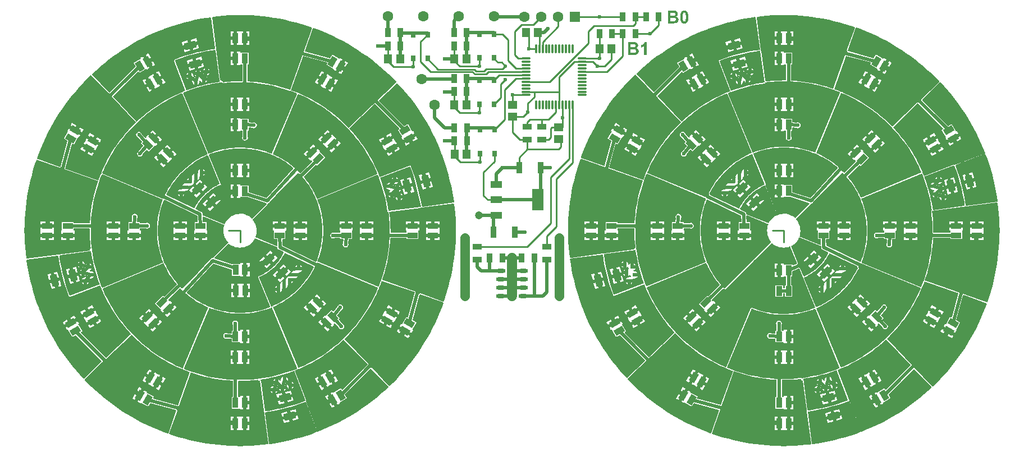
<source format=gtl>
G04 Layer_Physical_Order=1*
G04 Layer_Color=255*
%FSLAX44Y44*%
%MOMM*%
G71*
G01*
G75*
%ADD10O,0.3000X1.4500*%
%ADD11O,1.4500X0.3000*%
%ADD12O,1.4500X0.6000*%
%ADD13R,0.8000X0.9500*%
G04:AMPARAMS|DCode=14|XSize=1.05mm|YSize=1.75mm|CornerRadius=0mm|HoleSize=0mm|Usage=FLASHONLY|Rotation=314.423|XOffset=0mm|YOffset=0mm|HoleType=Round|Shape=Rectangle|*
%AMROTATEDRECTD14*
4,1,4,-0.9924,-0.2375,0.2574,0.9874,0.9924,0.2375,-0.2574,-0.9874,-0.9924,-0.2375,0.0*
%
%ADD14ROTATEDRECTD14*%

%ADD15R,0.9500X1.4000*%
%ADD16R,1.7500X1.0000*%
%ADD17R,1.7500X3.2500*%
G04:AMPARAMS|DCode=18|XSize=0.9mm|YSize=1.5mm|CornerRadius=0mm|HoleSize=0mm|Usage=FLASHONLY|Rotation=180.309|XOffset=0mm|YOffset=0mm|HoleType=Round|Shape=Rectangle|*
%AMROTATEDRECTD18*
4,1,4,0.4460,0.7524,0.4540,-0.7476,-0.4460,-0.7524,-0.4540,0.7476,0.4460,0.7524,0.0*
%
%ADD18ROTATEDRECTD18*%

%ADD19R,0.9000X1.8000*%
%ADD20R,1.1500X1.4500*%
%ADD21R,1.1500X1.4500*%
%ADD22R,1.4000X0.9500*%
%ADD23R,1.4500X1.1500*%
G04:AMPARAMS|DCode=24|XSize=1.05mm|YSize=1.75mm|CornerRadius=0mm|HoleSize=0mm|Usage=FLASHONLY|Rotation=105.000|XOffset=0mm|YOffset=0mm|HoleType=Round|Shape=Rectangle|*
%AMROTATEDRECTD24*
4,1,4,0.9811,-0.2806,-0.7093,-0.7336,-0.9811,0.2806,0.7093,0.7336,0.9811,-0.2806,0.0*
%
%ADD24ROTATEDRECTD24*%

G04:AMPARAMS|DCode=25|XSize=1.05mm|YSize=1.75mm|CornerRadius=0mm|HoleSize=0mm|Usage=FLASHONLY|Rotation=195.000|XOffset=0mm|YOffset=0mm|HoleType=Round|Shape=Rectangle|*
%AMROTATEDRECTD25*
4,1,4,0.2806,0.9811,0.7336,-0.7093,-0.2806,-0.9811,-0.7336,0.7093,0.2806,0.9811,0.0*
%
%ADD25ROTATEDRECTD25*%

G04:AMPARAMS|DCode=26|XSize=1.05mm|YSize=1.75mm|CornerRadius=0mm|HoleSize=0mm|Usage=FLASHONLY|Rotation=195.000|XOffset=0mm|YOffset=0mm|HoleType=Round|Shape=Rectangle|*
%AMROTATEDRECTD26*
4,1,4,0.2806,0.9811,0.7336,-0.7093,-0.2806,-0.9811,-0.7336,0.7093,0.2806,0.9811,0.0*
%
%ADD26ROTATEDRECTD26*%

G04:AMPARAMS|DCode=27|XSize=1.05mm|YSize=1.75mm|CornerRadius=0mm|HoleSize=0mm|Usage=FLASHONLY|Rotation=135.000|XOffset=0mm|YOffset=0mm|HoleType=Round|Shape=Rectangle|*
%AMROTATEDRECTD27*
4,1,4,0.9899,0.2475,-0.2475,-0.9899,-0.9899,-0.2475,0.2475,0.9899,0.9899,0.2475,0.0*
%
%ADD27ROTATEDRECTD27*%

G04:AMPARAMS|DCode=28|XSize=1.05mm|YSize=1.75mm|CornerRadius=0mm|HoleSize=0mm|Usage=FLASHONLY|Rotation=105.000|XOffset=0mm|YOffset=0mm|HoleType=Round|Shape=Rectangle|*
%AMROTATEDRECTD28*
4,1,4,0.9811,-0.2806,-0.7093,-0.7336,-0.9811,0.2806,0.7093,0.7336,0.9811,-0.2806,0.0*
%
%ADD28ROTATEDRECTD28*%

G04:AMPARAMS|DCode=29|XSize=1.05mm|YSize=1.75mm|CornerRadius=0mm|HoleSize=0mm|Usage=FLASHONLY|Rotation=195.015|XOffset=0mm|YOffset=0mm|HoleType=Round|Shape=Rectangle|*
%AMROTATEDRECTD29*
4,1,4,0.2804,0.9811,0.7338,-0.7091,-0.2804,-0.9811,-0.7338,0.7091,0.2804,0.9811,0.0*
%
%ADD29ROTATEDRECTD29*%

G04:AMPARAMS|DCode=30|XSize=1.05mm|YSize=1.75mm|CornerRadius=0mm|HoleSize=0mm|Usage=FLASHONLY|Rotation=105.000|XOffset=0mm|YOffset=0mm|HoleType=Round|Shape=Rectangle|*
%AMROTATEDRECTD30*
4,1,4,0.9811,-0.2807,-0.7093,-0.7336,-0.9811,0.2807,0.7093,0.7336,0.9811,-0.2807,0.0*
%
%ADD30ROTATEDRECTD30*%

%ADD31R,1.5000X0.9000*%
G04:AMPARAMS|DCode=32|XSize=0.9mm|YSize=1.5mm|CornerRadius=0mm|HoleSize=0mm|Usage=FLASHONLY|Rotation=60.000|XOffset=0mm|YOffset=0mm|HoleType=Round|Shape=Rectangle|*
%AMROTATEDRECTD32*
4,1,4,0.4245,-0.7647,-0.8745,-0.0147,-0.4245,0.7647,0.8745,0.0147,0.4245,-0.7647,0.0*
%
%ADD32ROTATEDRECTD32*%

G04:AMPARAMS|DCode=33|XSize=0.9mm|YSize=1.5mm|CornerRadius=0mm|HoleSize=0mm|Usage=FLASHONLY|Rotation=30.000|XOffset=0mm|YOffset=0mm|HoleType=Round|Shape=Rectangle|*
%AMROTATEDRECTD33*
4,1,4,-0.0147,-0.8745,-0.7647,0.4245,0.0147,0.8745,0.7647,-0.4245,-0.0147,-0.8745,0.0*
%
%ADD33ROTATEDRECTD33*%

%ADD34R,0.9000X1.5000*%
G04:AMPARAMS|DCode=35|XSize=0.9mm|YSize=1.5mm|CornerRadius=0mm|HoleSize=0mm|Usage=FLASHONLY|Rotation=150.000|XOffset=0mm|YOffset=0mm|HoleType=Round|Shape=Rectangle|*
%AMROTATEDRECTD35*
4,1,4,0.7647,0.4245,0.0147,-0.8745,-0.7647,-0.4245,-0.0147,0.8745,0.7647,0.4245,0.0*
%
%ADD35ROTATEDRECTD35*%

G04:AMPARAMS|DCode=36|XSize=0.9mm|YSize=1.5mm|CornerRadius=0mm|HoleSize=0mm|Usage=FLASHONLY|Rotation=120.000|XOffset=0mm|YOffset=0mm|HoleType=Round|Shape=Rectangle|*
%AMROTATEDRECTD36*
4,1,4,0.8745,-0.0147,-0.4245,-0.7647,-0.8745,0.0147,0.4245,0.7647,0.8745,-0.0147,0.0*
%
%ADD36ROTATEDRECTD36*%

G04:AMPARAMS|DCode=37|XSize=0.9mm|YSize=1.5mm|CornerRadius=0mm|HoleSize=0mm|Usage=FLASHONLY|Rotation=45.000|XOffset=0mm|YOffset=0mm|HoleType=Round|Shape=Rectangle|*
%AMROTATEDRECTD37*
4,1,4,0.2121,-0.8485,-0.8485,0.2121,-0.2121,0.8485,0.8485,-0.2121,0.2121,-0.8485,0.0*
%
%ADD37ROTATEDRECTD37*%

G04:AMPARAMS|DCode=38|XSize=0.9mm|YSize=1.5mm|CornerRadius=0mm|HoleSize=0mm|Usage=FLASHONLY|Rotation=315.064|XOffset=0mm|YOffset=0mm|HoleType=Round|Shape=Rectangle|*
%AMROTATEDRECTD38*
4,1,4,-0.8483,-0.2131,0.2112,0.8488,0.8483,0.2131,-0.2112,-0.8488,-0.8483,-0.2131,0.0*
%
%ADD38ROTATEDRECTD38*%

G04:AMPARAMS|DCode=39|XSize=0.9mm|YSize=1.5mm|CornerRadius=0mm|HoleSize=0mm|Usage=FLASHONLY|Rotation=315.064|XOffset=0mm|YOffset=0mm|HoleType=Round|Shape=Rectangle|*
%AMROTATEDRECTD39*
4,1,4,-0.8483,-0.2131,0.2112,0.8488,0.8483,0.2131,-0.2112,-0.8488,-0.8483,-0.2131,0.0*
%
%ADD39ROTATEDRECTD39*%

G04:AMPARAMS|DCode=40|XSize=0.9mm|YSize=1.5mm|CornerRadius=0mm|HoleSize=0mm|Usage=FLASHONLY|Rotation=315.000|XOffset=0mm|YOffset=0mm|HoleType=Round|Shape=Rectangle|*
%AMROTATEDRECTD40*
4,1,4,-0.8485,-0.2121,0.2121,0.8485,0.8485,0.2121,-0.2121,-0.8485,-0.8485,-0.2121,0.0*
%
%ADD40ROTATEDRECTD40*%

G04:AMPARAMS|DCode=41|XSize=0.9mm|YSize=1.5mm|CornerRadius=0mm|HoleSize=0mm|Usage=FLASHONLY|Rotation=45.000|XOffset=0mm|YOffset=0mm|HoleType=Round|Shape=Rectangle|*
%AMROTATEDRECTD41*
4,1,4,0.2121,-0.8485,-0.8485,0.2121,-0.2121,0.8485,0.8485,-0.2121,0.2121,-0.8485,0.0*
%
%ADD41ROTATEDRECTD41*%

%ADD42R,1.5000X0.9000*%
%ADD43C,0.5000*%
%ADD44C,0.2540*%
%ADD45C,1.4500*%
%ADD46C,1.5000*%
%ADD47C,1.6000*%
%ADD48R,1.6000X1.6000*%
%ADD49C,0.6000*%
%ADD50C,1.2000*%
G36*
X951758Y253744D02*
X954087Y248322D01*
X956558Y242964D01*
X959167Y237671D01*
X961915Y232449D01*
X964798Y227301D01*
X967815Y222229D01*
X970964Y217239D01*
X974242Y212333D01*
X977648Y207514D01*
X981178Y202786D01*
X984832Y198152D01*
X988605Y193615D01*
X992495Y189179D01*
X995574Y185848D01*
X995570Y185827D01*
X956610Y148856D01*
X919947Y185519D01*
X920113Y186779D01*
X922026Y187883D01*
X916306Y197790D01*
X915796Y198963D01*
X916788Y199535D01*
X914538Y203433D01*
X905843Y198413D01*
X897148Y193393D01*
X899398Y189495D01*
X900390Y190068D01*
X901120Y189092D01*
X901150Y189040D01*
X906870Y179133D01*
X912354Y182299D01*
X950418Y144234D01*
X950402Y142964D01*
X923966Y117878D01*
X922720Y117710D01*
X922357Y117748D01*
X918181Y122266D01*
X912564Y128671D01*
X907117Y135220D01*
X901843Y141910D01*
X896746Y148736D01*
X891830Y155692D01*
X887097Y162775D01*
X882551Y169980D01*
X878196Y177301D01*
X874033Y184733D01*
X870067Y192272D01*
X866299Y199912D01*
X862733Y207649D01*
X859370Y215476D01*
X856548Y222548D01*
X857057Y223712D01*
X949571Y259224D01*
X951758Y253744D01*
D02*
G37*
G36*
X431128Y544677D02*
X436454Y542221D01*
X441716Y539626D01*
X446670Y537024D01*
X452024Y534030D01*
X457098Y531010D01*
X462025Y527901D01*
X466901Y524643D01*
X471692Y521257D01*
X476391Y517748D01*
X480997Y514117D01*
X485507Y510366D01*
X489916Y506499D01*
X494223Y502518D01*
X498425Y498425D01*
X502530Y494211D01*
X502998Y494010D01*
X503175Y493931D01*
X503212Y493832D01*
X503276Y493439D01*
X503386Y493360D01*
X503432Y493234D01*
X506499Y489916D01*
X510366Y485507D01*
X514117Y480997D01*
X517748Y476391D01*
X521257Y471692D01*
X524642Y466902D01*
X527901Y462024D01*
X531031Y457064D01*
X534030Y452023D01*
X536896Y446905D01*
X539626Y441716D01*
X542221Y436454D01*
X544677Y431128D01*
X546491Y426906D01*
X545818Y425253D01*
X455854Y387988D01*
X454558Y391005D01*
X453184Y393986D01*
X451732Y396930D01*
X450204Y399836D01*
X448599Y402700D01*
X446921Y405521D01*
X445169Y408298D01*
X443345Y411027D01*
X441451Y413708D01*
X439486Y416339D01*
X437454Y418917D01*
X435547Y421210D01*
X454415Y439358D01*
X455785Y437992D01*
X468145Y450380D01*
X460047Y458460D01*
X459250Y459460D01*
X460059Y460271D01*
X456874Y463449D01*
X449782Y456342D01*
X442691Y449235D01*
X445876Y446056D01*
X446685Y446867D01*
X447644Y446115D01*
X447686Y446072D01*
X448359Y445401D01*
X448347Y444132D01*
X430414Y426882D01*
X428671Y428671D01*
X426320Y430962D01*
X423909Y433190D01*
X421441Y435355D01*
X418917Y437454D01*
X416339Y439486D01*
X413708Y441451D01*
X411027Y443345D01*
X408298Y445169D01*
X405521Y446921D01*
X402700Y448599D01*
X399836Y450204D01*
X396930Y451732D01*
X393986Y453184D01*
X391005Y454558D01*
X389243Y455316D01*
X389238Y455337D01*
X426496Y545284D01*
X427566Y545945D01*
X427914Y546058D01*
X431128Y544677D01*
D02*
G37*
G36*
X1251678Y545913D02*
X1257037Y543442D01*
X1262329Y540832D01*
X1267551Y538085D01*
X1272700Y535202D01*
X1277771Y532185D01*
X1282761Y529036D01*
X1287668Y525758D01*
X1292487Y522352D01*
X1297215Y518821D01*
X1301849Y515168D01*
X1306385Y511395D01*
X1310822Y507505D01*
X1315155Y503499D01*
X1319382Y499382D01*
X1323499Y495155D01*
X1327504Y490822D01*
X1331395Y486385D01*
X1335168Y481849D01*
X1338822Y477215D01*
X1342352Y472487D01*
X1345758Y467668D01*
X1349036Y462761D01*
X1352185Y457771D01*
X1355202Y452700D01*
X1358085Y447551D01*
X1360833Y442329D01*
X1363442Y437037D01*
X1365913Y431678D01*
X1367308Y428432D01*
X1367195Y428084D01*
X1366534Y427014D01*
X1277143Y389987D01*
X1276430Y390003D01*
X1275747Y390205D01*
X1275355Y391119D01*
X1275341Y391132D01*
X1275340Y391151D01*
X1273966Y394132D01*
X1273952Y394146D01*
X1273951Y394165D01*
X1272498Y397109D01*
X1272484Y397121D01*
X1272483Y397140D01*
X1270954Y400046D01*
X1270939Y400058D01*
X1270937Y400077D01*
X1269333Y402941D01*
X1269318Y402953D01*
X1269315Y402972D01*
X1267637Y405793D01*
X1267621Y405804D01*
X1267618Y405823D01*
X1265866Y408600D01*
X1265851Y408611D01*
X1265847Y408629D01*
X1264023Y411359D01*
X1264007Y411370D01*
X1264003Y411388D01*
X1262109Y414069D01*
X1262092Y414079D01*
X1262088Y414098D01*
X1260124Y416728D01*
X1260107Y416738D01*
X1260102Y416756D01*
X1258070Y419334D01*
X1258053Y419344D01*
X1258047Y419362D01*
X1256083Y421724D01*
X1274407Y439350D01*
X1275894Y437863D01*
X1288268Y450237D01*
X1280179Y458326D01*
X1280137Y458369D01*
X1279383Y459327D01*
X1280193Y460137D01*
X1277011Y463319D01*
X1269912Y456219D01*
X1262812Y449120D01*
X1265995Y445938D01*
X1266804Y446748D01*
X1267762Y445994D01*
X1267805Y445952D01*
X1268357Y445399D01*
X1268345Y444129D01*
X1250947Y427395D01*
X1249824Y428548D01*
X1249820Y428550D01*
X1249818Y428554D01*
X1249344Y428754D01*
X1248873Y428956D01*
X1248868Y428955D01*
X1248864Y428957D01*
X1248375Y428960D01*
X1246320Y430962D01*
X1243909Y433190D01*
X1242397Y434516D01*
X1242167Y436062D01*
X1241919Y436477D01*
X1241694Y436904D01*
X1239782Y438494D01*
X1239764Y438500D01*
X1239754Y438517D01*
X1237176Y440549D01*
X1237158Y440554D01*
X1237148Y440570D01*
X1234518Y442535D01*
X1234499Y442539D01*
X1234489Y442556D01*
X1231808Y444450D01*
X1231789Y444454D01*
X1231779Y444470D01*
X1229049Y446294D01*
X1229031Y446298D01*
X1229020Y446313D01*
X1226243Y448065D01*
X1226224Y448068D01*
X1226213Y448084D01*
X1223392Y449762D01*
X1223373Y449765D01*
X1223361Y449780D01*
X1220497Y451384D01*
X1220468Y451387D01*
X1220450Y451409D01*
X1214600Y454390D01*
X1214572Y454392D01*
X1214552Y454413D01*
X1211571Y455787D01*
X1211552Y455788D01*
X1211539Y455802D01*
X1208522Y457097D01*
X1208511Y457115D01*
X1245911Y547407D01*
X1247087Y547885D01*
X1251678Y545913D01*
D02*
G37*
G36*
X177078Y182314D02*
X179649Y179675D01*
X179667Y179667D01*
X179674Y179650D01*
X183901Y175532D01*
X183919Y175525D01*
X183927Y175508D01*
X188260Y171502D01*
X188278Y171496D01*
X188286Y171479D01*
X192723Y167588D01*
X192741Y167582D01*
X192750Y167565D01*
X197286Y163792D01*
X197304Y163786D01*
X197314Y163770D01*
X201948Y160116D01*
X201966Y160111D01*
X201976Y160095D01*
X206704Y156564D01*
X206722Y156560D01*
X206733Y156544D01*
X211551Y153138D01*
X211570Y153134D01*
X211581Y153118D01*
X216487Y149839D01*
X216506Y149836D01*
X216517Y149820D01*
X221507Y146671D01*
X221526Y146668D01*
X221537Y146653D01*
X226608Y143636D01*
X226627Y143633D01*
X226639Y143618D01*
X231787Y140735D01*
X231806Y140733D01*
X231819Y140718D01*
X237041Y137971D01*
X237060Y137969D01*
X237072Y137955D01*
X242365Y135345D01*
X242384Y135343D01*
X242397Y135329D01*
X247755Y132859D01*
X247774Y132858D01*
X247788Y132845D01*
X252379Y130872D01*
X252383Y130872D01*
X252387Y130869D01*
X252902Y130865D01*
X253414Y130859D01*
X254575Y130583D01*
X254737Y130266D01*
X255099Y129957D01*
X255440Y129625D01*
X258723Y128315D01*
X258742Y128315D01*
X258756Y128302D01*
X264292Y126260D01*
X264304Y126243D01*
X246588Y76212D01*
X209349Y86190D01*
X208862Y87363D01*
X209967Y89276D01*
X200059Y94996D01*
X200007Y95026D01*
X199032Y95756D01*
X199604Y96748D01*
X195707Y98998D01*
X190687Y90303D01*
X185667Y81608D01*
X189564Y79358D01*
X190137Y80350D01*
X191309Y79840D01*
X201217Y74120D01*
X204383Y79604D01*
X243123Y69224D01*
X243715Y68100D01*
X231681Y34118D01*
X230531Y33578D01*
X223387Y36214D01*
X215475Y39371D01*
X207648Y42733D01*
X199912Y46300D01*
X192272Y50068D01*
X184733Y54034D01*
X177300Y58196D01*
X169979Y62552D01*
X162775Y67098D01*
X155692Y71830D01*
X148735Y76747D01*
X141909Y81844D01*
X135219Y87118D01*
X128670Y92565D01*
X122265Y98182D01*
X116010Y103964D01*
X109908Y109908D01*
X105615Y114315D01*
X105596Y114679D01*
X105829Y115915D01*
X132290Y141026D01*
X132294Y141035D01*
X132303Y141038D01*
X132504Y141506D01*
X132711Y141972D01*
X132708Y141981D01*
X132712Y141990D01*
X132728Y143260D01*
X132725Y143268D01*
X132728Y143277D01*
X132719Y143299D01*
X136586Y146968D01*
X136611Y146943D01*
X137074Y146751D01*
X137532Y146547D01*
X137550Y146554D01*
X137568Y146546D01*
X138031Y146738D01*
X138499Y146918D01*
X175599Y182125D01*
X175604Y182135D01*
X175614Y182139D01*
X175809Y182329D01*
X177078Y182314D01*
D02*
G37*
G36*
X1276618Y290572D02*
X1276917Y290306D01*
X1277257Y289966D01*
X1365284Y253504D01*
X1365945Y252434D01*
X1366057Y252086D01*
X1364676Y248872D01*
X1362221Y243546D01*
X1359626Y238284D01*
X1357023Y233330D01*
X1354029Y227976D01*
X1351010Y222902D01*
X1347901Y217975D01*
X1344642Y213099D01*
X1341257Y208309D01*
X1337748Y203609D01*
X1334117Y199004D01*
X1330365Y194493D01*
X1326498Y190084D01*
X1322517Y185777D01*
X1318424Y181575D01*
X1314210Y177470D01*
X1314009Y177002D01*
X1313930Y176825D01*
X1313831Y176788D01*
X1313438Y176724D01*
X1313360Y176614D01*
X1313234Y176568D01*
X1309916Y173501D01*
X1305506Y169634D01*
X1300996Y165883D01*
X1296391Y162252D01*
X1291691Y158743D01*
X1286901Y155358D01*
X1282024Y152099D01*
X1277064Y148969D01*
X1272023Y145970D01*
X1266905Y143104D01*
X1261715Y140374D01*
X1256454Y137779D01*
X1251127Y135323D01*
X1246905Y133509D01*
X1245252Y134181D01*
X1208793Y222202D01*
X1208945Y222554D01*
X1209670Y223403D01*
X1209774Y223411D01*
X1210250Y223417D01*
X1211092Y223778D01*
X1211105Y223792D01*
X1211124Y223793D01*
X1214106Y225167D01*
X1214118Y225181D01*
X1214137Y225183D01*
X1217082Y226635D01*
X1217094Y226649D01*
X1217113Y226651D01*
X1220019Y228179D01*
X1220031Y228194D01*
X1220050Y228196D01*
X1222914Y229800D01*
X1222926Y229815D01*
X1222945Y229818D01*
X1225766Y231496D01*
X1225777Y231512D01*
X1225796Y231515D01*
X1228573Y233267D01*
X1228584Y233282D01*
X1228602Y233286D01*
X1231332Y235110D01*
X1231342Y235126D01*
X1231361Y235130D01*
X1234042Y237025D01*
X1234052Y237041D01*
X1234071Y237045D01*
X1236701Y239010D01*
X1236711Y239026D01*
X1236729Y239031D01*
X1239307Y241064D01*
X1239317Y241080D01*
X1239335Y241086D01*
X1241859Y243185D01*
X1241868Y243202D01*
X1241886Y243208D01*
X1244354Y245373D01*
X1244362Y245390D01*
X1244380Y245396D01*
X1246791Y247625D01*
X1246799Y247642D01*
X1246817Y247649D01*
X1249168Y249940D01*
X1249176Y249957D01*
X1249193Y249965D01*
X1251484Y252316D01*
X1251491Y252334D01*
X1251508Y252342D01*
X1253737Y254753D01*
X1253743Y254771D01*
X1253761Y254779D01*
X1255925Y257247D01*
X1255931Y257265D01*
X1255948Y257274D01*
X1258047Y259798D01*
X1258053Y259816D01*
X1258070Y259826D01*
X1260102Y262404D01*
X1260107Y262422D01*
X1260124Y262432D01*
X1262088Y265062D01*
X1262092Y265081D01*
X1262109Y265091D01*
X1264003Y267772D01*
X1264007Y267791D01*
X1264023Y267801D01*
X1265847Y270531D01*
X1265851Y270550D01*
X1265866Y270560D01*
X1267618Y273337D01*
X1267621Y273356D01*
X1267637Y273367D01*
X1269315Y276188D01*
X1269318Y276207D01*
X1269333Y276219D01*
X1270937Y279083D01*
X1270939Y279102D01*
X1270954Y279114D01*
X1272483Y282020D01*
X1272484Y282039D01*
X1272498Y282051D01*
X1272806Y282674D01*
X1272837Y283152D01*
X1272898Y283628D01*
X1272581Y284792D01*
X1273184Y286014D01*
X1274558Y288995D01*
X1275206Y290503D01*
X1276542Y290625D01*
X1276618Y290572D01*
D02*
G37*
G36*
X1396650Y563326D02*
X1401819Y557735D01*
X1407436Y551330D01*
X1412883Y544781D01*
X1418157Y538091D01*
X1423254Y531265D01*
X1428170Y524308D01*
X1432903Y517225D01*
X1437449Y510021D01*
X1441804Y502700D01*
X1445967Y495267D01*
X1449933Y487728D01*
X1453701Y480088D01*
X1457267Y472352D01*
X1460630Y464525D01*
X1463452Y457452D01*
X1462943Y456289D01*
X1418016Y439043D01*
X1417987Y439075D01*
X1417982Y439075D01*
X1417979Y439079D01*
X1416822Y439603D01*
X1416817Y439603D01*
X1416814Y439606D01*
X1416302Y439620D01*
X1415787Y439637D01*
X1415784Y439633D01*
X1415779Y439633D01*
X1371217Y422528D01*
X1371183Y422536D01*
X1369833Y425919D01*
X1369830Y425922D01*
X1369830Y425927D01*
X1369470Y426291D01*
X1369111Y426660D01*
X1368485Y427676D01*
X1368595Y428014D01*
X1368557Y428489D01*
X1368551Y428966D01*
X1367156Y432212D01*
X1367142Y432226D01*
X1367142Y432245D01*
X1364671Y437603D01*
X1364657Y437616D01*
X1364656Y437635D01*
X1362046Y442928D01*
X1362032Y442940D01*
X1362030Y442959D01*
X1359282Y448181D01*
X1359268Y448194D01*
X1359265Y448213D01*
X1356382Y453361D01*
X1356367Y453373D01*
X1356364Y453392D01*
X1353347Y458463D01*
X1353332Y458474D01*
X1353329Y458493D01*
X1350180Y463483D01*
X1350165Y463494D01*
X1350161Y463513D01*
X1346883Y468419D01*
X1346867Y468430D01*
X1346863Y468449D01*
X1343457Y473267D01*
X1343441Y473278D01*
X1343436Y473296D01*
X1339906Y478024D01*
X1339889Y478034D01*
X1339884Y478052D01*
X1336231Y482686D01*
X1336214Y482696D01*
X1336209Y482714D01*
X1332435Y487251D01*
X1332419Y487259D01*
X1332412Y487277D01*
X1328522Y491714D01*
X1328505Y491722D01*
X1328498Y491740D01*
X1324493Y496073D01*
X1325332Y496894D01*
X1362432Y532101D01*
X1400052Y494480D01*
X1399886Y493221D01*
X1397974Y492117D01*
X1403694Y482210D01*
X1404204Y481037D01*
X1403212Y480465D01*
X1405462Y476568D01*
X1414157Y481588D01*
X1422852Y486608D01*
X1420602Y490505D01*
X1419610Y489932D01*
X1418880Y490908D01*
X1418850Y490960D01*
X1413130Y500867D01*
X1407646Y497701D01*
X1368624Y536723D01*
X1368641Y537993D01*
X1395381Y563368D01*
X1396650Y563326D01*
D02*
G37*
G36*
X577643Y562252D02*
X581819Y557735D01*
X587436Y551330D01*
X592883Y544781D01*
X598157Y538091D01*
X603254Y531265D01*
X608170Y524308D01*
X612903Y517225D01*
X617449Y510021D01*
X621804Y502700D01*
X625967Y495267D01*
X629933Y487728D01*
X633701Y480088D01*
X637267Y472352D01*
X640630Y464525D01*
X643452Y457452D01*
X642943Y456289D01*
X550429Y420776D01*
X548242Y426257D01*
X545913Y431678D01*
X543442Y437037D01*
X540832Y442329D01*
X538085Y447551D01*
X535202Y452700D01*
X532185Y457771D01*
X529036Y462761D01*
X525758Y467668D01*
X522352Y472487D01*
X518821Y477215D01*
X515168Y481849D01*
X511395Y486385D01*
X507505Y490822D01*
X504426Y494153D01*
X504431Y494174D01*
X543389Y531144D01*
X580053Y494480D01*
X579887Y493221D01*
X577975Y492117D01*
X583695Y482210D01*
X584205Y481038D01*
X583213Y480465D01*
X585463Y476567D01*
X594158Y481587D01*
X602853Y486607D01*
X600602Y490505D01*
X599610Y489932D01*
X598880Y490908D01*
X598850Y490960D01*
X593130Y500867D01*
X587646Y497701D01*
X549581Y535766D01*
X549598Y537036D01*
X576034Y562122D01*
X577280Y562290D01*
X577643Y562252D01*
D02*
G37*
G36*
X450602Y286019D02*
X451028Y284701D01*
X450526Y283684D01*
X449014Y280810D01*
X447427Y277977D01*
X445766Y275186D01*
X444034Y272439D01*
X442229Y269739D01*
X440355Y267087D01*
X438412Y264485D01*
X436402Y261935D01*
X434325Y259438D01*
X432184Y256996D01*
X429980Y254612D01*
X427714Y252286D01*
X425387Y250020D01*
X423003Y247815D01*
X420562Y245674D01*
X418065Y243598D01*
X415514Y241587D01*
X412913Y239644D01*
X410261Y237770D01*
X407560Y235966D01*
X404813Y234233D01*
X402023Y232572D01*
X399190Y230986D01*
X396315Y229473D01*
X393402Y228037D01*
X390454Y226678D01*
X388708Y225928D01*
X388615Y225832D01*
X388484Y225805D01*
X388264Y225472D01*
X388190Y225396D01*
X387997D01*
X387487Y225403D01*
X386938Y225184D01*
X368407Y269920D01*
X370221Y270699D01*
X372014Y271525D01*
X373784Y272398D01*
X375531Y273317D01*
X377253Y274282D01*
X378949Y275291D01*
X380619Y276344D01*
X382260Y277441D01*
X383872Y278580D01*
X385454Y279761D01*
X387004Y280983D01*
X388521Y282246D01*
X390005Y283547D01*
X391455Y284887D01*
X392869Y286264D01*
X394246Y287678D01*
X395586Y289128D01*
X396888Y290612D01*
X398150Y292129D01*
X399372Y293680D01*
X400553Y295261D01*
X401692Y296873D01*
X402789Y298514D01*
X403842Y300184D01*
X404851Y301880D01*
X405816Y303602D01*
X406735Y305349D01*
X407420Y306739D01*
X450602Y286019D01*
D02*
G37*
G36*
X128817Y257465D02*
X130167Y254082D01*
X130170Y254078D01*
X130170Y254073D01*
X130530Y253709D01*
X130889Y253340D01*
X131515Y252324D01*
X131405Y251986D01*
X131443Y251511D01*
X131449Y251035D01*
X132844Y247788D01*
X132858Y247775D01*
X132858Y247756D01*
X135329Y242397D01*
X135343Y242384D01*
X135344Y242365D01*
X137954Y237073D01*
X137968Y237060D01*
X137970Y237041D01*
X140718Y231819D01*
X140732Y231807D01*
X140735Y231788D01*
X143618Y226640D01*
X143633Y226628D01*
X143635Y226609D01*
X146652Y221538D01*
X146668Y221526D01*
X146671Y221507D01*
X149820Y216517D01*
X149835Y216506D01*
X149839Y216487D01*
X153117Y211581D01*
X153133Y211570D01*
X153137Y211552D01*
X156543Y206733D01*
X156559Y206723D01*
X156564Y206704D01*
X160094Y201976D01*
X160111Y201967D01*
X160116Y201948D01*
X163769Y197314D01*
X163786Y197305D01*
X163791Y197287D01*
X167565Y192750D01*
X167581Y192741D01*
X167588Y192723D01*
X171478Y188287D01*
X171495Y188278D01*
X171502Y188260D01*
X175507Y183927D01*
X174668Y183106D01*
X137568Y147899D01*
X99947Y185520D01*
X100113Y186779D01*
X102026Y187883D01*
X96306Y197790D01*
X95796Y198963D01*
X96788Y199535D01*
X94538Y203432D01*
X85843Y198412D01*
X77148Y193392D01*
X79398Y189495D01*
X80390Y190068D01*
X81120Y189092D01*
X81150Y189040D01*
X86870Y179133D01*
X92354Y182299D01*
X131375Y143277D01*
X131359Y142007D01*
X104619Y116633D01*
X103350Y116674D01*
X98181Y122266D01*
X92564Y128671D01*
X87117Y135220D01*
X81843Y141910D01*
X76746Y148736D01*
X71830Y155692D01*
X67097Y162775D01*
X62551Y169980D01*
X58196Y177301D01*
X54033Y184733D01*
X50067Y192272D01*
X46299Y199912D01*
X42733Y207649D01*
X39370Y215476D01*
X36548Y222548D01*
X37057Y223712D01*
X81984Y240957D01*
X82013Y240926D01*
X82018Y240925D01*
X82021Y240922D01*
X83178Y240398D01*
X83183Y240397D01*
X83186Y240394D01*
X83700Y240381D01*
X84213Y240364D01*
X84216Y240367D01*
X84221Y240367D01*
X128783Y257472D01*
X128817Y257465D01*
D02*
G37*
G36*
X115377Y309095D02*
X116037Y304546D01*
X116047Y304529D01*
X116042Y304511D01*
X117042Y298695D01*
X117052Y298679D01*
X117048Y298660D01*
X118199Y292873D01*
X118210Y292857D01*
X118207Y292838D01*
X119509Y287083D01*
X119520Y287067D01*
X119517Y287048D01*
X120970Y281329D01*
X120981Y281314D01*
X120979Y281295D01*
X122581Y275616D01*
X122592Y275601D01*
X122591Y275582D01*
X124340Y269946D01*
X124353Y269932D01*
X124352Y269913D01*
X126248Y264325D01*
X126261Y264311D01*
X126260Y264292D01*
X128302Y258756D01*
X128298Y258736D01*
X83736Y241630D01*
X82579Y242154D01*
X80397Y248070D01*
X78080Y254897D01*
X75942Y261783D01*
X73984Y268722D01*
X72210Y275710D01*
X70619Y282742D01*
X69212Y289813D01*
X67991Y296919D01*
X67281Y301819D01*
X68047Y302832D01*
X113220Y308779D01*
X113615Y309007D01*
X114031Y309196D01*
X114056Y309262D01*
X114117Y309297D01*
X115377Y309095D01*
D02*
G37*
G36*
X1270881Y285884D02*
X1271592Y283272D01*
X1271285Y282650D01*
X1269756Y279744D01*
X1268152Y276880D01*
X1266474Y274059D01*
X1264722Y271283D01*
X1262898Y268553D01*
X1261004Y265872D01*
X1259039Y263242D01*
X1257007Y260663D01*
X1254908Y258139D01*
X1252743Y255671D01*
X1250515Y253261D01*
X1248224Y250909D01*
X1245873Y248618D01*
X1243462Y246390D01*
X1240994Y244225D01*
X1238470Y242126D01*
X1235892Y240094D01*
X1233261Y238130D01*
X1230580Y236235D01*
X1227851Y234411D01*
X1225074Y232659D01*
X1222253Y230981D01*
X1219389Y229377D01*
X1216483Y227848D01*
X1213539Y226396D01*
X1210558Y225022D01*
X1209716Y224660D01*
X1209369Y224773D01*
X1208299Y225433D01*
X1190484Y268442D01*
X1190667Y268986D01*
X1191321Y269740D01*
X1191377Y269742D01*
X1192580Y270296D01*
X1192593Y270310D01*
X1192612Y270312D01*
X1194382Y271185D01*
X1194395Y271199D01*
X1194414Y271201D01*
X1196161Y272120D01*
X1196173Y272135D01*
X1196192Y272137D01*
X1197914Y273101D01*
X1197926Y273116D01*
X1197945Y273119D01*
X1199641Y274128D01*
X1199653Y274144D01*
X1199671Y274147D01*
X1201341Y275200D01*
X1201352Y275216D01*
X1201370Y275219D01*
X1203012Y276316D01*
X1203022Y276332D01*
X1203041Y276336D01*
X1204653Y277475D01*
X1204663Y277491D01*
X1204681Y277496D01*
X1206263Y278677D01*
X1206273Y278694D01*
X1206291Y278699D01*
X1207841Y279921D01*
X1207851Y279937D01*
X1207869Y279943D01*
X1209387Y281205D01*
X1209395Y281222D01*
X1209414Y281228D01*
X1210898Y282530D01*
X1210906Y282547D01*
X1210924Y282554D01*
X1212373Y283893D01*
X1212381Y283911D01*
X1212399Y283918D01*
X1213813Y285295D01*
X1213820Y285313D01*
X1213838Y285320D01*
X1215215Y286734D01*
X1215222Y286752D01*
X1215240Y286760D01*
X1216580Y288209D01*
X1216586Y288227D01*
X1216603Y288236D01*
X1217905Y289720D01*
X1217911Y289738D01*
X1217928Y289747D01*
X1219190Y291264D01*
X1219196Y291283D01*
X1219212Y291292D01*
X1220434Y292842D01*
X1220440Y292860D01*
X1220456Y292870D01*
X1221637Y294452D01*
X1221642Y294470D01*
X1221658Y294480D01*
X1222797Y296092D01*
X1222801Y296111D01*
X1222817Y296121D01*
X1223914Y297763D01*
X1223917Y297781D01*
X1223933Y297792D01*
X1224986Y299462D01*
X1224989Y299480D01*
X1225005Y299492D01*
X1226014Y301188D01*
X1226017Y301207D01*
X1226032Y301219D01*
X1226996Y302941D01*
X1226999Y302960D01*
X1227013Y302972D01*
X1227932Y304719D01*
X1227934Y304738D01*
X1227948Y304751D01*
X1228234Y305331D01*
X1228267Y305346D01*
X1229533Y305725D01*
X1270881Y285884D01*
D02*
G37*
G36*
X425911Y132594D02*
X425417Y131423D01*
X420776Y129572D01*
X415240Y127529D01*
X409652Y125633D01*
X404017Y123883D01*
X398338Y122281D01*
X392618Y120829D01*
X386863Y119526D01*
X381076Y118375D01*
X375260Y117376D01*
X369421Y116529D01*
X363561Y115836D01*
X357685Y115296D01*
X351796Y114910D01*
X345900Y114678D01*
X340000Y114601D01*
X334100Y114678D01*
X328204Y114910D01*
X322315Y115296D01*
X316439Y115836D01*
X310579Y116529D01*
X304740Y117376D01*
X298924Y118375D01*
X293137Y119526D01*
X287381Y120829D01*
X281662Y122281D01*
X275983Y123883D01*
X270348Y125633D01*
X264760Y127529D01*
X259224Y129572D01*
X255942Y130881D01*
X255776Y131206D01*
X255486Y132430D01*
X293262Y223628D01*
X293279Y223640D01*
X295061Y222930D01*
X298141Y221793D01*
X301249Y220738D01*
X304384Y219765D01*
X307544Y218874D01*
X310726Y218065D01*
X313928Y217341D01*
X317148Y216700D01*
X320383Y216145D01*
X323632Y215674D01*
X326892Y215288D01*
X330161Y214987D01*
X333437Y214772D01*
X336717Y214644D01*
X340000Y214601D01*
X343283Y214644D01*
X346563Y214772D01*
X349839Y214987D01*
X353108Y215288D01*
X356368Y215674D01*
X359617Y216145D01*
X362852Y216700D01*
X366072Y217341D01*
X369274Y218065D01*
X372456Y218874D01*
X375616Y219765D01*
X378751Y220738D01*
X381859Y221793D01*
X384939Y222930D01*
X387988Y224146D01*
X425911Y132594D01*
D02*
G37*
G36*
X65911Y301655D02*
X65942Y301625D01*
X66652Y296724D01*
X66662Y296708D01*
X66658Y296689D01*
X67879Y289584D01*
X67889Y289568D01*
X67885Y289549D01*
X69292Y282478D01*
X69302Y282462D01*
X69299Y282443D01*
X70890Y275411D01*
X70901Y275396D01*
X70898Y275377D01*
X72673Y268389D01*
X72684Y268374D01*
X72682Y268355D01*
X74639Y261416D01*
X74651Y261401D01*
X74649Y261382D01*
X76787Y254496D01*
X76800Y254482D01*
X76798Y254463D01*
X79116Y247635D01*
X79128Y247621D01*
X79128Y247602D01*
X81310Y241686D01*
X81297Y241645D01*
X80707Y240467D01*
X37057Y223712D01*
X35901Y224236D01*
X33265Y231380D01*
X30527Y239447D01*
X28001Y247582D01*
X25688Y255781D01*
X23591Y264037D01*
X21711Y272346D01*
X20049Y280701D01*
X18607Y289097D01*
X17724Y295184D01*
X17923Y295491D01*
X18838Y296353D01*
X64830Y302409D01*
X65911Y301655D01*
D02*
G37*
G36*
X887991Y296919D02*
X889212Y289813D01*
X890619Y282742D01*
X892210Y275710D01*
X893985Y268722D01*
X895941Y261783D01*
X898080Y254897D01*
X900397Y248070D01*
X902892Y241306D01*
X857057Y223712D01*
X855901Y224236D01*
X853265Y231380D01*
X850527Y239447D01*
X848001Y247582D01*
X845688Y255781D01*
X843591Y264037D01*
X841711Y272346D01*
X840049Y280701D01*
X838607Y289097D01*
X837514Y296633D01*
X838281Y297645D01*
X886956Y304054D01*
X887991Y296919D01*
D02*
G37*
G36*
X1165900Y565322D02*
X1171796Y565091D01*
X1177685Y564705D01*
X1183561Y564165D01*
X1189420Y563471D01*
X1195260Y562625D01*
X1201076Y561625D01*
X1206863Y560474D01*
X1212618Y559172D01*
X1218338Y557719D01*
X1224017Y556118D01*
X1229652Y554368D01*
X1235240Y552471D01*
X1240776Y550429D01*
X1244058Y549119D01*
X1244224Y548794D01*
X1244514Y547570D01*
X1207261Y457633D01*
X1207231Y457613D01*
X1205441Y458327D01*
X1205422Y458327D01*
X1205408Y458340D01*
X1202328Y459476D01*
X1202309Y459476D01*
X1202294Y459488D01*
X1199186Y460544D01*
X1199167Y460542D01*
X1199152Y460555D01*
X1196017Y461528D01*
X1195998Y461526D01*
X1195983Y461538D01*
X1192823Y462429D01*
X1192804Y462427D01*
X1192789Y462438D01*
X1189607Y463246D01*
X1189588Y463244D01*
X1189573Y463255D01*
X1186371Y463979D01*
X1186352Y463976D01*
X1186336Y463987D01*
X1183116Y464627D01*
X1183098Y464623D01*
X1183081Y464633D01*
X1179846Y465189D01*
X1179827Y465185D01*
X1179811Y465195D01*
X1176562Y465666D01*
X1176544Y465661D01*
X1176527Y465671D01*
X1173267Y466057D01*
X1173249Y466051D01*
X1173232Y466060D01*
X1169963Y466361D01*
X1169944Y466355D01*
X1169927Y466363D01*
X1166651Y466578D01*
X1166633Y466572D01*
X1166616Y466580D01*
X1163336Y466709D01*
X1163318Y466702D01*
X1163300Y466710D01*
X1160018Y466753D01*
X1160000Y466746D01*
X1159982Y466753D01*
X1156700Y466710D01*
X1156682Y466702D01*
X1156664Y466709D01*
X1153384Y466580D01*
X1153367Y466572D01*
X1153349Y466578D01*
X1150073Y466363D01*
X1150056Y466355D01*
X1150037Y466361D01*
X1146768Y466060D01*
X1146751Y466051D01*
X1146733Y466057D01*
X1143473Y465671D01*
X1143456Y465661D01*
X1143438Y465666D01*
X1140189Y465195D01*
X1140173Y465185D01*
X1140154Y465189D01*
X1136919Y464633D01*
X1136902Y464623D01*
X1136884Y464627D01*
X1133664Y463987D01*
X1133648Y463976D01*
X1133629Y463979D01*
X1130427Y463255D01*
X1130412Y463244D01*
X1130393Y463246D01*
X1127211Y462438D01*
X1127196Y462427D01*
X1127177Y462429D01*
X1124017Y461538D01*
X1124002Y461526D01*
X1123983Y461528D01*
X1120848Y460555D01*
X1120833Y460542D01*
X1120814Y460544D01*
X1117706Y459488D01*
X1117691Y459476D01*
X1117672Y459476D01*
X1114592Y458340D01*
X1114578Y458327D01*
X1114559Y458327D01*
X1113709Y457988D01*
X1113643Y457924D01*
X1113206Y457966D01*
X1112781Y458134D01*
X1112366Y458471D01*
Y458535D01*
X1076004Y546320D01*
X1075994Y546347D01*
X1076139Y547525D01*
X1076318Y547812D01*
X1079726Y549172D01*
X1080091Y549528D01*
X1080231Y549661D01*
X1080337Y549657D01*
X1080725Y549566D01*
X1080839Y549637D01*
X1080973Y549632D01*
X1085213Y551196D01*
X1090766Y553081D01*
X1096368Y554820D01*
X1102013Y556412D01*
X1107698Y557856D01*
X1113419Y559151D01*
X1119170Y560295D01*
X1124952Y561288D01*
X1130774Y562132D01*
X1131212Y562393D01*
X1131653Y562648D01*
X1131656Y562657D01*
X1131664Y562662D01*
X1131790Y563156D01*
X1131916Y563629D01*
X1136439Y564165D01*
X1142315Y564705D01*
X1148204Y565091D01*
X1154100Y565322D01*
X1160000Y565400D01*
X1165900Y565322D01*
D02*
G37*
G36*
X1423166Y245373D02*
X1413450Y209555D01*
X1412276Y209071D01*
X1410724Y209967D01*
X1405004Y200059D01*
X1404974Y200007D01*
X1404244Y199032D01*
X1403252Y199604D01*
X1401002Y195707D01*
X1409697Y190687D01*
X1418392Y185667D01*
X1420642Y189564D01*
X1419650Y190137D01*
X1420160Y191309D01*
X1425880Y201217D01*
X1420028Y204596D01*
X1430150Y241911D01*
X1431275Y242501D01*
X1465069Y230534D01*
X1465785Y229500D01*
X1465915Y229159D01*
X1463786Y223387D01*
X1460629Y215475D01*
X1457267Y207648D01*
X1453700Y199912D01*
X1449933Y192272D01*
X1445966Y184733D01*
X1441804Y177300D01*
X1437448Y169979D01*
X1432902Y162775D01*
X1428170Y155692D01*
X1423253Y148735D01*
X1418156Y141909D01*
X1412882Y135219D01*
X1407435Y128670D01*
X1401818Y122265D01*
X1396036Y116010D01*
X1390092Y109908D01*
X1384637Y104594D01*
X1383367Y104619D01*
X1315154Y176501D01*
X1319381Y180618D01*
X1323499Y184845D01*
X1327504Y189178D01*
X1331395Y193615D01*
X1335168Y198151D01*
X1338821Y202785D01*
X1342352Y207514D01*
X1345757Y212332D01*
X1349035Y217239D01*
X1352163Y222195D01*
X1355201Y227300D01*
X1358213Y232685D01*
X1360832Y237671D01*
X1363442Y242963D01*
X1365912Y248322D01*
X1368241Y253743D01*
X1370428Y259224D01*
X1371998Y263479D01*
X1372019Y263485D01*
X1423166Y245373D01*
D02*
G37*
G36*
X603521Y246682D02*
X593450Y209555D01*
X592276Y209071D01*
X590724Y209967D01*
X585004Y200059D01*
X584974Y200007D01*
X584244Y199032D01*
X583252Y199604D01*
X581002Y195707D01*
X589697Y190687D01*
X598392Y185667D01*
X600642Y189564D01*
X599650Y190137D01*
X600160Y191309D01*
X605880Y201217D01*
X600028Y204596D01*
X610506Y243221D01*
X611630Y243810D01*
X645882Y231681D01*
X646422Y230531D01*
X643786Y223387D01*
X640629Y215475D01*
X637267Y207648D01*
X633700Y199912D01*
X629933Y192272D01*
X625966Y184733D01*
X621804Y177300D01*
X617448Y169979D01*
X612902Y162775D01*
X608170Y155692D01*
X603253Y148735D01*
X598156Y141909D01*
X592882Y135219D01*
X587435Y128670D01*
X581818Y122265D01*
X576036Y116010D01*
X570092Y109908D01*
X565685Y105615D01*
X565321Y105596D01*
X564085Y105829D01*
X538844Y132427D01*
X538834Y132431D01*
X538830Y132442D01*
X538363Y132641D01*
X537898Y132848D01*
X537888Y132845D01*
X537878Y132849D01*
X536608Y132863D01*
X536598Y132859D01*
X536588Y132864D01*
X536571Y132856D01*
X532901Y136724D01*
X532929Y136753D01*
X533118Y137214D01*
X533322Y137671D01*
X533314Y137691D01*
X533322Y137711D01*
X533130Y138171D01*
X532951Y138638D01*
X497875Y175599D01*
X497865Y175604D01*
X497861Y175614D01*
X497671Y175809D01*
X497686Y177078D01*
X500325Y179649D01*
X500333Y179667D01*
X500350Y179674D01*
X504468Y183901D01*
X504475Y183919D01*
X504492Y183927D01*
X508498Y188260D01*
X508504Y188278D01*
X508521Y188286D01*
X512412Y192723D01*
X512418Y192741D01*
X512435Y192750D01*
X516208Y197286D01*
X516214Y197304D01*
X516230Y197314D01*
X519883Y201948D01*
X519889Y201966D01*
X519905Y201976D01*
X523436Y206704D01*
X523440Y206722D01*
X523456Y206733D01*
X526862Y211551D01*
X526866Y211570D01*
X526882Y211581D01*
X530160Y216487D01*
X530164Y216506D01*
X530180Y216517D01*
X533329Y221507D01*
X533332Y221526D01*
X533347Y221537D01*
X536364Y226608D01*
X536367Y226627D01*
X536382Y226639D01*
X539265Y231787D01*
X539267Y231806D01*
X539282Y231819D01*
X542029Y237041D01*
X542031Y237060D01*
X542046Y237072D01*
X544655Y242365D01*
X544657Y242384D01*
X544671Y242397D01*
X547141Y247755D01*
X547142Y247774D01*
X547155Y247788D01*
X549128Y252379D01*
X549128Y252383D01*
X549131Y252387D01*
X549135Y252902D01*
X549141Y253414D01*
X549417Y254575D01*
X549734Y254737D01*
X550043Y255100D01*
X550375Y255441D01*
X551685Y258723D01*
X551685Y258742D01*
X551698Y258756D01*
X553740Y264292D01*
X553757Y264304D01*
X603521Y246682D01*
D02*
G37*
G36*
X1124348Y610806D02*
X1130580Y563471D01*
X1124740Y562625D01*
X1118925Y561625D01*
X1113137Y560474D01*
X1107382Y559172D01*
X1101663Y557719D01*
X1095984Y556118D01*
X1090348Y554368D01*
X1084761Y552471D01*
X1080505Y550901D01*
X1080488Y550914D01*
X1063384Y595469D01*
X1063909Y596626D01*
X1068522Y598328D01*
X1075315Y600634D01*
X1082167Y602761D01*
X1089072Y604709D01*
X1096025Y606474D01*
X1103024Y608058D01*
X1110059Y609457D01*
X1117130Y610672D01*
X1123336Y611572D01*
X1124348Y610806D01*
D02*
G37*
G36*
X302832Y611953D02*
X308779Y566781D01*
X309007Y566385D01*
X309196Y565970D01*
X309262Y565945D01*
X309297Y565884D01*
X309095Y564623D01*
X304546Y563964D01*
X304529Y563954D01*
X304511Y563958D01*
X298695Y562959D01*
X298679Y562949D01*
X298660Y562952D01*
X292873Y561801D01*
X292857Y561791D01*
X292838Y561794D01*
X287083Y560491D01*
X287067Y560480D01*
X287048Y560483D01*
X281329Y559031D01*
X281314Y559019D01*
X281295Y559021D01*
X275616Y557420D01*
X275601Y557408D01*
X275582Y557410D01*
X269946Y555660D01*
X269932Y555648D01*
X269913Y555649D01*
X264325Y553752D01*
X264311Y553740D01*
X264292Y553740D01*
X258756Y551698D01*
X258735Y551703D01*
X241630Y596264D01*
X242154Y597421D01*
X248070Y599603D01*
X254897Y601921D01*
X261783Y604058D01*
X268722Y606016D01*
X275710Y607790D01*
X282742Y609381D01*
X289813Y610788D01*
X296919Y612009D01*
X301819Y612720D01*
X302832Y611953D01*
D02*
G37*
G36*
X345900Y565322D02*
X349470Y565182D01*
Y565154D01*
X349653Y564712D01*
X349807Y564260D01*
X349849Y564240D01*
X349867Y564197D01*
X350308Y564014D01*
X350736Y563803D01*
X351710Y563741D01*
X357578Y563356D01*
X363419Y562819D01*
X369244Y562130D01*
X375049Y561288D01*
X380830Y560295D01*
X386580Y559151D01*
X392300Y557845D01*
X397988Y556412D01*
X403633Y554820D01*
X409234Y553081D01*
X414805Y551190D01*
X415312Y551223D01*
X415507Y551233D01*
X415585Y551161D01*
X415822Y550840D01*
X415954Y550820D01*
X416052Y550729D01*
X420291Y549165D01*
X424899Y547327D01*
X425393Y546157D01*
X387988Y455854D01*
X384939Y457071D01*
X381859Y458207D01*
X378751Y459262D01*
X375616Y460236D01*
X372456Y461127D01*
X369274Y461935D01*
X366072Y462659D01*
X362852Y463300D01*
X359617Y463856D01*
X356368Y464327D01*
X353108Y464713D01*
X349839Y465013D01*
X346563Y465228D01*
X343283Y465357D01*
X340000Y465400D01*
X336717Y465357D01*
X333437Y465228D01*
X330161Y465013D01*
X326892Y464713D01*
X323632Y464327D01*
X320383Y463856D01*
X317148Y463300D01*
X313928Y462659D01*
X310726Y461935D01*
X307544Y461127D01*
X304384Y460236D01*
X301249Y459262D01*
X298141Y458207D01*
X295061Y457071D01*
X292012Y455854D01*
X254089Y547407D01*
X254583Y548577D01*
X259224Y550429D01*
X264760Y552471D01*
X270348Y554368D01*
X275983Y556118D01*
X281662Y557719D01*
X287381Y559172D01*
X293137Y560474D01*
X298924Y561625D01*
X304740Y562625D01*
X310579Y563471D01*
X312724Y563725D01*
X312748Y563623D01*
X312995Y563278D01*
X313189Y562900D01*
X313289Y562867D01*
X313351Y562781D01*
X313770Y562712D01*
X314174Y562582D01*
X315413Y562682D01*
X315437Y562694D01*
X315462Y562687D01*
X316581Y562819D01*
X322422Y563356D01*
X328274Y563739D01*
X334135Y563970D01*
X340165Y564047D01*
X343177Y564047D01*
X343641Y564239D01*
X344133Y564443D01*
X344133Y564443D01*
X344133Y564443D01*
X344337Y564936D01*
X344505Y565341D01*
X345900Y565322D01*
D02*
G37*
G36*
X348518Y665288D02*
X357030Y664954D01*
X365531Y664396D01*
X374013Y663617D01*
X382473Y662616D01*
X390904Y661393D01*
X399299Y659951D01*
X407654Y658289D01*
X415963Y656409D01*
X424220Y654312D01*
X432418Y651999D01*
X440554Y649473D01*
X447765Y647026D01*
X448319Y645883D01*
X415240Y552471D01*
X409652Y554368D01*
X404017Y556118D01*
X398336Y557720D01*
X392616Y559160D01*
X386863Y560474D01*
X381076Y561625D01*
X375260Y562625D01*
X369421Y563471D01*
X363561Y564165D01*
X357685Y564705D01*
X351796Y565091D01*
X350824Y565154D01*
X350823Y591149D01*
X352750D01*
Y608649D01*
X341310D01*
X341250Y608649D01*
X340040Y608794D01*
Y609939D01*
X335540D01*
Y599899D01*
Y589859D01*
X340040D01*
Y591004D01*
X341250Y591149D01*
X341310Y591149D01*
X343176D01*
X343177Y565400D01*
X340156Y565400D01*
X334100Y565322D01*
X328204Y565091D01*
X322315Y564705D01*
X316439Y564165D01*
X315303Y564030D01*
X314065Y563930D01*
X313972Y564329D01*
X313909Y564602D01*
X313660Y565032D01*
X313660Y565032D01*
X313655Y565042D01*
X313223Y565789D01*
X312135Y566625D01*
X310809Y566980D01*
X310121Y566957D01*
X297645Y661719D01*
X298425Y662722D01*
X305986Y663617D01*
X314470Y664396D01*
X322970Y664954D01*
X331482Y665288D01*
X339960Y665399D01*
X348518Y665288D01*
D02*
G37*
G36*
X547406Y254089D02*
X547885Y252913D01*
X545912Y248322D01*
X543442Y242963D01*
X540832Y237671D01*
X538084Y232449D01*
X535201Y227300D01*
X532184Y222229D01*
X529035Y217239D01*
X525757Y212332D01*
X522352Y207514D01*
X518821Y202785D01*
X515168Y198151D01*
X511395Y193615D01*
X507504Y189178D01*
X503499Y184845D01*
X499381Y180618D01*
X495154Y176501D01*
X490821Y172495D01*
X486385Y168605D01*
X481848Y164832D01*
X477214Y161178D01*
X472486Y157648D01*
X467667Y154242D01*
X462761Y150964D01*
X457770Y147815D01*
X452699Y144798D01*
X447551Y141915D01*
X442329Y139167D01*
X437037Y136558D01*
X431678Y134087D01*
X428432Y132692D01*
X428084Y132805D01*
X427014Y133466D01*
X389238Y224664D01*
X389242Y224685D01*
X391004Y225442D01*
X393985Y226816D01*
X396930Y228268D01*
X399835Y229797D01*
X402699Y231401D01*
X405521Y233079D01*
X408297Y234831D01*
X411027Y236655D01*
X413708Y238549D01*
X416338Y240514D01*
X418916Y242546D01*
X421440Y244645D01*
X423908Y246810D01*
X426319Y249038D01*
X428671Y251329D01*
X430961Y253680D01*
X433190Y256091D01*
X435354Y258559D01*
X437453Y261083D01*
X439486Y263661D01*
X441450Y266292D01*
X443345Y268973D01*
X445169Y271702D01*
X446920Y274479D01*
X448599Y277300D01*
X450203Y280164D01*
X451731Y283070D01*
X453184Y286014D01*
X454558Y288995D01*
X455854Y292012D01*
X547406Y254089D01*
D02*
G37*
G36*
X115915Y574171D02*
X141026Y547710D01*
X141035Y547706D01*
X141038Y547697D01*
X141506Y547496D01*
X141972Y547289D01*
X141981Y547292D01*
X141990Y547288D01*
X143260Y547272D01*
X143268Y547275D01*
X143277Y547272D01*
X143299Y547280D01*
X146968Y543414D01*
X146943Y543389D01*
X146751Y542926D01*
X146547Y542468D01*
X146554Y542450D01*
X146546Y542432D01*
X146738Y541969D01*
X146918Y541501D01*
X182125Y504400D01*
X182135Y504396D01*
X182139Y504386D01*
X182329Y504192D01*
X182314Y502922D01*
X179675Y500351D01*
X179667Y500333D01*
X179650Y500326D01*
X175532Y496099D01*
X175525Y496081D01*
X175508Y496073D01*
X171502Y491740D01*
X171496Y491722D01*
X171479Y491714D01*
X167588Y487277D01*
X167582Y487259D01*
X167565Y487251D01*
X163792Y482714D01*
X163786Y482696D01*
X163769Y482686D01*
X160116Y478052D01*
X160111Y478034D01*
X160095Y478024D01*
X156564Y473296D01*
X156560Y473278D01*
X156543Y473268D01*
X153138Y468449D01*
X153134Y468430D01*
X153118Y468419D01*
X149839Y463513D01*
X149836Y463494D01*
X149820Y463484D01*
X146671Y458493D01*
X146668Y458474D01*
X146653Y458463D01*
X143636Y453392D01*
X143633Y453373D01*
X143618Y453361D01*
X140735Y448213D01*
X140733Y448194D01*
X140718Y448181D01*
X137971Y442959D01*
X137969Y442940D01*
X137954Y442928D01*
X135345Y437635D01*
X135343Y437616D01*
X135329Y437603D01*
X132859Y432245D01*
X132858Y432226D01*
X132844Y432212D01*
X130872Y427621D01*
X130872Y427617D01*
X130869Y427613D01*
X130865Y427098D01*
X130858Y426586D01*
X130583Y425425D01*
X130266Y425263D01*
X129957Y424901D01*
X129625Y424560D01*
X128315Y421277D01*
X128315Y421258D01*
X128302Y421244D01*
X126260Y415708D01*
X126243Y415696D01*
X76212Y433412D01*
X86190Y470651D01*
X87363Y471137D01*
X89276Y470033D01*
X94996Y479941D01*
X95026Y479993D01*
X95756Y480968D01*
X96748Y480396D01*
X98998Y484293D01*
X90303Y489313D01*
X81608Y494333D01*
X79358Y490436D01*
X80350Y489863D01*
X79840Y488691D01*
X74120Y478783D01*
X79604Y475617D01*
X69224Y436876D01*
X68100Y436285D01*
X34118Y448319D01*
X33578Y449469D01*
X36214Y456613D01*
X39371Y464525D01*
X42733Y472352D01*
X46300Y480088D01*
X50067Y487728D01*
X54034Y495267D01*
X58196Y502700D01*
X62552Y510021D01*
X67098Y517225D01*
X71830Y524308D01*
X76747Y531265D01*
X81844Y538091D01*
X87118Y544781D01*
X92565Y551330D01*
X98182Y557735D01*
X103964Y563990D01*
X109908Y570092D01*
X114315Y574385D01*
X114679Y574404D01*
X115915Y574171D01*
D02*
G37*
G36*
X936633Y575381D02*
X1004846Y503499D01*
X1000619Y499382D01*
X996501Y495155D01*
X992496Y490822D01*
X988605Y486385D01*
X984832Y481849D01*
X981179Y477215D01*
X977648Y472487D01*
X974243Y467668D01*
X970964Y462761D01*
X967837Y457805D01*
X964799Y452700D01*
X961787Y447315D01*
X959168Y442329D01*
X956558Y437037D01*
X954088Y431678D01*
X951758Y426257D01*
X949572Y420776D01*
X948002Y416521D01*
X947981Y416515D01*
X896564Y434723D01*
X906190Y470651D01*
X907363Y471137D01*
X909276Y470033D01*
X914996Y479941D01*
X915026Y479993D01*
X915756Y480968D01*
X916748Y480396D01*
X918998Y484293D01*
X910303Y489313D01*
X901608Y494333D01*
X899358Y490435D01*
X900350Y489863D01*
X899840Y488691D01*
X894120Y478783D01*
X899604Y475617D01*
X889575Y438187D01*
X888451Y437596D01*
X854931Y449466D01*
X854215Y450500D01*
X854085Y450841D01*
X856214Y456613D01*
X859371Y464525D01*
X862733Y472352D01*
X866300Y480088D01*
X870067Y487728D01*
X874034Y495267D01*
X878196Y502700D01*
X882552Y510021D01*
X887097Y517225D01*
X891830Y524308D01*
X896747Y531265D01*
X901844Y538091D01*
X907118Y544781D01*
X912565Y551330D01*
X918182Y557735D01*
X923964Y563990D01*
X929908Y570092D01*
X935363Y575406D01*
X936633Y575381D01*
D02*
G37*
G36*
X224685Y290758D02*
X225442Y288996D01*
X226816Y286014D01*
X228268Y283070D01*
X229797Y280165D01*
X231401Y277301D01*
X233079Y274479D01*
X234831Y271703D01*
X236655Y268973D01*
X238549Y266292D01*
X240514Y263662D01*
X242546Y261084D01*
X244449Y258796D01*
X225588Y240655D01*
X224106Y242137D01*
X211732Y229763D01*
X219821Y221673D01*
X219863Y221631D01*
X220617Y220673D01*
X219807Y219863D01*
X222989Y216681D01*
X230089Y223781D01*
X237188Y230880D01*
X234006Y234062D01*
X233196Y233252D01*
X232238Y234005D01*
X232195Y234048D01*
X231637Y234606D01*
X231650Y235875D01*
X249582Y253123D01*
X251329Y251329D01*
X253680Y249039D01*
X256091Y246810D01*
X258559Y244646D01*
X261083Y242547D01*
X263661Y240514D01*
X266292Y238550D01*
X268973Y236655D01*
X271702Y234831D01*
X274479Y233080D01*
X277300Y231401D01*
X280164Y229797D01*
X283070Y228269D01*
X286014Y226817D01*
X288995Y225442D01*
X292012Y224146D01*
X254089Y132594D01*
X252913Y132115D01*
X248322Y134088D01*
X242963Y136558D01*
X237671Y139168D01*
X232449Y141916D01*
X227300Y144799D01*
X222229Y147816D01*
X217239Y150964D01*
X212332Y154243D01*
X207513Y157648D01*
X202785Y161179D01*
X198151Y164832D01*
X193615Y168605D01*
X189178Y172496D01*
X184845Y176501D01*
X180618Y180619D01*
X176501Y184846D01*
X172495Y189179D01*
X168605Y193615D01*
X164832Y198152D01*
X161178Y202786D01*
X157648Y207514D01*
X154242Y212333D01*
X150964Y217239D01*
X147815Y222229D01*
X144798Y227301D01*
X141915Y232449D01*
X139167Y237671D01*
X136558Y242964D01*
X134087Y248322D01*
X132692Y251569D01*
X132805Y251916D01*
X133466Y252986D01*
X224664Y290762D01*
X224685Y290758D01*
D02*
G37*
G36*
X421264Y128298D02*
X438370Y83736D01*
X437846Y82579D01*
X431930Y80397D01*
X425103Y78080D01*
X418217Y75942D01*
X411278Y73984D01*
X404290Y72210D01*
X397258Y70619D01*
X390187Y69212D01*
X383082Y67991D01*
X378181Y67281D01*
X377168Y68047D01*
X371221Y113220D01*
X370993Y113615D01*
X370804Y114031D01*
X370738Y114056D01*
X370703Y114117D01*
X370905Y115377D01*
X375454Y116037D01*
X375471Y116047D01*
X375489Y116042D01*
X381305Y117042D01*
X381321Y117052D01*
X381340Y117048D01*
X387127Y118199D01*
X387143Y118210D01*
X387162Y118207D01*
X392917Y119509D01*
X392933Y119520D01*
X392952Y119517D01*
X398671Y120970D01*
X398686Y120981D01*
X398705Y120979D01*
X404384Y122581D01*
X404399Y122592D01*
X404418Y122591D01*
X410053Y124341D01*
X410068Y124353D01*
X410087Y124352D01*
X415675Y126248D01*
X415689Y126261D01*
X415708Y126260D01*
X421244Y128302D01*
X421264Y128298D01*
D02*
G37*
G36*
X1114112Y221253D02*
X1114131Y221253D01*
X1114145Y221240D01*
X1117225Y220104D01*
X1117244Y220104D01*
X1117259Y220092D01*
X1120367Y219037D01*
X1120387Y219038D01*
X1120401Y219026D01*
X1123536Y218052D01*
X1123555Y218054D01*
X1123570Y218042D01*
X1126730Y217151D01*
X1126749Y217153D01*
X1126764Y217142D01*
X1129946Y216334D01*
X1129965Y216336D01*
X1129980Y216325D01*
X1133182Y215601D01*
X1133201Y215604D01*
X1133217Y215593D01*
X1136437Y214953D01*
X1136456Y214957D01*
X1136472Y214947D01*
X1139707Y214391D01*
X1139726Y214395D01*
X1139742Y214385D01*
X1142991Y213914D01*
X1143009Y213919D01*
X1143026Y213909D01*
X1146286Y213524D01*
X1146304Y213529D01*
X1146321Y213520D01*
X1149591Y213220D01*
X1149609Y213225D01*
X1149626Y213217D01*
X1152902Y213002D01*
X1152920Y213008D01*
X1152937Y213000D01*
X1156217Y212871D01*
X1156235Y212878D01*
X1156253Y212870D01*
X1159535Y212827D01*
X1159553Y212834D01*
X1159571Y212827D01*
X1162853Y212870D01*
X1162871Y212878D01*
X1162889Y212871D01*
X1166169Y213000D01*
X1166186Y213008D01*
X1166204Y213002D01*
X1169480Y213217D01*
X1169497Y213225D01*
X1169516Y213220D01*
X1172785Y213520D01*
X1172802Y213529D01*
X1172820Y213524D01*
X1176080Y213909D01*
X1176097Y213919D01*
X1176115Y213914D01*
X1179364Y214385D01*
X1179380Y214395D01*
X1179399Y214391D01*
X1182635Y214947D01*
X1182651Y214957D01*
X1182669Y214953D01*
X1185889Y215593D01*
X1185905Y215604D01*
X1185924Y215601D01*
X1189126Y216325D01*
X1189141Y216336D01*
X1189160Y216334D01*
X1192342Y217142D01*
X1192357Y217153D01*
X1192376Y217151D01*
X1195536Y218042D01*
X1195551Y218054D01*
X1195570Y218052D01*
X1198705Y219026D01*
X1198720Y219038D01*
X1198739Y219037D01*
X1201847Y220092D01*
X1201862Y220104D01*
X1201881Y220104D01*
X1204961Y221240D01*
X1204975Y221253D01*
X1204994Y221253D01*
X1206266Y221760D01*
X1206908Y221731D01*
X1207453Y221691D01*
X1207784Y221103D01*
X1243996Y133680D01*
X1244006Y133653D01*
X1243860Y132475D01*
X1243682Y132188D01*
X1240274Y130828D01*
X1239909Y130472D01*
X1239769Y130339D01*
X1239663Y130343D01*
X1239275Y130434D01*
X1239161Y130363D01*
X1239027Y130368D01*
X1234787Y128804D01*
X1229234Y126919D01*
X1223632Y125180D01*
X1217987Y123588D01*
X1212302Y122144D01*
X1206581Y120850D01*
X1200829Y119705D01*
X1195048Y118712D01*
X1189226Y117868D01*
X1188787Y117607D01*
X1188347Y117352D01*
X1188344Y117343D01*
X1188336Y117338D01*
X1188281Y117122D01*
X1187627Y116836D01*
X1186914Y116914D01*
X1186766Y117178D01*
X1186757Y117181D01*
X1186752Y117190D01*
X1186651Y117217D01*
X1186649Y117219D01*
X1186628Y117223D01*
X1186259Y117321D01*
X1185770Y117460D01*
X1183419Y117181D01*
X1177578Y116645D01*
X1171726Y116261D01*
X1165865Y116031D01*
X1159835Y115954D01*
X1156823Y115954D01*
X1156359Y115761D01*
X1155867Y115557D01*
X1155867Y115557D01*
X1155867Y115557D01*
X1155663Y115065D01*
X1155495Y114660D01*
X1154100Y114678D01*
X1150529Y114818D01*
Y114847D01*
X1150347Y115288D01*
X1150193Y115740D01*
X1150151Y115761D01*
X1150133Y115804D01*
X1149692Y115986D01*
X1149264Y116197D01*
X1148290Y116260D01*
X1142422Y116645D01*
X1136581Y117181D01*
X1130756Y117871D01*
X1124951Y118712D01*
X1119170Y119706D01*
X1113420Y120850D01*
X1107700Y122156D01*
X1102012Y123588D01*
X1096367Y125180D01*
X1090766Y126920D01*
X1085195Y128811D01*
X1084688Y128777D01*
X1084493Y128767D01*
X1084415Y128839D01*
X1084178Y129161D01*
X1084046Y129181D01*
X1083948Y129271D01*
X1079709Y130835D01*
X1075101Y132674D01*
X1074607Y133844D01*
X1111281Y222382D01*
X1114112Y221253D01*
D02*
G37*
G36*
X496894Y174668D02*
X531969Y137706D01*
X494468Y99971D01*
X493209Y100135D01*
X492117Y102026D01*
X482210Y96306D01*
X481037Y95796D01*
X480465Y96788D01*
X476568Y94538D01*
X481588Y85843D01*
X486608Y77148D01*
X490505Y79398D01*
X489932Y80390D01*
X490908Y81120D01*
X490960Y81150D01*
X500867Y86870D01*
X497693Y92368D01*
X536593Y131510D01*
X537863Y131496D01*
X563367Y104619D01*
X563326Y103350D01*
X557734Y98181D01*
X551329Y92564D01*
X544780Y87117D01*
X538090Y81843D01*
X531264Y76746D01*
X524308Y71830D01*
X517225Y67097D01*
X510020Y62551D01*
X502699Y58196D01*
X495267Y54033D01*
X487728Y50067D01*
X480088Y46299D01*
X472351Y42733D01*
X464524Y39370D01*
X457452Y36549D01*
X456288Y37057D01*
X439043Y81984D01*
X439074Y82013D01*
X439075Y82018D01*
X439078Y82021D01*
X439602Y83178D01*
X439602Y83183D01*
X439606Y83186D01*
X439619Y83700D01*
X439636Y84213D01*
X439633Y84216D01*
X439633Y84221D01*
X422528Y128783D01*
X422535Y128817D01*
X425918Y130167D01*
X425922Y130170D01*
X425927Y130170D01*
X426291Y130530D01*
X426660Y130889D01*
X427676Y131515D01*
X428014Y131405D01*
X428489Y131443D01*
X428965Y131449D01*
X432212Y132844D01*
X432225Y132858D01*
X432244Y132858D01*
X437603Y135329D01*
X437616Y135343D01*
X437635Y135344D01*
X442927Y137954D01*
X442940Y137968D01*
X442959Y137970D01*
X448181Y140718D01*
X448193Y140732D01*
X448212Y140735D01*
X453360Y143618D01*
X453372Y143633D01*
X453391Y143636D01*
X458462Y146652D01*
X458474Y146668D01*
X458492Y146671D01*
X463483Y149820D01*
X463494Y149835D01*
X463513Y149839D01*
X468419Y153117D01*
X468429Y153133D01*
X468448Y153137D01*
X473267Y156543D01*
X473277Y156559D01*
X473296Y156564D01*
X478024Y160094D01*
X478033Y160111D01*
X478052Y160116D01*
X482686Y163769D01*
X482695Y163786D01*
X482713Y163791D01*
X487250Y167565D01*
X487259Y167581D01*
X487277Y167588D01*
X491713Y171478D01*
X491722Y171495D01*
X491740Y171502D01*
X496073Y175507D01*
X496894Y174668D01*
D02*
G37*
G36*
X937375Y304740D02*
X938375Y298925D01*
X939526Y293137D01*
X940828Y287382D01*
X942281Y281663D01*
X943882Y275984D01*
X945632Y270348D01*
X947529Y264761D01*
X949099Y260505D01*
X949086Y260488D01*
X904531Y243384D01*
X903374Y243909D01*
X901672Y248522D01*
X899366Y255315D01*
X897239Y262167D01*
X895292Y269072D01*
X893526Y276025D01*
X891942Y283024D01*
X890543Y290059D01*
X889327Y297130D01*
X888428Y303336D01*
X889194Y304348D01*
X936529Y310580D01*
X937375Y304740D01*
D02*
G37*
G36*
X596626Y436092D02*
X598328Y431478D01*
X600634Y424685D01*
X602761Y417833D01*
X604709Y410928D01*
X606474Y403975D01*
X612615Y376837D01*
X611889Y375795D01*
X563471Y369421D01*
X562625Y375260D01*
X561625Y381076D01*
X560474Y386863D01*
X559172Y392618D01*
X557719Y398338D01*
X556118Y404017D01*
X554368Y409652D01*
X552471Y415240D01*
X550901Y419495D01*
X550914Y419513D01*
X595469Y436616D01*
X596626Y436092D01*
D02*
G37*
G36*
X1132009Y407575D02*
X1150280Y363467D01*
X1147300Y361997D01*
X1144538Y360151D01*
X1142039Y357961D01*
X1139849Y355462D01*
X1138003Y352700D01*
X1137159Y350988D01*
X1137051Y350970D01*
X1105021Y364237D01*
X1104876D01*
X1104755Y364317D01*
X1104686Y364302D01*
X1103583Y364898D01*
X1103368Y365251D01*
X1103271Y365693D01*
X1103185Y366295D01*
X1103113Y366417D01*
X1103083Y366557D01*
X1102735Y367056D01*
X1102426Y367579D01*
X1102312Y367664D01*
X1102231Y367781D01*
X1101719Y368109D01*
X1101232Y368474D01*
X1094167Y371865D01*
X1093752Y373065D01*
X1094024Y373617D01*
X1094927Y375332D01*
X1095873Y377023D01*
X1096865Y378690D01*
X1097899Y380328D01*
X1098976Y381941D01*
X1100095Y383523D01*
X1101255Y385077D01*
X1102455Y386599D01*
X1103695Y388090D01*
X1104973Y389547D01*
X1106288Y390970D01*
X1107641Y392359D01*
X1109029Y393711D01*
X1110453Y395027D01*
X1111911Y396306D01*
X1113401Y397545D01*
X1114923Y398745D01*
X1116476Y399905D01*
X1118059Y401024D01*
X1119671Y402101D01*
X1121310Y403135D01*
X1122977Y404127D01*
X1124668Y405074D01*
X1126384Y405976D01*
X1128122Y406833D01*
X1129883Y407645D01*
X1130833Y408054D01*
X1132009Y407575D01*
D02*
G37*
G36*
X67648Y435010D02*
X67677Y435011D01*
X67699Y434993D01*
X68190Y435038D01*
X68682Y435064D01*
X68701Y435085D01*
X68730Y435088D01*
X69837Y435670D01*
X74933Y433865D01*
X74905Y433763D01*
X74967Y433298D01*
X74991Y432830D01*
X75033Y432792D01*
X75040Y432736D01*
X75412Y432451D01*
X75761Y432137D01*
X125791Y414420D01*
X125813Y414392D01*
X124352Y410087D01*
X124353Y410068D01*
X124340Y410054D01*
X122591Y404418D01*
X122592Y404399D01*
X122581Y404384D01*
X120979Y398705D01*
X120981Y398686D01*
X120970Y398671D01*
X119517Y392952D01*
X119520Y392933D01*
X119509Y392917D01*
X118207Y387162D01*
X118210Y387143D01*
X118199Y387127D01*
X117048Y381340D01*
X117052Y381321D01*
X117042Y381305D01*
X116042Y375489D01*
X116047Y375471D01*
X116037Y375454D01*
X115190Y369615D01*
X115195Y369596D01*
X115185Y369580D01*
X114492Y363720D01*
X114497Y363701D01*
X114488Y363685D01*
X113948Y357808D01*
X113954Y357790D01*
X113946Y357773D01*
X113560Y351885D01*
X112920Y350824D01*
X88851Y350824D01*
Y352750D01*
X71351D01*
Y341310D01*
X71351Y341250D01*
X71206Y340040D01*
X70061D01*
Y335540D01*
X80102D01*
X90141D01*
Y340040D01*
X88996D01*
X88851Y341250D01*
X88851Y341310D01*
Y343177D01*
X112385Y343176D01*
X113278Y342273D01*
X113248Y340018D01*
X113255Y340000D01*
X113248Y339982D01*
X113325Y334082D01*
X113333Y334065D01*
X113326Y334047D01*
X113558Y328150D01*
X113566Y328133D01*
X113560Y328115D01*
X113946Y322227D01*
X113954Y322210D01*
X113948Y322192D01*
X114488Y316316D01*
X114497Y316299D01*
X114492Y316280D01*
X114813Y313570D01*
X114211Y313223D01*
X113376Y312135D01*
X113021Y310809D01*
X113043Y310121D01*
X18281Y297645D01*
X17279Y298425D01*
X16384Y305987D01*
X15604Y314470D01*
X15047Y322970D01*
X14713Y331482D01*
X14601Y339960D01*
X14713Y348518D01*
X15047Y357030D01*
X15604Y365531D01*
X16384Y374014D01*
X17385Y382473D01*
X18607Y390904D01*
X20050Y399299D01*
X21712Y407654D01*
X23592Y415963D01*
X25689Y424220D01*
X28001Y432419D01*
X30527Y440554D01*
X32505Y446379D01*
X32821Y446562D01*
X34028Y446915D01*
X67648Y435010D01*
D02*
G37*
G36*
X324090Y319429D02*
X326853Y317583D01*
X329833Y316113D01*
X332979Y315046D01*
X336238Y314397D01*
X339553Y314180D01*
X342873Y314441D01*
X346127Y315046D01*
X349273Y316113D01*
X367890Y271170D01*
X367873Y271163D01*
X367518Y270798D01*
X367157Y270438D01*
Y270428D01*
X367151Y270421D01*
X367157Y269912D01*
Y269402D01*
X385335Y225517D01*
X384841Y224347D01*
X384454Y224193D01*
X381407Y223069D01*
X378332Y222025D01*
X375231Y221062D01*
X372106Y220181D01*
X368958Y219381D01*
X365791Y218664D01*
X362606Y218031D01*
X359405Y217481D01*
X356191Y217015D01*
X352967Y216633D01*
X349732Y216336D01*
X346492Y216124D01*
X343247Y215996D01*
X340000Y215954D01*
X336753Y215996D01*
X333508Y216124D01*
X330268Y216336D01*
X327033Y216633D01*
X323809Y217015D01*
X320595Y217481D01*
X317394Y218031D01*
X314208Y218665D01*
X311042Y219381D01*
X307894Y220180D01*
X304769Y221062D01*
X301667Y222025D01*
X298592Y223069D01*
X295546Y224193D01*
X293781Y224897D01*
X293646Y224895D01*
X293533Y224969D01*
X293143Y224889D01*
X293038Y224887D01*
X292901Y225024D01*
X292546Y225389D01*
X289546Y226678D01*
X286597Y228038D01*
X283684Y229474D01*
X280810Y230986D01*
X277976Y232573D01*
X275186Y234233D01*
X272439Y235966D01*
X269739Y237771D01*
X267087Y239645D01*
X264485Y241588D01*
X261935Y243598D01*
X260046Y245169D01*
X259804Y246789D01*
X299520Y290431D01*
X327566Y281278D01*
X327617Y271840D01*
X339057Y271902D01*
X339117Y271903D01*
X340328Y271764D01*
X340334Y270619D01*
X344834Y270643D01*
X344780Y280683D01*
X344726Y290723D01*
X340226Y290699D01*
X340232Y289554D01*
X338963Y289402D01*
X327523Y289340D01*
Y289340D01*
X327519Y289338D01*
X301328Y297884D01*
X301033Y299119D01*
X322626Y320713D01*
X324090Y319429D01*
D02*
G37*
G36*
X290702Y453557D02*
X291772Y452896D01*
X309011Y411278D01*
X308766Y410110D01*
X306973Y409284D01*
X306960Y409270D01*
X306941Y409268D01*
X305171Y408395D01*
X305158Y408381D01*
X305139Y408379D01*
X303392Y407460D01*
X303380Y407445D01*
X303361Y407443D01*
X301639Y406479D01*
X301627Y406464D01*
X301608Y406461D01*
X299912Y405452D01*
X299900Y405437D01*
X299882Y405433D01*
X298212Y404380D01*
X298201Y404364D01*
X298183Y404361D01*
X296541Y403264D01*
X296531Y403248D01*
X296512Y403244D01*
X294900Y402105D01*
X294890Y402089D01*
X294872Y402084D01*
X293290Y400903D01*
X293280Y400886D01*
X293262Y400881D01*
X291712Y399659D01*
X291702Y399643D01*
X291684Y399637D01*
X290166Y398375D01*
X290158Y398358D01*
X290140Y398352D01*
X288655Y397050D01*
X288647Y397033D01*
X288629Y397027D01*
X287180Y395687D01*
X287172Y395669D01*
X287154Y395662D01*
X285740Y394285D01*
X285733Y394267D01*
X285715Y394260D01*
X284338Y392846D01*
X284331Y392828D01*
X284313Y392820D01*
X282973Y391371D01*
X282967Y391353D01*
X282950Y391344D01*
X281648Y389860D01*
X281642Y389842D01*
X281625Y389833D01*
X280363Y388316D01*
X280357Y388298D01*
X280341Y388288D01*
X279119Y386738D01*
X279114Y386720D01*
X279097Y386710D01*
X277916Y385129D01*
X277911Y385110D01*
X277895Y385100D01*
X276756Y383488D01*
X276752Y383469D01*
X276736Y383459D01*
X275639Y381817D01*
X275636Y381799D01*
X275620Y381788D01*
X274567Y380118D01*
X274564Y380100D01*
X274548Y380088D01*
X273539Y378392D01*
X273536Y378373D01*
X273521Y378361D01*
X272557Y376639D01*
X272554Y376620D01*
X272540Y376608D01*
X271621Y374861D01*
X271619Y374842D01*
X271605Y374829D01*
X271319Y374249D01*
X271287Y374234D01*
X270020Y373855D01*
X229237Y393424D01*
X228759Y394866D01*
X229474Y396316D01*
X230986Y399190D01*
X232573Y402024D01*
X234233Y404814D01*
X235966Y407561D01*
X237771Y410261D01*
X239644Y412913D01*
X241588Y415515D01*
X243598Y418065D01*
X245674Y420562D01*
X247816Y423004D01*
X250020Y425388D01*
X252286Y427714D01*
X254613Y429981D01*
X256997Y432185D01*
X259438Y434325D01*
X261935Y436402D01*
X264485Y438413D01*
X267087Y440356D01*
X269739Y442230D01*
X272440Y444034D01*
X275186Y445767D01*
X277977Y447428D01*
X280810Y449014D01*
X283685Y450527D01*
X286597Y451963D01*
X289546Y453322D01*
X290355Y453670D01*
X290702Y453557D01*
D02*
G37*
G36*
X1112357Y455019D02*
X1131146Y409660D01*
X1129332Y408881D01*
X1127540Y408055D01*
X1125769Y407182D01*
X1124022Y406263D01*
X1122300Y405298D01*
X1120604Y404289D01*
X1118934Y403236D01*
X1117293Y402139D01*
X1115681Y401000D01*
X1114099Y399819D01*
X1112549Y398597D01*
X1111032Y397335D01*
X1109548Y396033D01*
X1108098Y394693D01*
X1106684Y393316D01*
X1105307Y391902D01*
X1103967Y390452D01*
X1102665Y388968D01*
X1101403Y387451D01*
X1100181Y385900D01*
X1099000Y384319D01*
X1097861Y382707D01*
X1096764Y381066D01*
X1095711Y379396D01*
X1094702Y377700D01*
X1093737Y375978D01*
X1092818Y374231D01*
X1092133Y372841D01*
X1048672Y393695D01*
X1047961Y396307D01*
X1048268Y396930D01*
X1049797Y399836D01*
X1051401Y402700D01*
X1053079Y405521D01*
X1054831Y408298D01*
X1056655Y411027D01*
X1058549Y413708D01*
X1060514Y416339D01*
X1062546Y418917D01*
X1064645Y421441D01*
X1066810Y423909D01*
X1069038Y426320D01*
X1071329Y428671D01*
X1073680Y430962D01*
X1076091Y433190D01*
X1078559Y435355D01*
X1081083Y437454D01*
X1083661Y439486D01*
X1086292Y441451D01*
X1088973Y443345D01*
X1091702Y445169D01*
X1094479Y446921D01*
X1097300Y448599D01*
X1100164Y450204D01*
X1103070Y451732D01*
X1106014Y453184D01*
X1108995Y454558D01*
X1111181Y455498D01*
X1112357Y455019D01*
D02*
G37*
G36*
X1417421Y437846D02*
X1419603Y431930D01*
X1421920Y425103D01*
X1424059Y418218D01*
X1426015Y411279D01*
X1427790Y404291D01*
X1429381Y397259D01*
X1430788Y390188D01*
X1432009Y383082D01*
X1432720Y378181D01*
X1431953Y377168D01*
X1384625Y370937D01*
X1384617Y370947D01*
X1383963Y375454D01*
X1383953Y375471D01*
X1383958Y375489D01*
X1382958Y381305D01*
X1382948Y381321D01*
X1382952Y381340D01*
X1381801Y387127D01*
X1381790Y387143D01*
X1381793Y387162D01*
X1380491Y392917D01*
X1380480Y392933D01*
X1380483Y392952D01*
X1379030Y398671D01*
X1379019Y398686D01*
X1379021Y398705D01*
X1377419Y404384D01*
X1377407Y404399D01*
X1377409Y404418D01*
X1375659Y410053D01*
X1375647Y410068D01*
X1375648Y410087D01*
X1373752Y415675D01*
X1373739Y415689D01*
X1373740Y415708D01*
X1371698Y421244D01*
X1371702Y421265D01*
X1416264Y438370D01*
X1417421Y437846D01*
D02*
G37*
G36*
X428587Y426818D02*
X429445Y425938D01*
X429915Y425736D01*
X430387Y425530D01*
X430392Y425531D01*
X430396Y425529D01*
X430733Y425664D01*
X432743Y423489D01*
X434362Y421643D01*
X434200Y421333D01*
X434215Y421284D01*
X434194Y421236D01*
X434366Y420796D01*
X434507Y420344D01*
X436403Y418065D01*
X438413Y415515D01*
X440356Y412913D01*
X442230Y410261D01*
X444034Y407561D01*
X445767Y404814D01*
X447427Y402024D01*
X449014Y399190D01*
X450527Y396315D01*
X451963Y393403D01*
X453322Y390454D01*
X454611Y387454D01*
X454977Y387098D01*
X455113Y386962D01*
X455111Y386856D01*
X455031Y386465D01*
X455105Y386353D01*
X455103Y386219D01*
X455807Y384455D01*
X456931Y381407D01*
X457975Y378332D01*
X458938Y375231D01*
X459819Y372106D01*
X460619Y368958D01*
X461335Y365791D01*
X461969Y362606D01*
X462519Y359405D01*
X462985Y356191D01*
X463367Y352967D01*
X463664Y349732D01*
X463876Y346492D01*
X464004Y343247D01*
X464046Y340000D01*
X464004Y336753D01*
X463876Y333508D01*
X463664Y330268D01*
X463367Y327033D01*
X462985Y323809D01*
X462519Y320595D01*
X461969Y317394D01*
X461335Y314208D01*
X460619Y311042D01*
X459819Y307894D01*
X458938Y304769D01*
X457975Y301667D01*
X456931Y298592D01*
X455807Y295546D01*
X455103Y293781D01*
X455103Y293749D01*
X454794Y293413D01*
X453857Y292938D01*
X403753Y316980D01*
X403577Y326343D01*
X404466Y327250D01*
X408281D01*
Y338690D01*
X408281Y338750D01*
X408425Y339960D01*
X409571D01*
Y344460D01*
X399531D01*
X389491D01*
Y339960D01*
X390636D01*
X390781Y338750D01*
X390781Y338690D01*
Y327250D01*
X395911D01*
X396099Y317308D01*
X395049Y316593D01*
X363020Y329860D01*
X364088Y333006D01*
X364736Y336265D01*
X364953Y339580D01*
X364736Y342896D01*
X364088Y346154D01*
X363020Y349300D01*
X361550Y352280D01*
X359704Y355043D01*
X359117Y355712D01*
X358917Y357004D01*
X380812Y378898D01*
X380980Y379305D01*
X381051Y379431D01*
X381089Y379463D01*
X381092Y379502D01*
X381198Y379688D01*
X381235Y379948D01*
X381416Y380641D01*
X382289Y381155D01*
X382825Y381288D01*
X382872Y381323D01*
X382929Y381339D01*
X383471Y381765D01*
X384025Y382174D01*
X403023Y403050D01*
X426804Y426831D01*
X428587Y426818D01*
D02*
G37*
G36*
X226155Y386421D02*
X275800Y362600D01*
X275968Y353657D01*
X275079Y352750D01*
X271719D01*
Y341310D01*
X271719Y341250D01*
X271575Y340040D01*
X270429D01*
Y335540D01*
X280470D01*
X290509D01*
Y340040D01*
X289364D01*
X289219Y341250D01*
X289219Y341310D01*
Y352750D01*
X283634D01*
X283482Y360796D01*
X284531Y361511D01*
X316016Y348470D01*
X316079Y348382D01*
X315466Y346574D01*
X314817Y343315D01*
X314600Y340000D01*
X314817Y336685D01*
X315466Y333426D01*
X316534Y330280D01*
X318003Y327300D01*
X319849Y324538D01*
X322039Y322039D01*
X298589Y298589D01*
X298176Y298652D01*
X298119Y298637D01*
X298060Y298644D01*
X297397Y298458D01*
X296728Y298292D01*
X296681Y298257D01*
X296624Y298241D01*
X296082Y297815D01*
X295528Y297406D01*
X276530Y276530D01*
X253184Y253184D01*
X251400Y253196D01*
X250551Y254067D01*
X250081Y254269D01*
X249608Y254476D01*
X249604Y254474D01*
X249599Y254476D01*
X249124Y254286D01*
X248650Y254101D01*
X246810Y256091D01*
X245336Y257772D01*
X245387Y257821D01*
X245576Y258254D01*
X245796Y258672D01*
X245781Y258722D01*
X245801Y258770D01*
X245629Y259210D01*
X245489Y259661D01*
X243597Y261936D01*
X241587Y264485D01*
X239644Y267087D01*
X237770Y269739D01*
X235966Y272440D01*
X234233Y275186D01*
X232572Y277977D01*
X230986Y280810D01*
X229473Y283685D01*
X228037Y286597D01*
X226678Y289546D01*
X225928Y291292D01*
X225832Y291385D01*
X225805Y291516D01*
X225472Y291736D01*
X225396Y291810D01*
Y292003D01*
X225403Y292513D01*
X224193Y295546D01*
X223069Y298593D01*
X222025Y301668D01*
X221062Y304769D01*
X220181Y307894D01*
X219381Y311042D01*
X218664Y314209D01*
X218031Y317394D01*
X217481Y320595D01*
X217015Y323809D01*
X216633Y327033D01*
X216336Y330268D01*
X216124Y333508D01*
X215996Y336753D01*
X215954Y340000D01*
X215996Y343247D01*
X216124Y346492D01*
X216336Y349732D01*
X216633Y352967D01*
X217015Y356191D01*
X217481Y359405D01*
X218031Y362606D01*
X218665Y365792D01*
X219381Y368958D01*
X220180Y372105D01*
X221062Y375231D01*
X222025Y378333D01*
X223069Y381408D01*
X224193Y384455D01*
X224695Y385713D01*
X225942Y386395D01*
X226109Y386423D01*
X226155Y386421D01*
D02*
G37*
G36*
X1482721Y381575D02*
X1483616Y374013D01*
X1484396Y365531D01*
X1484953Y357030D01*
X1485287Y348518D01*
X1485399Y340040D01*
X1485287Y331482D01*
X1484953Y322970D01*
X1484396Y314470D01*
X1483616Y305986D01*
X1482615Y297527D01*
X1481393Y289096D01*
X1479950Y280701D01*
X1478288Y272346D01*
X1476408Y264037D01*
X1474311Y255780D01*
X1471999Y247582D01*
X1469473Y239446D01*
X1467025Y232236D01*
X1465882Y231681D01*
X1372471Y264760D01*
X1374367Y270348D01*
X1376117Y275983D01*
X1377719Y281663D01*
X1379160Y287384D01*
X1380473Y293137D01*
X1381625Y298924D01*
X1382624Y304740D01*
X1383471Y310579D01*
X1384164Y316439D01*
X1384704Y322315D01*
X1385090Y328204D01*
X1385153Y329176D01*
X1411149D01*
Y327250D01*
X1428649D01*
Y338690D01*
X1428649Y338750D01*
X1428793Y339960D01*
X1429939D01*
Y344460D01*
X1419899D01*
X1409859D01*
Y339960D01*
X1411004D01*
X1411149Y338750D01*
X1411149Y338690D01*
Y336823D01*
X1385399D01*
X1385399Y339844D01*
X1385322Y345900D01*
X1385090Y351796D01*
X1384704Y357685D01*
X1384164Y363561D01*
X1383471Y369421D01*
X1481719Y382355D01*
X1482721Y381575D01*
D02*
G37*
G36*
X394532Y315343D02*
X394677D01*
X394798Y315263D01*
X394867Y315278D01*
X395970Y314682D01*
X396185Y314329D01*
X396282Y313887D01*
X396368Y313285D01*
X396440Y313162D01*
X396470Y313023D01*
X396818Y312524D01*
X397127Y312001D01*
X397241Y311915D01*
X397323Y311799D01*
X397834Y311470D01*
X398321Y311105D01*
X405386Y307715D01*
X405801Y306515D01*
X405529Y305964D01*
X404627Y304248D01*
X403680Y302557D01*
X402688Y300891D01*
X401654Y299252D01*
X400577Y297639D01*
X399458Y296057D01*
X398298Y294503D01*
X397099Y292981D01*
X395858Y291490D01*
X394580Y290033D01*
X393265Y288610D01*
X391912Y287222D01*
X390524Y285869D01*
X389100Y284553D01*
X387642Y283274D01*
X386152Y282035D01*
X384630Y280835D01*
X383077Y279675D01*
X381494Y278556D01*
X379882Y277479D01*
X378243Y276445D01*
X376576Y275453D01*
X374885Y274507D01*
X373169Y273604D01*
X371431Y272747D01*
X369670Y271935D01*
X368720Y271527D01*
X367544Y272005D01*
X349273Y316113D01*
X352253Y317583D01*
X355016Y319429D01*
X357514Y321620D01*
X359704Y324118D01*
X361550Y326880D01*
X362394Y328592D01*
X362502Y328610D01*
X394532Y315343D01*
D02*
G37*
G36*
X947529Y415240D02*
X945633Y409652D01*
X943883Y404017D01*
X942281Y398337D01*
X940840Y392616D01*
X939526Y386863D01*
X938375Y381076D01*
X937376Y375260D01*
X936529Y369421D01*
X935836Y363561D01*
X935296Y357685D01*
X934910Y351797D01*
X934847Y350823D01*
X908851Y350823D01*
Y352750D01*
X891351D01*
Y341310D01*
X891351Y341250D01*
X891206Y340040D01*
X890061D01*
Y335541D01*
X900101D01*
X910141D01*
Y340040D01*
X908996D01*
X908851Y341250D01*
X908851Y341310D01*
Y343176D01*
X934601Y343176D01*
X934601Y340156D01*
X934678Y334100D01*
X934910Y328204D01*
X935296Y322315D01*
X935836Y316439D01*
X936116Y314072D01*
X936070Y314065D01*
Y314065D01*
X935399Y313909D01*
X934211Y313223D01*
X933376Y312135D01*
X933208Y311507D01*
X889018Y305690D01*
X889014Y305687D01*
X889009Y305688D01*
X888944Y305651D01*
X887942Y305200D01*
X886911Y305360D01*
X886780Y305395D01*
X838485Y299037D01*
X837377Y299634D01*
X837107Y299878D01*
X836384Y305987D01*
X835604Y314470D01*
X835047Y322970D01*
X834713Y331482D01*
X834601Y339960D01*
X834713Y348518D01*
X835047Y357030D01*
X835604Y365531D01*
X836384Y374014D01*
X837385Y382473D01*
X838607Y390904D01*
X840050Y399299D01*
X841712Y407654D01*
X843592Y415963D01*
X845689Y424220D01*
X848001Y432419D01*
X850527Y440554D01*
X852975Y447765D01*
X854118Y448319D01*
X947529Y415240D01*
D02*
G37*
G36*
X311492Y408825D02*
X330280Y363467D01*
X327300Y361997D01*
X324538Y360151D01*
X322039Y357961D01*
X319849Y355462D01*
X318003Y352700D01*
X316534Y349720D01*
X283433Y363431D01*
X283401Y365099D01*
X283271Y365693D01*
X283186Y366295D01*
X283113Y366418D01*
X283083Y366557D01*
X282735Y367056D01*
X282426Y367579D01*
X282312Y367665D01*
X282231Y367781D01*
X281719Y368110D01*
X281232Y368475D01*
X272947Y372450D01*
X272532Y373651D01*
X272818Y374231D01*
X273737Y375978D01*
X274702Y377700D01*
X275711Y379396D01*
X276764Y381066D01*
X277861Y382707D01*
X279000Y384319D01*
X280181Y385900D01*
X281403Y387451D01*
X282666Y388968D01*
X283967Y390452D01*
X285307Y391902D01*
X286684Y393316D01*
X288098Y394693D01*
X289548Y396033D01*
X291032Y397335D01*
X292549Y398597D01*
X294100Y399819D01*
X295681Y401000D01*
X297293Y402139D01*
X298934Y403236D01*
X300604Y404289D01*
X302300Y405298D01*
X304022Y406263D01*
X305769Y407182D01*
X307540Y408055D01*
X309332Y408881D01*
X310315Y409304D01*
X311492Y408825D01*
D02*
G37*
G36*
X1216120Y316149D02*
X1216152Y314480D01*
X1216282Y313886D01*
X1216367Y313284D01*
X1216440Y313162D01*
X1216470Y313023D01*
X1216818Y312524D01*
X1217127Y312000D01*
X1217241Y311915D01*
X1217322Y311798D01*
X1217834Y311470D01*
X1218321Y311105D01*
X1226606Y307129D01*
X1227021Y305929D01*
X1226735Y305349D01*
X1225816Y303602D01*
X1224851Y301880D01*
X1223842Y300184D01*
X1222789Y298514D01*
X1221692Y296873D01*
X1220553Y295261D01*
X1219372Y293680D01*
X1218150Y292129D01*
X1216888Y290612D01*
X1215586Y289128D01*
X1214246Y287678D01*
X1212869Y286264D01*
X1211455Y284887D01*
X1210005Y283547D01*
X1208521Y282246D01*
X1207004Y280983D01*
X1205454Y279761D01*
X1203872Y278580D01*
X1202260Y277441D01*
X1200619Y276344D01*
X1198949Y275291D01*
X1197253Y274282D01*
X1195531Y273317D01*
X1193784Y272398D01*
X1192013Y271525D01*
X1190811Y270971D01*
X1189262Y271391D01*
X1184467Y282968D01*
X1184458Y282977D01*
X1184457Y282990D01*
X1184093Y283342D01*
X1183735Y283700D01*
X1183722D01*
X1183712Y283710D01*
X1182531Y284174D01*
X1182517Y284174D01*
X1182508Y284183D01*
X1182499Y284183D01*
X1180457Y289114D01*
X1180501Y289134D01*
X1180838Y289496D01*
X1181189Y289847D01*
Y289873D01*
X1181206Y289892D01*
X1181189Y290387D01*
Y290882D01*
X1170523Y316631D01*
X1170541Y316739D01*
X1172253Y317583D01*
X1175016Y319429D01*
X1177514Y321620D01*
X1179704Y324118D01*
X1181550Y326880D01*
X1183020Y329860D01*
X1216120Y316149D01*
D02*
G37*
G36*
X547525Y423861D02*
X547812Y423683D01*
X549172Y420275D01*
X549528Y419909D01*
X549661Y419769D01*
X549657Y419664D01*
X549566Y419276D01*
X549637Y419161D01*
X549632Y419027D01*
X551196Y414788D01*
X553081Y409234D01*
X554820Y403633D01*
X556412Y397988D01*
X557856Y392302D01*
X559151Y386582D01*
X560295Y380830D01*
X561288Y375048D01*
X562132Y369226D01*
X562393Y368789D01*
X562648Y368347D01*
X562657Y368345D01*
X562662Y368336D01*
X563156Y368211D01*
X563629Y368084D01*
X564164Y363561D01*
X564704Y357685D01*
X565090Y351796D01*
X565322Y345900D01*
X565399Y340000D01*
X565322Y334100D01*
X565090Y328204D01*
X564704Y322315D01*
X564164Y316439D01*
X563471Y310579D01*
X562624Y304740D01*
X561625Y298924D01*
X560474Y293137D01*
X559171Y287381D01*
X557719Y281662D01*
X556117Y275983D01*
X554367Y270348D01*
X552471Y264760D01*
X550428Y259224D01*
X549119Y255942D01*
X548793Y255776D01*
X547570Y255486D01*
X456372Y293262D01*
X456359Y293279D01*
X457070Y295061D01*
X458206Y298141D01*
X459262Y301249D01*
X460235Y304384D01*
X461126Y307544D01*
X461935Y310726D01*
X462659Y313928D01*
X463299Y317148D01*
X463855Y320383D01*
X464327Y323632D01*
X464712Y326892D01*
X465013Y330161D01*
X465227Y333437D01*
X465356Y336717D01*
X465399Y340000D01*
X465356Y343283D01*
X465227Y346563D01*
X465013Y349839D01*
X464712Y353108D01*
X464327Y356368D01*
X463855Y359617D01*
X463299Y362852D01*
X462659Y366072D01*
X461935Y369274D01*
X461126Y372456D01*
X460235Y375616D01*
X459262Y378751D01*
X458206Y381859D01*
X457070Y384939D01*
X456360Y386720D01*
X456372Y386738D01*
X546320Y423996D01*
X546347Y424006D01*
X547525Y423861D01*
D02*
G37*
G36*
X1042219Y388787D02*
X1042240Y388765D01*
X1042419Y388339D01*
X1042360Y387162D01*
D01*
X1042350Y387138D01*
X1042342Y387120D01*
X1041673Y385441D01*
X1041673Y385422D01*
X1041660Y385408D01*
X1040524Y382328D01*
X1040524Y382309D01*
X1040512Y382294D01*
X1039456Y379186D01*
X1039458Y379167D01*
X1039445Y379152D01*
X1038472Y376017D01*
X1038474Y375998D01*
X1038462Y375983D01*
X1037571Y372823D01*
X1037573Y372804D01*
X1037562Y372789D01*
X1036754Y369607D01*
X1036756Y369588D01*
X1036745Y369573D01*
X1036021Y366371D01*
X1036024Y366352D01*
X1036013Y366336D01*
X1035373Y363116D01*
X1035377Y363098D01*
X1035367Y363081D01*
X1034811Y359846D01*
X1034815Y359827D01*
X1034805Y359811D01*
X1034334Y356562D01*
X1034339Y356544D01*
X1034329Y356527D01*
X1033943Y353267D01*
X1033949Y353248D01*
X1033940Y353232D01*
X1033639Y349963D01*
X1033645Y349944D01*
X1033637Y349927D01*
X1033422Y346651D01*
X1033428Y346633D01*
X1033420Y346616D01*
X1033291Y343336D01*
X1033298Y343318D01*
X1033290Y343300D01*
X1033247Y340018D01*
X1033254Y340000D01*
X1033247Y339982D01*
X1033290Y336700D01*
X1033298Y336682D01*
X1033291Y336664D01*
X1033420Y333384D01*
X1033428Y333367D01*
X1033422Y333349D01*
X1033637Y330073D01*
X1033645Y330056D01*
X1033639Y330037D01*
X1033940Y326768D01*
X1033949Y326752D01*
X1033943Y326733D01*
X1034329Y323473D01*
X1034339Y323456D01*
X1034334Y323438D01*
X1034805Y320189D01*
X1034815Y320173D01*
X1034811Y320154D01*
X1035367Y316919D01*
X1035377Y316902D01*
X1035373Y316884D01*
X1036013Y313664D01*
X1036024Y313648D01*
X1036021Y313629D01*
X1036745Y310427D01*
X1036756Y310412D01*
X1036754Y310393D01*
X1037562Y307211D01*
X1037573Y307196D01*
X1037571Y307177D01*
X1038462Y304017D01*
X1038474Y304002D01*
X1038472Y303983D01*
X1039445Y300848D01*
X1039458Y300833D01*
X1039456Y300814D01*
X1040512Y297706D01*
X1040524Y297691D01*
X1040524Y297672D01*
X1041660Y294592D01*
X1041673Y294578D01*
X1041673Y294559D01*
X1042068Y293569D01*
X1041565Y292403D01*
X1041313Y292303D01*
X1041305Y292295D01*
X1041293D01*
X953680Y256004D01*
X953653Y255994D01*
X952475Y256139D01*
X952188Y256318D01*
X950828Y259726D01*
X950472Y260091D01*
X950339Y260231D01*
X950343Y260337D01*
X950434Y260725D01*
X950363Y260839D01*
X950368Y260973D01*
X948804Y265213D01*
X946919Y270766D01*
X945180Y276368D01*
X943588Y282013D01*
X942144Y287698D01*
X940850Y293419D01*
X939705Y299170D01*
X938712Y304952D01*
X937868Y310774D01*
X937607Y311213D01*
X937352Y311653D01*
X937343Y311656D01*
X937338Y311664D01*
X937122Y311719D01*
X937042Y311903D01*
X937027Y313109D01*
X937049Y313161D01*
X937178Y313234D01*
X937181Y313243D01*
X937189Y313248D01*
X937216Y313349D01*
X937219Y313351D01*
X937223Y313372D01*
X937321Y313741D01*
X937391Y313988D01*
X937423Y314065D01*
X937417Y314080D01*
X937459Y314230D01*
X937181Y316581D01*
X936645Y322422D01*
X936261Y328274D01*
X936031Y334135D01*
X935954Y340165D01*
X935954Y343176D01*
X935761Y343640D01*
X935557Y344133D01*
X935557Y344133D01*
X935557Y344133D01*
X935065Y344337D01*
X934660Y344505D01*
X934678Y345900D01*
X934818Y349470D01*
X934847D01*
X935288Y349653D01*
X935740Y349807D01*
X935761Y349849D01*
X935804Y349866D01*
X935986Y350307D01*
X936197Y350736D01*
X936260Y351710D01*
X936645Y357578D01*
X937181Y363419D01*
X937871Y369244D01*
X938712Y375049D01*
X939706Y380830D01*
X940850Y386580D01*
X942156Y392300D01*
X943588Y397988D01*
X945180Y403633D01*
X946919Y409234D01*
X948811Y414805D01*
X948777Y415312D01*
X948767Y415507D01*
X948839Y415585D01*
X949161Y415822D01*
X949181Y415954D01*
X949271Y416052D01*
X950835Y420291D01*
X952673Y424899D01*
X953844Y425393D01*
X1042219Y388787D01*
D02*
G37*
G36*
X1074748Y545819D02*
X1111116Y458017D01*
X1110667Y456778D01*
X1110647Y456741D01*
X1108461Y455802D01*
X1108448Y455788D01*
X1108429Y455787D01*
X1105447Y454413D01*
X1105435Y454399D01*
X1105416Y454398D01*
X1102471Y452946D01*
X1102459Y452931D01*
X1102440Y452929D01*
X1099534Y451401D01*
X1099522Y451386D01*
X1099503Y451384D01*
X1096639Y449780D01*
X1096627Y449765D01*
X1096608Y449762D01*
X1093787Y448084D01*
X1093776Y448068D01*
X1093757Y448065D01*
X1090980Y446313D01*
X1090969Y446298D01*
X1090951Y446294D01*
X1088221Y444470D01*
X1088211Y444454D01*
X1088192Y444450D01*
X1085511Y442556D01*
X1085501Y442539D01*
X1085482Y442535D01*
X1082852Y440570D01*
X1082842Y440554D01*
X1082824Y440549D01*
X1080246Y438517D01*
X1080236Y438500D01*
X1080218Y438494D01*
X1077694Y436395D01*
X1077685Y436378D01*
X1077667Y436372D01*
X1075199Y434207D01*
X1075191Y434190D01*
X1075173Y434184D01*
X1072762Y431955D01*
X1072754Y431938D01*
X1072736Y431931D01*
X1070385Y429640D01*
X1070377Y429623D01*
X1070360Y429615D01*
X1068069Y427264D01*
X1068062Y427246D01*
X1068045Y427238D01*
X1065816Y424827D01*
X1065810Y424809D01*
X1065792Y424801D01*
X1063628Y422333D01*
X1063622Y422315D01*
X1063605Y422306D01*
X1061506Y419782D01*
X1061500Y419764D01*
X1061484Y419754D01*
X1059451Y417176D01*
X1059446Y417158D01*
X1059430Y417148D01*
X1057465Y414518D01*
X1057461Y414499D01*
X1057445Y414489D01*
X1055550Y411808D01*
X1055546Y411790D01*
X1055530Y411779D01*
X1053706Y409049D01*
X1053702Y409031D01*
X1053687Y409020D01*
X1051935Y406243D01*
X1051932Y406224D01*
X1051916Y406213D01*
X1050238Y403392D01*
X1050235Y403373D01*
X1050220Y403361D01*
X1048616Y400497D01*
X1048614Y400478D01*
X1048599Y400466D01*
X1047070Y397560D01*
X1047069Y397541D01*
X1047055Y397529D01*
X1046747Y396906D01*
X1046716Y396427D01*
X1046655Y395952D01*
X1047057Y394474D01*
X1046816Y393986D01*
X1045442Y391005D01*
X1044786Y389477D01*
X1044094Y389377D01*
X1043372Y389403D01*
X1043312Y389462D01*
X1043225Y389692D01*
X1043204Y389714D01*
X1042941Y389832D01*
X1042737Y390037D01*
X954716Y426496D01*
X954055Y427566D01*
X953943Y427914D01*
X955324Y431128D01*
X957779Y436454D01*
X960374Y441716D01*
X962977Y446670D01*
X965971Y452024D01*
X968990Y457098D01*
X972099Y462025D01*
X975358Y466901D01*
X978743Y471692D01*
X982252Y476391D01*
X985883Y480997D01*
X989634Y485507D01*
X993502Y489916D01*
X997483Y494223D01*
X1001576Y498425D01*
X1005790Y502530D01*
X1005991Y502998D01*
X1006070Y503175D01*
X1006169Y503212D01*
X1006562Y503276D01*
X1006640Y503386D01*
X1006766Y503432D01*
X1010084Y506499D01*
X1014494Y510366D01*
X1019004Y514117D01*
X1023609Y517748D01*
X1028309Y521257D01*
X1033099Y524642D01*
X1037976Y527901D01*
X1042936Y531031D01*
X1047977Y534030D01*
X1053095Y536896D01*
X1058285Y539627D01*
X1063546Y542221D01*
X1068873Y544677D01*
X1073095Y546491D01*
X1074748Y545819D01*
D02*
G37*
G36*
X1368577Y425417D02*
X1370428Y420776D01*
X1372471Y415240D01*
X1374367Y409652D01*
X1376117Y404017D01*
X1377719Y398338D01*
X1379171Y392618D01*
X1380473Y386863D01*
X1381625Y381076D01*
X1382624Y375260D01*
X1383278Y370752D01*
X1382854Y370508D01*
X1382408Y370258D01*
X1382406Y370249D01*
X1382397Y370244D01*
X1382266Y369753D01*
X1382127Y369262D01*
X1382818Y363419D01*
X1383355Y357578D01*
X1383739Y351726D01*
X1383969Y345865D01*
X1384046Y339835D01*
X1384046Y336823D01*
X1384239Y336359D01*
X1384442Y335866D01*
X1384442Y335866D01*
X1384443Y335866D01*
X1384935Y335662D01*
X1385340Y335494D01*
X1385322Y334100D01*
X1385181Y330529D01*
X1385153D01*
X1384712Y330346D01*
X1384260Y330192D01*
X1384239Y330151D01*
X1384196Y330133D01*
X1384014Y329692D01*
X1383803Y329263D01*
X1383740Y328291D01*
X1383355Y322422D01*
X1382818Y316581D01*
X1382129Y310756D01*
X1381288Y304951D01*
X1380294Y299170D01*
X1379150Y293420D01*
X1377844Y287700D01*
X1376412Y282012D01*
X1374820Y276367D01*
X1373080Y270766D01*
X1371189Y265195D01*
X1371223Y264688D01*
X1371233Y264493D01*
X1371161Y264415D01*
X1370839Y264178D01*
X1370819Y264046D01*
X1370729Y263948D01*
X1369165Y259709D01*
X1367326Y255101D01*
X1366156Y254607D01*
X1277775Y291216D01*
X1277266Y292267D01*
X1277210Y292460D01*
X1277880Y294139D01*
X1277880Y294158D01*
X1277893Y294172D01*
X1279029Y297253D01*
X1279029Y297272D01*
X1279041Y297286D01*
X1280096Y300394D01*
X1280095Y300413D01*
X1280108Y300428D01*
X1281081Y303563D01*
X1281079Y303582D01*
X1281091Y303597D01*
X1281982Y306757D01*
X1281980Y306776D01*
X1281991Y306791D01*
X1282799Y309973D01*
X1282797Y309992D01*
X1282808Y310007D01*
X1283532Y313209D01*
X1283529Y313228D01*
X1283540Y313244D01*
X1284180Y316464D01*
X1284176Y316483D01*
X1284187Y316499D01*
X1284742Y319734D01*
X1284738Y319753D01*
X1284748Y319769D01*
X1285219Y323018D01*
X1285214Y323036D01*
X1285224Y323053D01*
X1285609Y326313D01*
X1285604Y326332D01*
X1285613Y326348D01*
X1285914Y329618D01*
X1285908Y329636D01*
X1285916Y329653D01*
X1286131Y332929D01*
X1286125Y332947D01*
X1286133Y332964D01*
X1286262Y336244D01*
X1286255Y336262D01*
X1286263Y336280D01*
X1286306Y339562D01*
X1286299Y339580D01*
X1286306Y339598D01*
X1286263Y342880D01*
X1286255Y342898D01*
X1286262Y342916D01*
X1286133Y346196D01*
X1286125Y346213D01*
X1286131Y346231D01*
X1285916Y349507D01*
X1285908Y349524D01*
X1285914Y349543D01*
X1285613Y352812D01*
X1285604Y352829D01*
X1285609Y352847D01*
X1285224Y356107D01*
X1285214Y356124D01*
X1285219Y356142D01*
X1284748Y359391D01*
X1284738Y359408D01*
X1284742Y359426D01*
X1284187Y362662D01*
X1284176Y362678D01*
X1284180Y362696D01*
X1283540Y365916D01*
X1283529Y365932D01*
X1283532Y365951D01*
X1282808Y369153D01*
X1282797Y369168D01*
X1282799Y369187D01*
X1281991Y372369D01*
X1281980Y372384D01*
X1281982Y372403D01*
X1281091Y375563D01*
X1281079Y375578D01*
X1281081Y375597D01*
X1280108Y378732D01*
X1280095Y378747D01*
X1280096Y378766D01*
X1279041Y381874D01*
X1279029Y381889D01*
X1279029Y381908D01*
X1277893Y384988D01*
X1277880Y385002D01*
X1277880Y385021D01*
X1276664Y388070D01*
X1277661Y388737D01*
X1367406Y425911D01*
X1368577Y425417D01*
D02*
G37*
G36*
X1144090Y319429D02*
X1146853Y317583D01*
X1149833Y316113D01*
X1152979Y315046D01*
X1156238Y314397D01*
X1159553Y314180D01*
X1162873Y314441D01*
X1166127Y315046D01*
X1169273Y316113D01*
X1179939Y290365D01*
X1173818Y287570D01*
X1172750Y288256D01*
Y288554D01*
X1161310D01*
X1161250Y288554D01*
X1160040Y288699D01*
Y289844D01*
X1155540D01*
Y279804D01*
Y269765D01*
X1160040D01*
Y270910D01*
X1161250Y271054D01*
X1161310Y271054D01*
X1163176D01*
Y257554D01*
X1161250D01*
Y252628D01*
X1158750D01*
Y257555D01*
X1147250D01*
Y240055D01*
X1158750D01*
Y244981D01*
X1161250D01*
Y240054D01*
X1172750D01*
Y257554D01*
X1170823D01*
Y271054D01*
X1172750D01*
Y278675D01*
X1182035Y282915D01*
X1183217Y282450D01*
X1207196Y224561D01*
X1206702Y223391D01*
X1204492Y222509D01*
X1201412Y221373D01*
X1198304Y220318D01*
X1195169Y219344D01*
X1192009Y218453D01*
X1188827Y217645D01*
X1185625Y216921D01*
X1182405Y216280D01*
X1179170Y215724D01*
X1175921Y215253D01*
X1172661Y214867D01*
X1169392Y214567D01*
X1166116Y214352D01*
X1162836Y214223D01*
X1159553Y214180D01*
X1156270Y214223D01*
X1152990Y214352D01*
X1149714Y214567D01*
X1146445Y214867D01*
X1143185Y215253D01*
X1139936Y215724D01*
X1136701Y216280D01*
X1133481Y216921D01*
X1130279Y217645D01*
X1127097Y218453D01*
X1123938Y219344D01*
X1120802Y220318D01*
X1117694Y221373D01*
X1114614Y222509D01*
X1111565Y223726D01*
X1110512Y224178D01*
X1110528Y223401D01*
X1110391Y223260D01*
X1110031Y222900D01*
X1073504Y134716D01*
X1072434Y134055D01*
X1072086Y133943D01*
X1068872Y135324D01*
X1063546Y137779D01*
X1058284Y140374D01*
X1053331Y142977D01*
X1047976Y145971D01*
X1042902Y148990D01*
X1037975Y152099D01*
X1033099Y155358D01*
X1028308Y158743D01*
X1023609Y162252D01*
X1019003Y165883D01*
X1014493Y169634D01*
X1010083Y173502D01*
X1005777Y177483D01*
X1001575Y181576D01*
X997470Y185790D01*
X997002Y185991D01*
X996825Y186070D01*
X996788Y186169D01*
X996724Y186562D01*
X996614Y186640D01*
X996568Y186766D01*
X993501Y190084D01*
X989634Y194494D01*
X985883Y199004D01*
X982252Y203609D01*
X978743Y208309D01*
X975358Y213099D01*
X972099Y217976D01*
X968969Y222936D01*
X965970Y227977D01*
X963104Y233095D01*
X960374Y238285D01*
X957779Y243546D01*
X955323Y248873D01*
X953509Y253095D01*
X954182Y254748D01*
X1041811Y291045D01*
X1042903Y291478D01*
X1044198Y288461D01*
X1044212Y288448D01*
X1044213Y288429D01*
X1045587Y285448D01*
X1045601Y285435D01*
X1045602Y285416D01*
X1047055Y282471D01*
X1047069Y282459D01*
X1047070Y282440D01*
X1048599Y279534D01*
X1048614Y279522D01*
X1048616Y279503D01*
X1050220Y276639D01*
X1050235Y276627D01*
X1050238Y276608D01*
X1051916Y273787D01*
X1051932Y273776D01*
X1051935Y273757D01*
X1053687Y270980D01*
X1053702Y270969D01*
X1053706Y270951D01*
X1055530Y268221D01*
X1055546Y268211D01*
X1055550Y268192D01*
X1057445Y265511D01*
X1057461Y265501D01*
X1057465Y265482D01*
X1059430Y262852D01*
X1059446Y262842D01*
X1059451Y262824D01*
X1061484Y260246D01*
X1061500Y260236D01*
X1061506Y260218D01*
X1063471Y257855D01*
X1045580Y240646D01*
X1044215Y242008D01*
X1031854Y229620D01*
X1039953Y221540D01*
X1040750Y220540D01*
X1039941Y219729D01*
X1043127Y216550D01*
X1050218Y223657D01*
X1057309Y230765D01*
X1054124Y233944D01*
X1053315Y233133D01*
X1052356Y233885D01*
X1052313Y233928D01*
X1051636Y234603D01*
X1051648Y235873D01*
X1067738Y251350D01*
X1068824Y252012D01*
X1068836Y252005D01*
X1069212Y251938D01*
X1069535Y251800D01*
X1069565Y251812D01*
X1069615Y251793D01*
X1070832Y251840D01*
X1071329Y251329D01*
X1071524Y251140D01*
X1071521Y251548D01*
X1141592Y321620D01*
X1144090Y319429D01*
D02*
G37*
G36*
X1095800Y362599D02*
X1095968Y353656D01*
X1095079Y352750D01*
X1091719D01*
Y341310D01*
X1091719Y341250D01*
X1091574Y340040D01*
X1090429D01*
Y335540D01*
X1100470D01*
X1110509D01*
Y340040D01*
X1109364D01*
X1109219Y341250D01*
X1109219Y341310D01*
Y352750D01*
X1103634D01*
X1103454Y362272D01*
X1104504Y362987D01*
X1136533Y349720D01*
X1135465Y346574D01*
X1134817Y343315D01*
X1134600Y340000D01*
X1134817Y336685D01*
X1135465Y333426D01*
X1136533Y330280D01*
X1138003Y327300D01*
X1139849Y324538D01*
X1140436Y323868D01*
X1140636Y322576D01*
X1071270Y253210D01*
X1069564Y253145D01*
X1069553Y253152D01*
X1069038Y253680D01*
X1066810Y256091D01*
X1064645Y258559D01*
X1062546Y261083D01*
X1060514Y263661D01*
X1058549Y266292D01*
X1056655Y268973D01*
X1054831Y271702D01*
X1053079Y274479D01*
X1051401Y277300D01*
X1049797Y280164D01*
X1048268Y283070D01*
X1046816Y286014D01*
X1045442Y288995D01*
X1044146Y292012D01*
X1042929Y295061D01*
X1041793Y298141D01*
X1040738Y301249D01*
X1039764Y304384D01*
X1038873Y307544D01*
X1038065Y310726D01*
X1037340Y313928D01*
X1036700Y317148D01*
X1036144Y320383D01*
X1035673Y323632D01*
X1035287Y326892D01*
X1034987Y330161D01*
X1034772Y333437D01*
X1034643Y336717D01*
X1034600Y340000D01*
X1034643Y343283D01*
X1034772Y346563D01*
X1034987Y349839D01*
X1035287Y353108D01*
X1035673Y356368D01*
X1036144Y359617D01*
X1036700Y362852D01*
X1037340Y366072D01*
X1038065Y369274D01*
X1038873Y372456D01*
X1039764Y375616D01*
X1040738Y378751D01*
X1041793Y381859D01*
X1042929Y384939D01*
X1043599Y386618D01*
X1044782Y387080D01*
X1095800Y362599D01*
D02*
G37*
G36*
X223628Y386739D02*
X223640Y386721D01*
X222930Y384939D01*
X221793Y381859D01*
X220738Y378751D01*
X219765Y375616D01*
X218874Y372456D01*
X218065Y369274D01*
X217341Y366072D01*
X216700Y362852D01*
X216145Y359617D01*
X215674Y356368D01*
X215288Y353108D01*
X214987Y349839D01*
X214772Y346563D01*
X214644Y343283D01*
X214601Y340000D01*
X214644Y336717D01*
X214772Y333437D01*
X214987Y330161D01*
X215288Y326892D01*
X215674Y323632D01*
X216145Y320383D01*
X216700Y317148D01*
X217341Y313928D01*
X218065Y310726D01*
X218874Y307544D01*
X219765Y304385D01*
X220738Y301249D01*
X221793Y298141D01*
X222930Y295061D01*
X224146Y292012D01*
X132593Y254089D01*
X131423Y254583D01*
X129572Y259224D01*
X127529Y264760D01*
X125633Y270348D01*
X123883Y275983D01*
X122281Y281662D01*
X120829Y287382D01*
X119526Y293137D01*
X118375Y298924D01*
X117376Y304740D01*
X116529Y310579D01*
X115836Y316439D01*
X115296Y322315D01*
X114910Y328204D01*
X114678Y334100D01*
X114601Y340000D01*
X114678Y345900D01*
X114910Y351797D01*
X115296Y357685D01*
X115836Y363561D01*
X116529Y369421D01*
X117376Y375260D01*
X118375Y381076D01*
X119526Y386863D01*
X120829Y392618D01*
X122281Y398338D01*
X123883Y404017D01*
X125633Y409652D01*
X127529Y415240D01*
X129572Y420776D01*
X130881Y424058D01*
X131206Y424224D01*
X132430Y424514D01*
X223628Y386739D01*
D02*
G37*
G36*
X1464099Y455765D02*
X1466735Y448621D01*
X1469473Y440554D01*
X1471999Y432418D01*
X1474312Y424220D01*
X1476409Y415963D01*
X1478289Y407654D01*
X1479951Y399299D01*
X1481393Y390904D01*
X1482276Y384815D01*
X1482077Y384509D01*
X1481162Y383647D01*
X1435170Y377592D01*
X1434090Y378345D01*
X1434059Y378375D01*
X1433348Y383276D01*
X1433338Y383293D01*
X1433342Y383311D01*
X1432121Y390417D01*
X1432111Y390433D01*
X1432115Y390452D01*
X1430708Y397523D01*
X1430698Y397539D01*
X1430701Y397557D01*
X1429110Y404589D01*
X1429099Y404605D01*
X1429102Y404624D01*
X1427327Y411612D01*
X1427316Y411627D01*
X1427318Y411646D01*
X1425361Y418585D01*
X1425349Y418600D01*
X1425351Y418619D01*
X1423213Y425504D01*
X1423200Y425519D01*
X1423202Y425538D01*
X1420884Y432365D01*
X1420872Y432379D01*
X1420872Y432399D01*
X1418690Y438315D01*
X1418703Y438355D01*
X1419293Y439533D01*
X1462943Y456289D01*
X1464099Y455765D01*
D02*
G37*
G36*
X644099D02*
X646735Y448621D01*
X649473Y440554D01*
X651999Y432418D01*
X654312Y424220D01*
X656409Y415963D01*
X658289Y407654D01*
X663099Y383472D01*
X662359Y382439D01*
X614170Y376095D01*
X607790Y404291D01*
X606016Y411279D01*
X604058Y418218D01*
X601921Y425103D01*
X599603Y431930D01*
X597108Y438694D01*
X642943Y456289D01*
X644099Y455765D01*
D02*
G37*
G36*
X662912Y379960D02*
X663616Y374013D01*
X664396Y365531D01*
X664953Y357030D01*
X665287Y348518D01*
X665399Y340040D01*
X665287Y331482D01*
X664953Y322970D01*
X664396Y314470D01*
X663616Y305986D01*
X662615Y297527D01*
X661393Y289096D01*
X659950Y280701D01*
X658288Y272346D01*
X656408Y264037D01*
X654311Y255780D01*
X651999Y247582D01*
X649473Y239446D01*
X647495Y233621D01*
X647179Y233438D01*
X645972Y233085D01*
X612082Y245086D01*
X612055Y245084D01*
X612034Y245102D01*
X611542Y245058D01*
X611048Y245032D01*
X611030Y245011D01*
X611002Y245009D01*
X609891Y244426D01*
X604800Y246229D01*
X604827Y246328D01*
X604767Y246795D01*
X604742Y247264D01*
X604702Y247301D01*
X604695Y247355D01*
X604323Y247643D01*
X603973Y247957D01*
X554209Y265580D01*
X554187Y265608D01*
X555648Y269913D01*
X555647Y269932D01*
X555659Y269946D01*
X557409Y275582D01*
X557407Y275601D01*
X557419Y275616D01*
X559021Y281295D01*
X559019Y281314D01*
X559030Y281329D01*
X560483Y287048D01*
X560480Y287067D01*
X560491Y287083D01*
X561793Y292838D01*
X561790Y292857D01*
X561801Y292873D01*
X562952Y298660D01*
X562948Y298679D01*
X562958Y298695D01*
X563957Y304511D01*
X563953Y304529D01*
X563963Y304546D01*
X564810Y310385D01*
X564805Y310404D01*
X564814Y310420D01*
X565508Y316280D01*
X565503Y316299D01*
X565512Y316315D01*
X566052Y322192D01*
X566046Y322210D01*
X566054Y322227D01*
X566440Y328115D01*
X567080Y329176D01*
X591149D01*
Y327250D01*
X608649D01*
Y338690D01*
X608649Y338750D01*
X608793Y339960D01*
X609939D01*
Y344460D01*
X599898D01*
X589859D01*
Y339960D01*
X591004D01*
X591149Y338750D01*
X591149Y338690D01*
Y336824D01*
X567615D01*
X566722Y337727D01*
X566752Y339982D01*
X566745Y340000D01*
X566752Y340018D01*
X566675Y345918D01*
X566667Y345936D01*
X566674Y345953D01*
X566442Y351850D01*
X566434Y351867D01*
X566440Y351885D01*
X566054Y357773D01*
X566046Y357790D01*
X566052Y357808D01*
X565512Y363685D01*
X565503Y363701D01*
X565508Y363720D01*
X564973Y368243D01*
X564978Y368254D01*
X612065Y374453D01*
X612094Y374470D01*
X612127Y374463D01*
X612182Y374498D01*
X613211Y374961D01*
X613448Y374951D01*
X613902Y374873D01*
X614347Y374754D01*
X661515Y380963D01*
X662912Y379960D01*
D02*
G37*
G36*
X1248855Y427604D02*
X1250515Y425900D01*
X1252743Y423489D01*
X1254908Y421021D01*
X1257007Y418497D01*
X1259039Y415919D01*
X1261004Y413288D01*
X1262898Y410607D01*
X1264722Y407878D01*
X1266474Y405101D01*
X1268152Y402280D01*
X1269756Y399416D01*
X1271285Y396510D01*
X1272737Y393566D01*
X1274111Y390585D01*
X1275407Y387569D01*
X1276624Y384519D01*
X1277760Y381439D01*
X1278815Y378331D01*
X1279789Y375196D01*
X1280680Y372036D01*
X1281488Y368854D01*
X1282213Y365652D01*
X1282853Y362432D01*
X1283409Y359197D01*
X1283880Y355948D01*
X1284266Y352688D01*
X1284566Y349419D01*
X1284781Y346143D01*
X1284910Y342863D01*
X1284953Y339580D01*
X1284910Y336297D01*
X1284781Y333017D01*
X1284566Y329741D01*
X1284266Y326472D01*
X1283880Y323212D01*
X1283409Y319963D01*
X1282853Y316728D01*
X1282213Y313508D01*
X1281488Y310306D01*
X1280680Y307124D01*
X1279789Y303965D01*
X1278815Y300829D01*
X1277760Y297721D01*
X1276624Y294641D01*
X1275954Y292961D01*
X1274771Y292500D01*
X1223753Y316980D01*
X1223577Y326343D01*
X1224466Y327250D01*
X1228649D01*
Y338690D01*
X1228649Y338750D01*
X1228794Y339960D01*
X1229939D01*
Y344460D01*
X1219899D01*
X1209859D01*
Y339960D01*
X1211004D01*
X1211149Y338750D01*
X1211149Y338690D01*
Y327250D01*
X1215911D01*
X1216071Y318784D01*
X1215022Y318069D01*
X1183537Y331110D01*
X1183474Y331199D01*
X1184088Y333006D01*
X1184736Y336265D01*
X1184953Y339580D01*
X1184736Y342896D01*
X1184088Y346154D01*
X1183020Y349300D01*
X1181550Y352280D01*
X1179704Y355043D01*
X1177514Y357541D01*
X1200963Y380990D01*
X1201377Y380928D01*
X1201434Y380942D01*
X1201492Y380935D01*
X1202156Y381121D01*
X1202825Y381288D01*
X1202872Y381323D01*
X1202929Y381338D01*
X1203471Y381765D01*
X1204025Y382174D01*
X1223028Y403055D01*
X1247585Y427612D01*
X1248855Y427604D01*
D02*
G37*
G36*
X343247Y464004D02*
X346492Y463877D01*
X349732Y463664D01*
X352967Y463367D01*
X356191Y462985D01*
X359405Y462519D01*
X362606Y461969D01*
X365792Y461336D01*
X368958Y460619D01*
X372105Y459820D01*
X375231Y458938D01*
X378333Y457975D01*
X381408Y456931D01*
X384454Y455807D01*
X387487Y454598D01*
X387997Y454604D01*
X388190D01*
X388264Y454529D01*
X388483Y454196D01*
X388615Y454169D01*
X388708Y454072D01*
X390454Y453322D01*
X393403Y451963D01*
X396316Y450526D01*
X399190Y449014D01*
X402024Y447427D01*
X404814Y445767D01*
X407561Y444034D01*
X410261Y442230D01*
X412913Y440356D01*
X415515Y438413D01*
X418065Y436402D01*
X419917Y434862D01*
X420146Y433227D01*
X380033Y389150D01*
X352750Y398052D01*
Y408281D01*
X341310D01*
X341250Y408281D01*
X340040Y408426D01*
Y409571D01*
X335540D01*
Y399531D01*
Y389491D01*
X340040D01*
Y390636D01*
X341250Y390781D01*
X341310Y390781D01*
X350384D01*
X379488Y381284D01*
X379882Y380075D01*
X379855Y379855D01*
X357961Y357961D01*
X355462Y360151D01*
X352700Y361997D01*
X349720Y363467D01*
X346574Y364534D01*
X343315Y365183D01*
X340000Y365400D01*
X336680Y365139D01*
X333426Y364534D01*
X330280Y363467D01*
X292875Y453769D01*
X293369Y454939D01*
X295546Y455807D01*
X298593Y456932D01*
X301668Y457976D01*
X304769Y458938D01*
X307894Y459820D01*
X311042Y460619D01*
X314209Y461336D01*
X317394Y461969D01*
X320595Y462519D01*
X323809Y462985D01*
X327033Y463367D01*
X330268Y463664D01*
X333508Y463877D01*
X336753Y464004D01*
X340000Y464047D01*
X343247Y464004D01*
D02*
G37*
G36*
X1163283Y465357D02*
X1166563Y465228D01*
X1169839Y465013D01*
X1173108Y464713D01*
X1176368Y464327D01*
X1179617Y463856D01*
X1182852Y463300D01*
X1186072Y462659D01*
X1189274Y461935D01*
X1192456Y461127D01*
X1195615Y460236D01*
X1198751Y459262D01*
X1201859Y458207D01*
X1204939Y457071D01*
X1207988Y455854D01*
X1211005Y454558D01*
X1213986Y453184D01*
X1219836Y450204D01*
X1222700Y448599D01*
X1225521Y446921D01*
X1228298Y445169D01*
X1231027Y443345D01*
X1233708Y441451D01*
X1236339Y439486D01*
X1238917Y437454D01*
X1240829Y435864D01*
X1241070Y434241D01*
X1200033Y389149D01*
X1172750Y398052D01*
Y408649D01*
X1161310D01*
X1161250Y408649D01*
X1160040Y408794D01*
Y409939D01*
X1155540D01*
Y399899D01*
Y389859D01*
X1160040D01*
Y391004D01*
X1161250Y391149D01*
X1161310Y391149D01*
X1169254D01*
X1198224Y381696D01*
X1198520Y380461D01*
X1176927Y358867D01*
X1175462Y360151D01*
X1172700Y361997D01*
X1169720Y363467D01*
X1166574Y364534D01*
X1163315Y365183D01*
X1160000Y365400D01*
X1156680Y365139D01*
X1153426Y364534D01*
X1150280Y363467D01*
X1131664Y408410D01*
X1131680Y408417D01*
X1132034Y408781D01*
X1132396Y409143D01*
Y409152D01*
X1132402Y409159D01*
X1132396Y409668D01*
Y410178D01*
X1113754Y455182D01*
X1114044Y456406D01*
X1114210Y456731D01*
X1115061Y457071D01*
X1118141Y458207D01*
X1121249Y459262D01*
X1124385Y460236D01*
X1127544Y461127D01*
X1130726Y461935D01*
X1133928Y462659D01*
X1137148Y463300D01*
X1140383Y463856D01*
X1143632Y464327D01*
X1146892Y464713D01*
X1150161Y465013D01*
X1153437Y465228D01*
X1156717Y465357D01*
X1160000Y465400D01*
X1163283Y465357D01*
D02*
G37*
G36*
X251916Y547195D02*
X252986Y546534D01*
X290762Y455337D01*
X290758Y455315D01*
X288996Y454558D01*
X286014Y453184D01*
X283070Y451732D01*
X280165Y450204D01*
X277300Y448600D01*
X274479Y446921D01*
X271703Y445169D01*
X268973Y443345D01*
X266292Y441451D01*
X263662Y439486D01*
X261084Y437454D01*
X258560Y435355D01*
X256092Y433190D01*
X253681Y430962D01*
X251329Y428671D01*
X249039Y426320D01*
X246810Y423909D01*
X244646Y421441D01*
X242547Y418917D01*
X240514Y416339D01*
X238550Y413708D01*
X236655Y411027D01*
X234831Y408298D01*
X233079Y405521D01*
X231401Y402700D01*
X229797Y399836D01*
X228268Y396930D01*
X226816Y393986D01*
X225442Y391005D01*
X224146Y387989D01*
X132593Y425911D01*
X132115Y427087D01*
X134088Y431678D01*
X136558Y437037D01*
X139168Y442329D01*
X141915Y447551D01*
X144799Y452700D01*
X147816Y457771D01*
X150964Y462761D01*
X154243Y467668D01*
X157648Y472487D01*
X161179Y477215D01*
X164832Y481849D01*
X168605Y486385D01*
X172496Y490822D01*
X176501Y495155D01*
X180619Y499382D01*
X184846Y503499D01*
X189179Y507505D01*
X193615Y511395D01*
X198152Y515168D01*
X202786Y518822D01*
X207514Y522352D01*
X212333Y525758D01*
X217239Y529036D01*
X222229Y532185D01*
X227301Y535202D01*
X232449Y538085D01*
X237671Y540833D01*
X242963Y543442D01*
X248322Y545913D01*
X251569Y547308D01*
X251916Y547195D01*
D02*
G37*
G36*
X269913Y124352D02*
X269932Y124353D01*
X269946Y124341D01*
X275582Y122591D01*
X275601Y122592D01*
X275616Y122581D01*
X281295Y120979D01*
X281314Y120981D01*
X281329Y120970D01*
X287048Y119517D01*
X287067Y119520D01*
X287083Y119509D01*
X292838Y118207D01*
X292857Y118210D01*
X292873Y118199D01*
X298660Y117048D01*
X298679Y117052D01*
X298695Y117042D01*
X304511Y116042D01*
X304529Y116047D01*
X304546Y116037D01*
X310385Y115190D01*
X310404Y115195D01*
X310420Y115186D01*
X316280Y114492D01*
X316299Y114497D01*
X316315Y114488D01*
X322192Y113948D01*
X322210Y113954D01*
X322227Y113946D01*
X328115Y113560D01*
X329176Y112920D01*
X329177Y88851D01*
X327250D01*
Y71351D01*
X338690D01*
X338750Y71351D01*
X339960Y71206D01*
Y70061D01*
X344459D01*
Y80100D01*
Y90141D01*
X339960D01*
Y88996D01*
X338750Y88851D01*
X338690Y88851D01*
X336824D01*
X336824Y112385D01*
X337727Y113278D01*
X339982Y113248D01*
X340000Y113255D01*
X340018Y113248D01*
X345918Y113325D01*
X345936Y113333D01*
X345953Y113326D01*
X351850Y113558D01*
X351867Y113566D01*
X351885Y113560D01*
X357773Y113946D01*
X357790Y113954D01*
X357808Y113948D01*
X363685Y114488D01*
X363701Y114497D01*
X363720Y114492D01*
X366430Y114813D01*
X366777Y114211D01*
X367865Y113376D01*
X369190Y113021D01*
X369879Y113043D01*
X382355Y18281D01*
X381575Y17279D01*
X374013Y16384D01*
X365531Y15604D01*
X357030Y15047D01*
X348518Y14713D01*
X340040Y14601D01*
X331482Y14713D01*
X322970Y15047D01*
X314469Y15604D01*
X305986Y16384D01*
X297527Y17385D01*
X289096Y18607D01*
X280701Y20050D01*
X272346Y21712D01*
X264037Y23592D01*
X255780Y25689D01*
X247582Y28001D01*
X239446Y30527D01*
X233621Y32505D01*
X233438Y32821D01*
X233085Y34028D01*
X244990Y67648D01*
X244989Y67677D01*
X245007Y67699D01*
X244962Y68190D01*
X244936Y68682D01*
X244915Y68701D01*
X244912Y68730D01*
X244330Y69837D01*
X246135Y74933D01*
X246238Y74905D01*
X246702Y74967D01*
X247170Y74991D01*
X247208Y75033D01*
X247264Y75040D01*
X247549Y75412D01*
X247863Y75761D01*
X265580Y125791D01*
X265608Y125813D01*
X269913Y124352D01*
D02*
G37*
G36*
X1000618Y180619D02*
X1004845Y176501D01*
X1009178Y172496D01*
X1013615Y168605D01*
X1018151Y164832D01*
X1022785Y161179D01*
X1027513Y157648D01*
X1032332Y154243D01*
X1037238Y150964D01*
X1042195Y147837D01*
X1047300Y144799D01*
X1052685Y141787D01*
X1057671Y139168D01*
X1062963Y136558D01*
X1068322Y134088D01*
X1073743Y131758D01*
X1079224Y129572D01*
X1083480Y128002D01*
X1083485Y127981D01*
X1065276Y76563D01*
X1029348Y86189D01*
X1028862Y87363D01*
X1029967Y89276D01*
X1020059Y94996D01*
X1020007Y95026D01*
X1019032Y95756D01*
X1019604Y96748D01*
X1015707Y98998D01*
X1010687Y90303D01*
X1005667Y81608D01*
X1009565Y79358D01*
X1010137Y80350D01*
X1011309Y79840D01*
X1021217Y74120D01*
X1024382Y79603D01*
X1061812Y69575D01*
X1062404Y68451D01*
X1050534Y34931D01*
X1049500Y34215D01*
X1049159Y34085D01*
X1043387Y36214D01*
X1035475Y39371D01*
X1027648Y42733D01*
X1019912Y46300D01*
X1012272Y50068D01*
X1004733Y54034D01*
X997300Y58196D01*
X989979Y62552D01*
X982775Y67098D01*
X975692Y71830D01*
X968735Y76747D01*
X961909Y81844D01*
X955219Y87118D01*
X948670Y92565D01*
X942265Y98182D01*
X936010Y103964D01*
X929908Y109908D01*
X924594Y115363D01*
X924619Y116633D01*
X996501Y184846D01*
X1000618Y180619D01*
D02*
G37*
G36*
X223712Y642943D02*
X240957Y598016D01*
X240926Y597987D01*
X240925Y597982D01*
X240922Y597979D01*
X240398Y596822D01*
X240397Y596817D01*
X240394Y596814D01*
X240381Y596302D01*
X240364Y595787D01*
X240367Y595784D01*
X240367Y595779D01*
X257472Y551218D01*
X257465Y551184D01*
X254082Y549834D01*
X254078Y549830D01*
X254073Y549830D01*
X253709Y549470D01*
X253340Y549111D01*
X252324Y548485D01*
X251985Y548595D01*
X251511Y548557D01*
X251034Y548551D01*
X247788Y547156D01*
X247775Y547142D01*
X247756Y547142D01*
X242397Y544671D01*
X242384Y544657D01*
X242365Y544656D01*
X237073Y542046D01*
X237060Y542032D01*
X237041Y542030D01*
X231819Y539282D01*
X231807Y539268D01*
X231788Y539266D01*
X226639Y536382D01*
X226628Y536367D01*
X226609Y536365D01*
X221538Y533348D01*
X221526Y533332D01*
X221507Y533329D01*
X216517Y530180D01*
X216506Y530165D01*
X216487Y530161D01*
X211581Y526883D01*
X211570Y526867D01*
X211552Y526863D01*
X206733Y523457D01*
X206723Y523441D01*
X206704Y523436D01*
X201976Y519906D01*
X201967Y519889D01*
X201948Y519884D01*
X197314Y516231D01*
X197305Y516214D01*
X197287Y516209D01*
X192750Y512435D01*
X192741Y512419D01*
X192723Y512412D01*
X188287Y508522D01*
X188278Y508505D01*
X188260Y508498D01*
X183927Y504493D01*
X183106Y505332D01*
X147899Y542432D01*
X185520Y580053D01*
X186779Y579887D01*
X187883Y577974D01*
X197790Y583694D01*
X198963Y584204D01*
X199535Y583212D01*
X203432Y585462D01*
X198412Y594158D01*
X193392Y602852D01*
X189495Y600602D01*
X190068Y599610D01*
X189092Y598880D01*
X189040Y598850D01*
X179133Y593130D01*
X182299Y587646D01*
X143277Y548625D01*
X142007Y548641D01*
X116632Y575381D01*
X116674Y576650D01*
X122266Y581819D01*
X128670Y587436D01*
X135220Y592883D01*
X141910Y598157D01*
X148736Y603254D01*
X155692Y608170D01*
X162775Y612903D01*
X169980Y617449D01*
X177301Y621804D01*
X184733Y625967D01*
X192272Y629933D01*
X199912Y633701D01*
X207649Y637267D01*
X215476Y640630D01*
X222548Y643452D01*
X223712Y642943D01*
D02*
G37*
G36*
X295491Y662077D02*
X296353Y661162D01*
X302409Y615170D01*
X301655Y614090D01*
X301625Y614059D01*
X296724Y613348D01*
X296708Y613338D01*
X296689Y613342D01*
X289584Y612121D01*
X289568Y612111D01*
X289549Y612115D01*
X282478Y610708D01*
X282462Y610698D01*
X282443Y610701D01*
X275411Y609110D01*
X275396Y609099D01*
X275377Y609102D01*
X268389Y607327D01*
X268374Y607315D01*
X268355Y607318D01*
X261416Y605361D01*
X261401Y605349D01*
X261381Y605351D01*
X254496Y603213D01*
X254481Y603200D01*
X254462Y603202D01*
X247635Y600884D01*
X247621Y600872D01*
X247602Y600872D01*
X241686Y598690D01*
X241645Y598703D01*
X240467Y599293D01*
X223712Y642943D01*
X224236Y644099D01*
X231380Y646735D01*
X239447Y649473D01*
X247582Y651999D01*
X255781Y654312D01*
X264037Y656409D01*
X272346Y658289D01*
X280701Y659951D01*
X289097Y661393D01*
X295184Y662276D01*
X295491Y662077D01*
D02*
G37*
G36*
X933962Y624604D02*
X934518Y624574D01*
X935074Y624545D01*
X935602Y624487D01*
X936070Y624428D01*
X936129D01*
X936275Y624399D01*
X936480Y624340D01*
X936744Y624252D01*
X937066Y624164D01*
X937417Y624018D01*
X937739Y623842D01*
X938091Y623637D01*
X938120Y623608D01*
X938237Y623520D01*
X938413Y623403D01*
X938618Y623198D01*
X938823Y622964D01*
X939087Y622700D01*
X939321Y622378D01*
X939555Y622026D01*
X939585Y621968D01*
X939643Y621851D01*
X939760Y621646D01*
X939877Y621382D01*
X939965Y621031D01*
X940082Y620650D01*
X940141Y620240D01*
X940170Y619771D01*
Y619713D01*
Y619537D01*
X940141Y619273D01*
X940082Y618951D01*
X939995Y618571D01*
X939848Y618161D01*
X939672Y617721D01*
X939438Y617282D01*
X939409Y617224D01*
X939292Y617106D01*
X939145Y616901D01*
X938911Y616667D01*
X938618Y616374D01*
X938296Y616111D01*
X937886Y615847D01*
X937447Y615613D01*
X937476D01*
X937534Y615583D01*
X937622Y615554D01*
X937739Y615525D01*
X938062Y615378D01*
X938442Y615203D01*
X938882Y614968D01*
X939321Y614676D01*
X939760Y614295D01*
X940141Y613856D01*
X940170Y613797D01*
X940287Y613651D01*
X940434Y613387D01*
X940639Y613036D01*
X940815Y612596D01*
X940961Y612128D01*
X941078Y611571D01*
X941107Y610956D01*
Y610898D01*
Y610722D01*
X941078Y610488D01*
X941020Y610136D01*
X940961Y609756D01*
X940844Y609316D01*
X940697Y608877D01*
X940492Y608408D01*
X940463Y608350D01*
X940375Y608203D01*
X940229Y607969D01*
X940053Y607705D01*
X939819Y607383D01*
X939526Y607061D01*
X939204Y606710D01*
X938823Y606417D01*
X938764Y606388D01*
X938647Y606300D01*
X938413Y606183D01*
X938091Y606036D01*
X937710Y605860D01*
X937271Y605714D01*
X936773Y605597D01*
X936217Y605509D01*
X936099D01*
X936012Y605480D01*
X935719D01*
X935514Y605450D01*
X934987D01*
X934635Y605421D01*
X933844D01*
X933347Y605392D01*
X925000D01*
Y624633D01*
X933464D01*
X933962Y624604D01*
D02*
G37*
G36*
X1168518Y665288D02*
X1177030Y664954D01*
X1185530Y664396D01*
X1194014Y663617D01*
X1202473Y662616D01*
X1210904Y661393D01*
X1219299Y659951D01*
X1227654Y658289D01*
X1235963Y656409D01*
X1244220Y654312D01*
X1252418Y651999D01*
X1260554Y649473D01*
X1266379Y647496D01*
X1266562Y647180D01*
X1266915Y645973D01*
X1255009Y612351D01*
X1255011Y612323D01*
X1254993Y612301D01*
X1255038Y611810D01*
X1255064Y611317D01*
X1255085Y611298D01*
X1255087Y611270D01*
X1255670Y610163D01*
X1253865Y605067D01*
X1253762Y605094D01*
X1253297Y605033D01*
X1252830Y605009D01*
X1252792Y604967D01*
X1252736Y604959D01*
X1252450Y604587D01*
X1252137Y604239D01*
X1234420Y554209D01*
X1234392Y554188D01*
X1230087Y555649D01*
X1230068Y555648D01*
X1230053Y555660D01*
X1224418Y557410D01*
X1224399Y557408D01*
X1224384Y557420D01*
X1218705Y559021D01*
X1218686Y559019D01*
X1218671Y559031D01*
X1212952Y560483D01*
X1212933Y560480D01*
X1212917Y560491D01*
X1207162Y561794D01*
X1207143Y561791D01*
X1207127Y561801D01*
X1201340Y562952D01*
X1201321Y562949D01*
X1201305Y562959D01*
X1195489Y563958D01*
X1195471Y563954D01*
X1195454Y563964D01*
X1189615Y564810D01*
X1189596Y564806D01*
X1189580Y564815D01*
X1183720Y565508D01*
X1183701Y565503D01*
X1183684Y565512D01*
X1177808Y566052D01*
X1177790Y566046D01*
X1177773Y566055D01*
X1171885Y566441D01*
X1170823Y567080D01*
X1170823Y591149D01*
X1172750D01*
Y608649D01*
X1161310D01*
X1161250Y608649D01*
X1160040Y608793D01*
Y609939D01*
X1155540D01*
Y599899D01*
Y589859D01*
X1160040D01*
Y591004D01*
X1161250Y591149D01*
X1161310Y591149D01*
X1163176D01*
X1163176Y567615D01*
X1162273Y566723D01*
X1160018Y566753D01*
X1160000Y566745D01*
X1159982Y566753D01*
X1154082Y566675D01*
X1154064Y566668D01*
X1154047Y566674D01*
X1148150Y566443D01*
X1148133Y566435D01*
X1148115Y566441D01*
X1142227Y566055D01*
X1142210Y566046D01*
X1142191Y566052D01*
X1136316Y565512D01*
X1136299Y565503D01*
X1136280Y565508D01*
X1133570Y565188D01*
X1133223Y565789D01*
X1132135Y566625D01*
X1131507Y566793D01*
X1125690Y610982D01*
X1125687Y610987D01*
X1125688Y610991D01*
X1125651Y611056D01*
X1125200Y612058D01*
X1125360Y613089D01*
X1125395Y613220D01*
X1119037Y661515D01*
X1119633Y662623D01*
X1119878Y662894D01*
X1125986Y663617D01*
X1134470Y664396D01*
X1142970Y664954D01*
X1151482Y665288D01*
X1159960Y665399D01*
X1168518Y665288D01*
D02*
G37*
G36*
X438355Y81297D02*
X439533Y80707D01*
X456288Y37057D01*
X455764Y35901D01*
X448620Y33265D01*
X440553Y30527D01*
X432418Y28001D01*
X424219Y25688D01*
X415962Y23591D01*
X407654Y21711D01*
X399299Y20049D01*
X390903Y18607D01*
X384815Y17724D01*
X384509Y17923D01*
X383647Y18838D01*
X377592Y64830D01*
X378345Y65911D01*
X378375Y65942D01*
X383276Y66652D01*
X383292Y66662D01*
X383311Y66658D01*
X390416Y67879D01*
X390432Y67889D01*
X390451Y67885D01*
X397522Y69292D01*
X397538Y69302D01*
X397557Y69299D01*
X404589Y70890D01*
X404604Y70901D01*
X404623Y70898D01*
X411611Y72673D01*
X411626Y72684D01*
X411645Y72682D01*
X418584Y74639D01*
X418599Y74651D01*
X418618Y74649D01*
X425504Y76787D01*
X425518Y76800D01*
X425537Y76798D01*
X432365Y79116D01*
X432379Y79128D01*
X432398Y79128D01*
X438314Y81310D01*
X438355Y81297D01*
D02*
G37*
G36*
X953027Y605392D02*
X949337D01*
Y619273D01*
X949308Y619244D01*
X949249Y619186D01*
X949132Y619098D01*
X948985Y618951D01*
X948780Y618805D01*
X948546Y618629D01*
X948282Y618424D01*
X947960Y618219D01*
X947638Y617985D01*
X947258Y617751D01*
X946467Y617311D01*
X945559Y616872D01*
X944563Y616491D01*
Y619830D01*
X944593D01*
X944622Y619859D01*
X944710Y619888D01*
X944827Y619918D01*
X945120Y620035D01*
X945500Y620240D01*
X945969Y620474D01*
X946496Y620796D01*
X947082Y621148D01*
X947697Y621616D01*
X947726Y621646D01*
X947785Y621675D01*
X947872Y621763D01*
X947960Y621851D01*
X948253Y622114D01*
X948634Y622495D01*
X949015Y622934D01*
X949395Y623461D01*
X949747Y624047D01*
X950010Y624692D01*
X953027D01*
Y605392D01*
D02*
G37*
G36*
X1276613Y643786D02*
X1284525Y640630D01*
X1292352Y637267D01*
X1300088Y633701D01*
X1307728Y629933D01*
X1315267Y625967D01*
X1322700Y621804D01*
X1330021Y617449D01*
X1337225Y612903D01*
X1344308Y608170D01*
X1351265Y603254D01*
X1358091Y598157D01*
X1364780Y592883D01*
X1371330Y587436D01*
X1377735Y581819D01*
X1383990Y576036D01*
X1390092Y570092D01*
X1394385Y565686D01*
X1394404Y565321D01*
X1394171Y564085D01*
X1367709Y538974D01*
X1367706Y538965D01*
X1367697Y538962D01*
X1367496Y538494D01*
X1367288Y538028D01*
X1367292Y538019D01*
X1367288Y538010D01*
X1367271Y536740D01*
X1367275Y536732D01*
X1367271Y536723D01*
X1367280Y536701D01*
X1363414Y533032D01*
X1363389Y533057D01*
X1362926Y533249D01*
X1362467Y533453D01*
X1362449Y533446D01*
X1362432Y533454D01*
X1361969Y533262D01*
X1361501Y533082D01*
X1324400Y497876D01*
X1324396Y497865D01*
X1324386Y497861D01*
X1324191Y497671D01*
X1322922Y497687D01*
X1320351Y500326D01*
X1320333Y500333D01*
X1320326Y500351D01*
X1316099Y504468D01*
X1316081Y504475D01*
X1316073Y504493D01*
X1311740Y508498D01*
X1311722Y508505D01*
X1311714Y508522D01*
X1307277Y512412D01*
X1307259Y512419D01*
X1307251Y512435D01*
X1302714Y516209D01*
X1302695Y516214D01*
X1302686Y516231D01*
X1298052Y519884D01*
X1298034Y519889D01*
X1298024Y519906D01*
X1293296Y523436D01*
X1293278Y523441D01*
X1293267Y523457D01*
X1288449Y526863D01*
X1288430Y526867D01*
X1288419Y526883D01*
X1283513Y530161D01*
X1283494Y530165D01*
X1283483Y530180D01*
X1278493Y533329D01*
X1278474Y533332D01*
X1278463Y533348D01*
X1273392Y536365D01*
X1273373Y536367D01*
X1273361Y536382D01*
X1268213Y539266D01*
X1268194Y539268D01*
X1268181Y539282D01*
X1262959Y542030D01*
X1262940Y542032D01*
X1262928Y542046D01*
X1257635Y544656D01*
X1257616Y544657D01*
X1257604Y544671D01*
X1252245Y547141D01*
X1252226Y547142D01*
X1252212Y547156D01*
X1247621Y549128D01*
X1247617Y549128D01*
X1247613Y549132D01*
X1247098Y549135D01*
X1246586Y549142D01*
X1245425Y549417D01*
X1245263Y549735D01*
X1244901Y550044D01*
X1244559Y550376D01*
X1241277Y551685D01*
X1241258Y551685D01*
X1241244Y551698D01*
X1235708Y553740D01*
X1235695Y553758D01*
X1253412Y603787D01*
X1290651Y593810D01*
X1291137Y592636D01*
X1290033Y590724D01*
X1299941Y585004D01*
X1299993Y584974D01*
X1300968Y584244D01*
X1300396Y583252D01*
X1304292Y581002D01*
X1309312Y589697D01*
X1314332Y598392D01*
X1310435Y600642D01*
X1309863Y599650D01*
X1308691Y600160D01*
X1298783Y605880D01*
X1295617Y600396D01*
X1256876Y610776D01*
X1256285Y611900D01*
X1268319Y645883D01*
X1269469Y646422D01*
X1276613Y643786D01*
D02*
G37*
G36*
X456613D02*
X464525Y640630D01*
X472352Y637267D01*
X480088Y633701D01*
X487728Y629933D01*
X495267Y625967D01*
X502700Y621804D01*
X510021Y617449D01*
X517225Y612903D01*
X524308Y608170D01*
X531265Y603254D01*
X538091Y598157D01*
X544781Y592883D01*
X551330Y587436D01*
X557735Y581819D01*
X563990Y576036D01*
X570092Y570092D01*
X575406Y564638D01*
X575381Y563368D01*
X503499Y495155D01*
X499382Y499382D01*
X495155Y503499D01*
X490822Y507505D01*
X486385Y511395D01*
X481849Y515168D01*
X477215Y518821D01*
X472487Y522352D01*
X467668Y525758D01*
X462761Y529036D01*
X457805Y532164D01*
X452700Y535202D01*
X447315Y538213D01*
X442329Y540832D01*
X437037Y543442D01*
X431678Y545913D01*
X426257Y548242D01*
X420776Y550429D01*
X416521Y551999D01*
X416515Y552019D01*
X434723Y603437D01*
X470651Y593810D01*
X471137Y592637D01*
X470033Y590725D01*
X479941Y585005D01*
X479993Y584975D01*
X480969Y584245D01*
X480396Y583253D01*
X484292Y581003D01*
X489312Y589698D01*
X494332Y598393D01*
X490436Y600642D01*
X489863Y599650D01*
X488691Y600160D01*
X478783Y605880D01*
X475617Y600396D01*
X438187Y610425D01*
X437596Y611549D01*
X449466Y645069D01*
X450500Y645785D01*
X450841Y645916D01*
X456613Y643786D01*
D02*
G37*
G36*
X1117645Y661719D02*
X1124054Y613044D01*
X1116918Y612009D01*
X1109813Y610788D01*
X1102742Y609381D01*
X1095710Y607790D01*
X1088722Y606016D01*
X1081783Y604058D01*
X1074897Y601921D01*
X1068070Y599603D01*
X1061306Y597108D01*
X1043712Y642943D01*
X1044236Y644099D01*
X1051380Y646735D01*
X1059446Y649473D01*
X1067582Y651999D01*
X1075781Y654312D01*
X1084037Y656409D01*
X1092346Y658289D01*
X1100701Y659951D01*
X1109097Y661393D01*
X1116633Y662486D01*
X1117645Y661719D01*
D02*
G37*
G36*
X1010274Y672270D02*
X1010508Y672241D01*
X1010772Y672182D01*
X1011065Y672124D01*
X1011387Y672036D01*
X1011738Y671948D01*
X1012090Y671802D01*
X1012470Y671655D01*
X1012822Y671450D01*
X1013173Y671216D01*
X1013525Y670952D01*
X1013847Y670630D01*
X1014169Y670279D01*
X1014198Y670250D01*
X1014257Y670162D01*
X1014345Y670015D01*
X1014462Y669840D01*
X1014608Y669576D01*
X1014755Y669254D01*
X1014930Y668873D01*
X1015106Y668434D01*
X1015282Y667907D01*
X1015458Y667350D01*
X1015604Y666706D01*
X1015751Y666003D01*
X1015868Y665212D01*
X1015956Y664363D01*
X1016014Y663455D01*
X1016043Y662459D01*
Y662430D01*
Y662401D01*
Y662225D01*
Y661932D01*
X1016014Y661581D01*
X1015985Y661112D01*
X1015956Y660614D01*
X1015897Y660029D01*
X1015809Y659414D01*
X1015575Y658125D01*
X1015428Y657481D01*
X1015253Y656836D01*
X1015018Y656221D01*
X1014755Y655636D01*
X1014462Y655079D01*
X1014140Y654611D01*
X1014110Y654581D01*
X1014081Y654523D01*
X1013993Y654435D01*
X1013847Y654318D01*
X1013700Y654142D01*
X1013495Y653996D01*
X1013290Y653820D01*
X1013027Y653644D01*
X1012734Y653439D01*
X1012412Y653264D01*
X1012031Y653117D01*
X1011650Y652971D01*
X1011240Y652824D01*
X1010801Y652736D01*
X1010303Y652678D01*
X1009805Y652649D01*
X1009688D01*
X1009542Y652678D01*
X1009337D01*
X1009103Y652707D01*
X1008839Y652766D01*
X1008517Y652824D01*
X1008195Y652912D01*
X1007843Y653029D01*
X1007462Y653176D01*
X1007082Y653351D01*
X1006701Y653556D01*
X1006320Y653791D01*
X1005969Y654084D01*
X1005588Y654406D01*
X1005266Y654786D01*
X1005237Y654816D01*
X1005208Y654904D01*
X1005120Y655021D01*
X1005003Y655226D01*
X1004885Y655460D01*
X1004739Y655753D01*
X1004563Y656134D01*
X1004417Y656573D01*
X1004270Y657071D01*
X1004095Y657627D01*
X1003948Y658242D01*
X1003831Y658945D01*
X1003714Y659736D01*
X1003655Y660556D01*
X1003597Y661493D01*
X1003568Y662489D01*
Y662518D01*
Y662547D01*
Y662723D01*
Y663016D01*
X1003597Y663367D01*
X1003626Y663836D01*
X1003655Y664334D01*
X1003714Y664890D01*
X1003802Y665505D01*
X1004036Y666794D01*
X1004183Y667438D01*
X1004358Y668082D01*
X1004563Y668697D01*
X1004827Y669283D01*
X1005120Y669840D01*
X1005442Y670308D01*
X1005471Y670337D01*
X1005500Y670396D01*
X1005618Y670484D01*
X1005735Y670630D01*
X1005881Y670777D01*
X1006086Y670952D01*
X1006320Y671128D01*
X1006584Y671304D01*
X1006877Y671480D01*
X1007199Y671685D01*
X1007550Y671831D01*
X1007931Y671977D01*
X1008370Y672124D01*
X1008810Y672212D01*
X1009308Y672270D01*
X1009805Y672300D01*
X1010069D01*
X1010274Y672270D01*
D02*
G37*
G36*
X1314173Y175569D02*
X1351015Y136746D01*
X1314468Y99971D01*
X1313209Y100135D01*
X1312117Y102026D01*
X1302210Y96306D01*
X1301037Y95796D01*
X1300465Y96788D01*
X1296568Y94538D01*
X1301588Y85843D01*
X1306608Y77148D01*
X1310505Y79398D01*
X1309932Y80390D01*
X1310908Y81120D01*
X1310960Y81150D01*
X1320867Y86870D01*
X1317693Y92368D01*
X1355639Y130550D01*
X1356909Y130535D01*
X1382122Y103966D01*
X1382290Y102720D01*
X1382251Y102357D01*
X1377734Y98181D01*
X1371329Y92564D01*
X1364780Y87117D01*
X1358090Y81843D01*
X1351264Y76746D01*
X1344308Y71830D01*
X1337225Y67097D01*
X1330020Y62551D01*
X1322699Y58196D01*
X1315267Y54033D01*
X1307728Y50067D01*
X1300087Y46299D01*
X1292351Y42733D01*
X1284524Y39370D01*
X1277452Y36549D01*
X1276288Y37057D01*
X1240775Y129571D01*
X1246256Y131758D01*
X1251678Y134087D01*
X1257037Y136558D01*
X1262329Y139167D01*
X1267551Y141915D01*
X1272699Y144798D01*
X1277770Y147815D01*
X1282761Y150964D01*
X1287667Y154242D01*
X1292486Y157648D01*
X1297214Y161178D01*
X1301848Y164832D01*
X1306385Y168605D01*
X1310821Y172495D01*
X1314152Y175574D01*
X1314173Y175569D01*
D02*
G37*
G36*
X1239512Y129086D02*
X1256615Y84531D01*
X1256091Y83375D01*
X1251478Y81672D01*
X1244685Y79366D01*
X1237833Y77239D01*
X1230928Y75292D01*
X1223975Y73526D01*
X1216976Y71942D01*
X1209941Y70543D01*
X1202870Y69328D01*
X1196664Y68428D01*
X1195652Y69194D01*
X1189420Y116529D01*
X1195260Y117375D01*
X1201075Y118375D01*
X1206863Y119526D01*
X1212618Y120828D01*
X1218337Y122281D01*
X1224016Y123882D01*
X1229652Y125632D01*
X1235239Y127529D01*
X1239495Y129099D01*
X1239512Y129086D01*
D02*
G37*
G36*
X1276288Y37057D02*
X1275764Y35901D01*
X1268620Y33265D01*
X1260553Y30527D01*
X1252418Y28001D01*
X1244219Y25688D01*
X1235963Y23591D01*
X1227654Y21711D01*
X1219299Y20049D01*
X1210903Y18607D01*
X1203367Y17514D01*
X1202355Y18281D01*
X1195946Y66957D01*
X1203081Y67991D01*
X1210187Y69212D01*
X1217258Y70619D01*
X1224290Y72210D01*
X1231278Y73984D01*
X1238217Y75942D01*
X1245103Y78080D01*
X1251930Y80397D01*
X1258694Y82892D01*
X1276288Y37057D01*
D02*
G37*
G36*
X1043712Y642943D02*
X1079224Y550429D01*
X1073744Y548242D01*
X1068322Y545913D01*
X1062963Y543442D01*
X1057671Y540833D01*
X1052449Y538085D01*
X1047301Y535202D01*
X1042230Y532185D01*
X1037239Y529036D01*
X1032333Y525758D01*
X1027514Y522352D01*
X1022786Y518822D01*
X1018152Y515168D01*
X1013615Y511395D01*
X1009179Y507505D01*
X1005848Y504426D01*
X1005827Y504431D01*
X968857Y543389D01*
X1005520Y580052D01*
X1006779Y579887D01*
X1007883Y577974D01*
X1017790Y583694D01*
X1018963Y584204D01*
X1019535Y583212D01*
X1023432Y585462D01*
X1018412Y594158D01*
X1013392Y602852D01*
X1009495Y600602D01*
X1010068Y599610D01*
X1009092Y598880D01*
X1009040Y598850D01*
X999133Y593130D01*
X1002299Y587646D01*
X964234Y549581D01*
X962965Y549598D01*
X937878Y576034D01*
X937710Y577280D01*
X937748Y577643D01*
X942266Y581819D01*
X948670Y587436D01*
X955220Y592883D01*
X961910Y598157D01*
X968736Y603254D01*
X975692Y608170D01*
X982775Y612903D01*
X989980Y617449D01*
X997301Y621804D01*
X1004733Y625967D01*
X1012272Y629933D01*
X1019912Y633701D01*
X1027649Y637267D01*
X1035475Y640630D01*
X1042548Y643452D01*
X1043712Y642943D01*
D02*
G37*
G36*
X993962Y672212D02*
X994518Y672182D01*
X995074Y672153D01*
X995602Y672095D01*
X996070Y672036D01*
X996129D01*
X996275Y672007D01*
X996480Y671948D01*
X996744Y671860D01*
X997066Y671772D01*
X997417Y671626D01*
X997739Y671450D01*
X998091Y671245D01*
X998120Y671216D01*
X998237Y671128D01*
X998413Y671011D01*
X998618Y670806D01*
X998823Y670572D01*
X999087Y670308D01*
X999321Y669986D01*
X999555Y669635D01*
X999585Y669576D01*
X999643Y669459D01*
X999760Y669254D01*
X999877Y668990D01*
X999965Y668639D01*
X1000082Y668258D01*
X1000141Y667848D01*
X1000170Y667380D01*
Y667321D01*
Y667145D01*
X1000141Y666882D01*
X1000082Y666560D01*
X999995Y666179D01*
X999848Y665769D01*
X999672Y665330D01*
X999438Y664890D01*
X999409Y664832D01*
X999292Y664715D01*
X999145Y664510D01*
X998911Y664275D01*
X998618Y663982D01*
X998296Y663719D01*
X997886Y663455D01*
X997447Y663221D01*
X997476D01*
X997534Y663192D01*
X997622Y663162D01*
X997739Y663133D01*
X998062Y662987D01*
X998442Y662811D01*
X998882Y662577D01*
X999321Y662284D01*
X999760Y661903D01*
X1000141Y661464D01*
X1000170Y661405D01*
X1000287Y661259D01*
X1000434Y660995D01*
X1000639Y660644D01*
X1000815Y660204D01*
X1000961Y659736D01*
X1001078Y659179D01*
X1001107Y658564D01*
Y658506D01*
Y658330D01*
X1001078Y658096D01*
X1001020Y657744D01*
X1000961Y657364D01*
X1000844Y656924D01*
X1000697Y656485D01*
X1000492Y656016D01*
X1000463Y655958D01*
X1000375Y655811D01*
X1000229Y655577D01*
X1000053Y655314D01*
X999819Y654992D01*
X999526Y654669D01*
X999204Y654318D01*
X998823Y654025D01*
X998764Y653996D01*
X998647Y653908D01*
X998413Y653791D01*
X998091Y653644D01*
X997710Y653469D01*
X997271Y653322D01*
X996773Y653205D01*
X996217Y653117D01*
X996099D01*
X996012Y653088D01*
X995719D01*
X995514Y653059D01*
X994987D01*
X994635Y653029D01*
X993844D01*
X993347Y653000D01*
X985000D01*
Y672241D01*
X993464D01*
X993962Y672212D01*
D02*
G37*
G36*
X1090348Y125633D02*
X1095983Y123883D01*
X1101664Y122281D01*
X1107384Y120840D01*
X1113137Y119526D01*
X1118924Y118375D01*
X1124740Y117376D01*
X1130579Y116529D01*
X1136439Y115836D01*
X1142315Y115296D01*
X1148204Y114910D01*
X1149176Y114847D01*
X1149176Y88851D01*
X1147250D01*
Y71351D01*
X1158690D01*
X1158750Y71351D01*
X1159960Y71206D01*
Y70061D01*
X1164461D01*
Y80102D01*
Y90141D01*
X1159960D01*
Y88996D01*
X1158750Y88851D01*
X1158690Y88851D01*
X1156823D01*
X1156823Y114601D01*
X1159844Y114601D01*
X1165900Y114678D01*
X1171796Y114910D01*
X1177685Y115296D01*
X1183561Y115836D01*
X1185929Y116116D01*
X1185935Y116070D01*
X1186091Y115399D01*
X1186777Y114211D01*
X1187865Y113376D01*
X1188493Y113208D01*
X1194310Y69018D01*
X1194313Y69014D01*
X1194312Y69009D01*
X1194349Y68944D01*
X1194800Y67942D01*
X1194640Y66911D01*
X1194605Y66780D01*
X1200963Y18485D01*
X1200366Y17377D01*
X1200122Y17107D01*
X1194014Y16384D01*
X1185530Y15604D01*
X1177030Y15047D01*
X1168518Y14713D01*
X1160040Y14601D01*
X1151482Y14713D01*
X1142970Y15047D01*
X1134469Y15604D01*
X1125986Y16384D01*
X1117527Y17385D01*
X1109096Y18607D01*
X1100701Y20050D01*
X1092346Y21712D01*
X1084037Y23592D01*
X1075780Y25689D01*
X1067581Y28001D01*
X1059446Y30527D01*
X1052235Y32975D01*
X1051681Y34118D01*
X1084760Y127529D01*
X1090348Y125633D01*
D02*
G37*
%LPC*%
G36*
X925701Y220939D02*
X919205Y217189D01*
X921455Y213292D01*
X927951Y217042D01*
X925701Y220939D01*
D02*
G37*
G36*
X936595Y227229D02*
X930100Y223479D01*
X932350Y219582D01*
X938845Y223332D01*
X936595Y227229D01*
D02*
G37*
G36*
X937490Y200518D02*
X930995Y196768D01*
X933245Y192871D01*
X939740Y196621D01*
X937490Y200518D01*
D02*
G37*
G36*
X948385Y206808D02*
X941890Y203058D01*
X944140Y199161D01*
X950635Y202911D01*
X948385Y206808D01*
D02*
G37*
G36*
X909748Y211729D02*
X903253Y207979D01*
X905502Y204082D01*
X911998Y207832D01*
X909748Y211729D01*
D02*
G37*
G36*
X941385Y218932D02*
X932690Y213913D01*
X923995Y208892D01*
X926245Y204995D01*
X928455Y201168D01*
X937150Y206188D01*
X945845Y211208D01*
X943595Y215105D01*
X941385Y218932D01*
D02*
G37*
G36*
X898853Y205439D02*
X892358Y201689D01*
X894608Y197792D01*
X901103Y201542D01*
X898853Y205439D01*
D02*
G37*
G36*
X471988Y492160D02*
X466690Y486851D01*
X469875Y483673D01*
X475173Y488982D01*
X471988Y492160D01*
D02*
G37*
G36*
X463102Y483255D02*
X457805Y477946D01*
X460990Y474768D01*
X466287Y480077D01*
X463102Y483255D01*
D02*
G37*
G36*
X479794Y466600D02*
X474497Y461291D01*
X477682Y458112D01*
X482980Y463421D01*
X479794Y466600D01*
D02*
G37*
G36*
X441207Y461311D02*
X435909Y456001D01*
X439095Y452823D01*
X444392Y458132D01*
X441207Y461311D01*
D02*
G37*
G36*
X488680Y475506D02*
X483382Y470196D01*
X486568Y467018D01*
X491865Y472327D01*
X488680Y475506D01*
D02*
G37*
G36*
X478769Y485394D02*
X471678Y478287D01*
X464586Y471180D01*
X467715Y468057D01*
X467715Y468057D01*
X470901Y464879D01*
X477992Y471986D01*
X485084Y479094D01*
X481955Y482215D01*
X481955Y482215D01*
X478769Y485394D01*
D02*
G37*
G36*
X450092Y470216D02*
X444795Y464907D01*
X447980Y461728D01*
X453278Y467037D01*
X450092Y470216D01*
D02*
G37*
G36*
X1292157Y492013D02*
X1286855Y486710D01*
X1290037Y483528D01*
X1295340Y488831D01*
X1292157Y492013D01*
D02*
G37*
G36*
X1283262Y483118D02*
X1277959Y477814D01*
X1281141Y474632D01*
X1286445Y479936D01*
X1283262Y483118D01*
D02*
G37*
G36*
X1299935Y466444D02*
X1294632Y461141D01*
X1297814Y457959D01*
X1303117Y463262D01*
X1299935Y466444D01*
D02*
G37*
G36*
X1261342Y461197D02*
X1256039Y455894D01*
X1259220Y452712D01*
X1264524Y458015D01*
X1261342Y461197D01*
D02*
G37*
G36*
X1308831Y475340D02*
X1303527Y470036D01*
X1306709Y466854D01*
X1312013Y472158D01*
X1308831Y475340D01*
D02*
G37*
G36*
X1270237Y470093D02*
X1264934Y464789D01*
X1268116Y461608D01*
X1273419Y466911D01*
X1270237Y470093D01*
D02*
G37*
G36*
X1298932Y485239D02*
X1291833Y478140D01*
X1284733Y471040D01*
X1287915Y467858D01*
X1291040Y464733D01*
X1298139Y471832D01*
X1305239Y478932D01*
X1302057Y482113D01*
X1298932Y485239D01*
D02*
G37*
G36*
X202911Y130635D02*
X199161Y124139D01*
X203058Y121889D01*
X206808Y128385D01*
X202911Y130635D01*
D02*
G37*
G36*
X196621Y119740D02*
X192871Y113245D01*
X196768Y110995D01*
X200518Y117490D01*
X196621Y119740D01*
D02*
G37*
G36*
X187411Y103788D02*
X183661Y97292D01*
X187558Y95042D01*
X191308Y101538D01*
X187411Y103788D01*
D02*
G37*
G36*
X217042Y107950D02*
X213292Y101455D01*
X217189Y99205D01*
X220939Y105700D01*
X217042Y107950D01*
D02*
G37*
G36*
X223332Y118845D02*
X219582Y112349D01*
X223479Y110099D01*
X227229Y116595D01*
X223332Y118845D01*
D02*
G37*
G36*
X181121Y92893D02*
X177371Y86398D01*
X181268Y84148D01*
X185018Y90643D01*
X181121Y92893D01*
D02*
G37*
G36*
X211207Y125845D02*
X206187Y117149D01*
X201167Y108455D01*
X204995Y106245D01*
X204995Y106245D01*
X208892Y103995D01*
X213912Y112690D01*
X218932Y121385D01*
X215105Y123595D01*
X215105Y123595D01*
X211207Y125845D01*
D02*
G37*
G36*
X1275895Y243960D02*
X1272713Y240779D01*
X1278017Y235475D01*
X1281198Y238657D01*
X1275895Y243960D01*
D02*
G37*
G36*
X1269121Y237187D02*
X1265996Y234061D01*
X1265996Y234061D01*
X1262813Y230879D01*
X1269913Y223779D01*
X1277012Y216680D01*
X1280138Y219806D01*
X1280138Y219806D01*
X1283320Y222988D01*
X1276220Y230087D01*
X1269121Y237187D01*
D02*
G37*
G36*
X1268117Y218391D02*
X1264935Y215209D01*
X1270238Y209906D01*
X1273420Y213088D01*
X1268117Y218391D01*
D02*
G37*
G36*
X1284790Y235065D02*
X1281609Y231883D01*
X1286912Y226580D01*
X1290094Y229762D01*
X1284790Y235065D01*
D02*
G37*
G36*
X1311054Y228425D02*
X1309396Y228095D01*
X1307990Y227156D01*
X1307051Y225750D01*
X1306909Y225040D01*
X1301300Y218067D01*
X1300032Y217999D01*
X1297815Y220216D01*
X1289726Y212127D01*
X1289684Y212084D01*
X1288726Y211331D01*
X1287916Y212141D01*
X1284734Y208958D01*
X1291833Y201859D01*
X1298932Y194760D01*
X1302115Y197942D01*
X1301305Y198752D01*
X1302058Y199710D01*
X1302101Y199752D01*
X1302271Y199922D01*
X1303540Y199874D01*
X1308498Y194100D01*
X1308615Y193512D01*
X1309554Y192106D01*
X1310960Y191167D01*
X1312619Y190837D01*
X1314277Y191167D01*
X1315683Y192106D01*
X1316622Y193512D01*
X1316952Y195170D01*
X1316622Y196829D01*
X1315683Y198234D01*
X1314277Y199174D01*
X1314209Y199187D01*
X1308354Y206006D01*
X1310190Y207841D01*
X1306143Y211888D01*
X1312773Y220129D01*
X1314118Y221028D01*
X1315058Y222434D01*
X1315388Y224092D01*
X1315058Y225750D01*
X1314118Y227156D01*
X1312713Y228095D01*
X1311054Y228425D01*
D02*
G37*
G36*
X1259221Y227286D02*
X1256040Y224105D01*
X1261343Y218801D01*
X1264525Y221983D01*
X1259221Y227286D01*
D02*
G37*
G36*
X1290037Y196471D02*
X1286855Y193289D01*
X1292159Y187986D01*
X1295340Y191168D01*
X1290037Y196471D01*
D02*
G37*
G36*
X1281142Y205366D02*
X1277960Y202185D01*
X1283263Y196881D01*
X1286445Y200063D01*
X1281142Y205366D01*
D02*
G37*
G36*
X1386755Y487129D02*
X1380260Y483379D01*
X1382510Y479482D01*
X1389005Y483232D01*
X1386755Y487129D01*
D02*
G37*
G36*
X1425392Y482209D02*
X1418897Y478459D01*
X1421147Y474561D01*
X1427642Y478311D01*
X1425392Y482209D01*
D02*
G37*
G36*
X1375860Y480839D02*
X1369365Y477089D01*
X1371615Y473192D01*
X1378111Y476942D01*
X1375860Y480839D01*
D02*
G37*
G36*
X1398545Y466708D02*
X1392050Y462958D01*
X1394300Y459061D01*
X1400795Y462811D01*
X1398545Y466708D01*
D02*
G37*
G36*
X1387650Y460418D02*
X1381155Y456668D01*
X1383405Y452771D01*
X1389901Y456521D01*
X1387650Y460418D01*
D02*
G37*
G36*
X1414497Y475919D02*
X1408002Y472169D01*
X1410252Y468271D01*
X1416747Y472021D01*
X1414497Y475919D01*
D02*
G37*
G36*
X1391545Y478833D02*
X1382850Y473813D01*
X1374155Y468793D01*
X1376365Y464965D01*
X1376365Y464965D01*
X1378615Y461068D01*
X1387310Y466088D01*
X1396005Y471108D01*
X1393795Y474935D01*
X1393795Y474936D01*
X1391545Y478833D01*
D02*
G37*
G36*
X566756Y487129D02*
X560260Y483379D01*
X562510Y479482D01*
X569006Y483232D01*
X566756Y487129D01*
D02*
G37*
G36*
X605393Y482208D02*
X598898Y478458D01*
X601147Y474562D01*
X607643Y478311D01*
X605393Y482208D01*
D02*
G37*
G36*
X578546Y466708D02*
X572050Y462958D01*
X574300Y459061D01*
X580796Y462811D01*
X578546Y466708D01*
D02*
G37*
G36*
X567651Y460418D02*
X561156Y456668D01*
X563406Y452771D01*
X569901Y456521D01*
X567651Y460418D01*
D02*
G37*
G36*
X555861Y480839D02*
X549366Y477089D01*
X551616Y473192D01*
X558111Y476942D01*
X555861Y480839D01*
D02*
G37*
G36*
X594498Y475918D02*
X588003Y472168D01*
X590253Y468271D01*
X596748Y472021D01*
X594498Y475918D01*
D02*
G37*
G36*
X571546Y478833D02*
X562851Y473813D01*
X554156Y468793D01*
X556366Y464965D01*
X556366Y464965D01*
X558616Y461068D01*
X567311Y466088D01*
X576006Y471108D01*
X573796Y474936D01*
X573796Y474936D01*
X571546Y478833D01*
D02*
G37*
G36*
X402878Y272214D02*
X396629Y266090D01*
X400304Y262340D01*
X406553Y268465D01*
X402878Y272214D01*
D02*
G37*
G36*
X395648Y279592D02*
X389399Y273467D01*
X393074Y269718D01*
X399323Y275842D01*
X395648Y279592D01*
D02*
G37*
G36*
X403790Y263055D02*
X402336Y262083D01*
X401112Y260250D01*
X400682Y258089D01*
X400793Y257531D01*
X399945Y256964D01*
Y251604D01*
Y246639D01*
X401399Y247610D01*
X402623Y249443D01*
X403053Y251604D01*
X402942Y252162D01*
X403790Y252729D01*
Y258089D01*
Y263055D01*
D02*
G37*
G36*
X394865Y249064D02*
X392439D01*
X393411Y247610D01*
X394865Y246639D01*
Y249064D01*
D02*
G37*
G36*
X419495Y262931D02*
X417069D01*
Y260505D01*
X418523Y261477D01*
X419495Y262931D01*
D02*
G37*
G36*
X394865Y256570D02*
X393411Y255598D01*
X392439Y254144D01*
X394865D01*
Y256570D01*
D02*
G37*
G36*
X412756Y281895D02*
X406507Y275770D01*
X410181Y272020D01*
X416431Y278145D01*
X412756Y281895D01*
D02*
G37*
G36*
X416594Y272003D02*
X415785Y270998D01*
X415616Y270903D01*
X414529Y271120D01*
X412367Y270690D01*
X410535Y269465D01*
X409310Y267633D01*
X408880Y265471D01*
X409097Y264384D01*
X409002Y264215D01*
X407997Y263407D01*
X408492Y263308D01*
X408870Y263055D01*
Y258089D01*
Y253123D01*
X410324Y254095D01*
X411549Y255927D01*
X411979Y258089D01*
X411763Y259177D01*
X411857Y259345D01*
X411989Y259451D01*
Y265471D01*
X414529D01*
Y268011D01*
X420549D01*
X420655Y268143D01*
X420824Y268237D01*
X421911Y268021D01*
X424073Y268451D01*
X425905Y269676D01*
X426877Y271130D01*
X416945D01*
X416692Y271508D01*
X416594Y272003D01*
D02*
G37*
G36*
X425856Y287561D02*
X424402Y286589D01*
X423430Y285135D01*
X425856D01*
Y287561D01*
D02*
G37*
G36*
X430936D02*
Y285135D01*
X433362D01*
X432390Y286589D01*
X430936Y287561D01*
D02*
G37*
G36*
X405525Y289272D02*
X399276Y283147D01*
X402951Y279398D01*
X409200Y285523D01*
X405525Y289272D01*
D02*
G37*
G36*
X433362Y280055D02*
X423036D01*
X422469Y279207D01*
X421911Y279318D01*
X419749Y278888D01*
X417917Y277664D01*
X416945Y276210D01*
X427271D01*
X427838Y277058D01*
X428396Y276947D01*
X430557Y277377D01*
X432390Y278601D01*
X433362Y280055D01*
D02*
G37*
G36*
X105700Y220939D02*
X99205Y217189D01*
X101454Y213293D01*
X107950Y217043D01*
X105700Y220939D01*
D02*
G37*
G36*
X116595Y227229D02*
X110100Y223479D01*
X112349Y219583D01*
X118844Y223333D01*
X116595Y227229D01*
D02*
G37*
G36*
X117491Y200518D02*
X110995Y196768D01*
X113245Y192871D01*
X119741Y196621D01*
X117491Y200518D01*
D02*
G37*
G36*
X128385Y206808D02*
X121890Y203058D01*
X124140Y199161D01*
X130635Y202911D01*
X128385Y206808D01*
D02*
G37*
G36*
X89748Y211729D02*
X83252Y207979D01*
X85502Y204082D01*
X91998Y207832D01*
X89748Y211729D01*
D02*
G37*
G36*
X121384Y218933D02*
X112690Y213913D01*
X103994Y208893D01*
X106205Y205064D01*
X106205Y205064D01*
X108455Y201167D01*
X117150Y206187D01*
X125845Y211207D01*
X123635Y215035D01*
X123635Y215035D01*
X121384Y218933D01*
D02*
G37*
G36*
X78853Y205439D02*
X72358Y201689D01*
X74608Y197792D01*
X81103Y201542D01*
X78853Y205439D01*
D02*
G37*
G36*
X96172Y272037D02*
X91101Y270679D01*
X93366Y262226D01*
X98437Y263585D01*
X96172Y272037D01*
D02*
G37*
G36*
X102503Y293944D02*
Y288979D01*
Y284013D01*
X103957Y284984D01*
X104230Y285393D01*
X105213Y285115D01*
X105472Y284966D01*
X105886Y282885D01*
X106082Y282591D01*
X105167Y281676D01*
X105502Y281452D01*
Y276486D01*
Y271520D01*
X106956Y272492D01*
X107436Y273210D01*
X107670Y273197D01*
X108708Y272828D01*
X109076Y270981D01*
X109430Y270452D01*
X109053Y269841D01*
X108590Y269422D01*
X106611Y269816D01*
X104450Y269386D01*
X102617Y268162D01*
X101645Y266707D01*
X111577D01*
X111476Y266859D01*
X111852Y267470D01*
X112315Y267888D01*
X114294Y267494D01*
X116456Y267924D01*
X118288Y269149D01*
X119260Y270603D01*
X114294D01*
Y275683D01*
X119260D01*
X118288Y277137D01*
X116456Y278361D01*
X114294Y278791D01*
X113628Y278659D01*
X113266Y279828D01*
X115099Y281053D01*
X116070Y282507D01*
X111104D01*
Y285047D01*
X108565D01*
Y290013D01*
X107110Y289041D01*
X106838Y288633D01*
X105854Y288910D01*
X105595Y289060D01*
X105182Y291140D01*
X103957Y292973D01*
X102503Y293944D01*
D02*
G37*
G36*
X111577Y261627D02*
X109151D01*
Y259202D01*
X110605Y260173D01*
X111577Y261627D01*
D02*
G37*
G36*
X104071D02*
X101645D01*
X102617Y260173D01*
X104071Y259202D01*
Y261627D01*
D02*
G37*
G36*
X86194Y269364D02*
X81123Y268005D01*
X83388Y259553D01*
X88459Y260912D01*
X86194Y269364D01*
D02*
G37*
G36*
X97423Y293944D02*
X95969Y292973D01*
X94997Y291519D01*
X97423D01*
Y293944D01*
D02*
G37*
G36*
X82615Y282722D02*
X77544Y281363D01*
X79808Y272912D01*
X84880Y274270D01*
X82615Y282722D01*
D02*
G37*
G36*
X100422Y281452D02*
X98968Y280480D01*
X97997Y279026D01*
X100422D01*
Y281452D01*
D02*
G37*
G36*
X92593Y285396D02*
X87522Y284037D01*
X89786Y275585D01*
X94858Y276944D01*
X92593Y285396D01*
D02*
G37*
G36*
X100422Y273946D02*
X97997D01*
X98968Y272492D01*
X100422Y271520D01*
Y273946D01*
D02*
G37*
G36*
X97423Y286439D02*
X94997D01*
X95969Y284984D01*
X97423Y284013D01*
Y286439D01*
D02*
G37*
G36*
X113645Y290013D02*
Y287587D01*
X116070D01*
X115099Y289041D01*
X113645Y290013D01*
D02*
G37*
G36*
X1223569Y272839D02*
X1217382Y266652D01*
X1221094Y262939D01*
X1227281Y269127D01*
X1223569Y272839D01*
D02*
G37*
G36*
X1216264Y280143D02*
X1210077Y273956D01*
X1213790Y270244D01*
X1219977Y276431D01*
X1216264Y280143D01*
D02*
G37*
G36*
X1223790Y263054D02*
X1222336Y262083D01*
X1221112Y260250D01*
X1220682Y258088D01*
X1220793Y257530D01*
X1219945Y256964D01*
Y251604D01*
Y246638D01*
X1221399Y247610D01*
X1222623Y249442D01*
X1223053Y251604D01*
X1222942Y252162D01*
X1223790Y252728D01*
Y258088D01*
Y263054D01*
D02*
G37*
G36*
X1214865Y249064D02*
X1212439D01*
X1213411Y247610D01*
X1214865Y246638D01*
Y249064D01*
D02*
G37*
G36*
X1239495Y262931D02*
X1237069D01*
Y260505D01*
X1238523Y261476D01*
X1239495Y262931D01*
D02*
G37*
G36*
X1214865Y256569D02*
X1213411Y255598D01*
X1212439Y254144D01*
X1214865D01*
Y256569D01*
D02*
G37*
G36*
X1233348Y282618D02*
X1227161Y276431D01*
X1230873Y272719D01*
X1237060Y278906D01*
X1233348Y282618D01*
D02*
G37*
G36*
X1236593Y272003D02*
X1235785Y270998D01*
X1235617Y270903D01*
X1234529Y271119D01*
X1232367Y270689D01*
X1230535Y269465D01*
X1229310Y267632D01*
X1228880Y265471D01*
X1229097Y264383D01*
X1229002Y264214D01*
X1227997Y263406D01*
X1228492Y263307D01*
X1228870Y263055D01*
Y258088D01*
Y253123D01*
X1230324Y254094D01*
X1231549Y255927D01*
X1231979Y258088D01*
X1231762Y259176D01*
X1231857Y259345D01*
X1231989Y259450D01*
Y265471D01*
X1234529D01*
Y268011D01*
X1240549D01*
X1240655Y268142D01*
X1240824Y268237D01*
X1241911Y268021D01*
X1244073Y268451D01*
X1245905Y269675D01*
X1246877Y271129D01*
X1236945D01*
X1236692Y271507D01*
X1236593Y272003D01*
D02*
G37*
G36*
X1253361Y280055D02*
X1243036D01*
X1242469Y279207D01*
X1241911Y279318D01*
X1239749Y278888D01*
X1237917Y277663D01*
X1236945Y276209D01*
X1247271D01*
X1247838Y277057D01*
X1248396Y276946D01*
X1250557Y277376D01*
X1252390Y278601D01*
X1253361Y280055D01*
D02*
G37*
G36*
X1250936Y287560D02*
Y285135D01*
X1253361D01*
X1252390Y286589D01*
X1250936Y287560D01*
D02*
G37*
G36*
X1245856D02*
X1244402Y286589D01*
X1243430Y285135D01*
X1245856D01*
Y287560D01*
D02*
G37*
G36*
X1226044Y289923D02*
X1219856Y283736D01*
X1223569Y280023D01*
X1229756Y286210D01*
X1226044Y289923D01*
D02*
G37*
G36*
X330460Y159141D02*
X325960D01*
Y151641D01*
X330460D01*
Y159141D01*
D02*
G37*
G36*
X354040Y177561D02*
X349539D01*
Y170061D01*
X354040D01*
Y177561D01*
D02*
G37*
G36*
X354040Y159141D02*
X349540D01*
Y151641D01*
X354040D01*
Y159141D01*
D02*
G37*
G36*
Y146561D02*
X349540D01*
Y139061D01*
X354040D01*
Y146561D01*
D02*
G37*
G36*
X330460D02*
X325960D01*
Y139061D01*
X330460D01*
Y146561D01*
D02*
G37*
G36*
X344460Y159141D02*
X335540D01*
Y149101D01*
Y139061D01*
X344460D01*
Y149101D01*
Y159141D01*
D02*
G37*
G36*
X354040Y190141D02*
X349539D01*
Y182642D01*
X354040D01*
Y190141D01*
D02*
G37*
G36*
X332652Y204126D02*
X330994Y203796D01*
X329588Y202857D01*
X328649Y201451D01*
X328319Y199793D01*
X328649Y198134D01*
X328863Y197814D01*
X329005Y189757D01*
X328115Y188851D01*
X327250D01*
Y185219D01*
X326324Y184349D01*
X321178Y184671D01*
X320722Y184976D01*
X319064Y185306D01*
X317405Y184976D01*
X316000Y184037D01*
X315060Y182631D01*
X314730Y180972D01*
X315060Y179314D01*
X316000Y177908D01*
X317405Y176969D01*
X319064Y176639D01*
X320722Y176969D01*
X320816Y177032D01*
X327250Y176630D01*
Y171351D01*
X338690D01*
X338750Y171351D01*
X339960Y171206D01*
Y170061D01*
X344459D01*
Y180102D01*
Y190141D01*
X339960D01*
Y188996D01*
X338750Y188851D01*
X338690Y188851D01*
X336669D01*
X336509Y197916D01*
X336655Y198134D01*
X336985Y199793D01*
X336655Y201451D01*
X335716Y202857D01*
X334310Y203796D01*
X332652Y204126D01*
D02*
G37*
G36*
X64581Y277890D02*
X59510Y276531D01*
X61775Y268079D01*
X66846Y269438D01*
X64581Y277890D01*
D02*
G37*
G36*
X54603Y275216D02*
X49532Y273858D01*
X51797Y265406D01*
X56868Y266765D01*
X54603Y275216D01*
D02*
G37*
G36*
X58182Y261858D02*
X53111Y260499D01*
X55376Y252047D01*
X60447Y253406D01*
X58182Y261858D01*
D02*
G37*
G36*
X68161Y264531D02*
X63089Y263172D01*
X65354Y254721D01*
X70425Y256079D01*
X68161Y264531D01*
D02*
G37*
G36*
X874603Y275216D02*
X869532Y273858D01*
X871797Y265406D01*
X876868Y266765D01*
X874603Y275216D01*
D02*
G37*
G36*
X884581Y277890D02*
X879510Y276531D01*
X881775Y268079D01*
X886846Y269438D01*
X884581Y277890D01*
D02*
G37*
G36*
X878182Y261858D02*
X873111Y260499D01*
X875376Y252047D01*
X880447Y253406D01*
X878182Y261858D01*
D02*
G37*
G36*
X888160Y264531D02*
X883089Y263172D01*
X885354Y254721D01*
X890425Y256079D01*
X888160Y264531D01*
D02*
G37*
G36*
X1150460Y497359D02*
X1145960D01*
Y489859D01*
X1150460D01*
Y497359D01*
D02*
G37*
G36*
X1174040Y528360D02*
X1169541D01*
Y520859D01*
X1174040D01*
Y528360D01*
D02*
G37*
G36*
Y540939D02*
X1169541D01*
Y533440D01*
X1174040D01*
Y540939D01*
D02*
G37*
G36*
X1150460D02*
X1145960D01*
Y533440D01*
X1150460D01*
Y540939D01*
D02*
G37*
G36*
X1160040Y509939D02*
X1155540D01*
Y499899D01*
Y489859D01*
X1160040D01*
Y491004D01*
X1161250Y491149D01*
X1161310Y491149D01*
X1163331D01*
X1163491Y482084D01*
X1163344Y481866D01*
X1163015Y480207D01*
X1163344Y478549D01*
X1164284Y477143D01*
X1165690Y476204D01*
X1167348Y475874D01*
X1169006Y476204D01*
X1170412Y477143D01*
X1171351Y478549D01*
X1171681Y480207D01*
X1171351Y481866D01*
X1171137Y482186D01*
X1170995Y490243D01*
X1171885Y491149D01*
X1172750D01*
Y494781D01*
X1173676Y495650D01*
X1178822Y495329D01*
X1179278Y495024D01*
X1180936Y494694D01*
X1182595Y495024D01*
X1184000Y495963D01*
X1184940Y497369D01*
X1185269Y499027D01*
X1184940Y500686D01*
X1184000Y502091D01*
X1182595Y503031D01*
X1180936Y503361D01*
X1179278Y503031D01*
X1179184Y502968D01*
X1172750Y503370D01*
Y508649D01*
X1161310D01*
X1161250Y508649D01*
X1160040Y508794D01*
Y509939D01*
D02*
G37*
G36*
X1150460Y528360D02*
X1145960D01*
Y520859D01*
X1150460D01*
Y528360D01*
D02*
G37*
G36*
X1164461Y540939D02*
X1155540D01*
Y530900D01*
Y520859D01*
X1164461D01*
Y530900D01*
Y540939D01*
D02*
G37*
G36*
X1150460Y509939D02*
X1145960D01*
Y502439D01*
X1150460D01*
Y509939D01*
D02*
G37*
G36*
X1378615Y218932D02*
X1376405Y215104D01*
X1376405Y215104D01*
X1374155Y211208D01*
X1382850Y206188D01*
X1391545Y201168D01*
X1393755Y204995D01*
X1393755Y204995D01*
X1396005Y208892D01*
X1387310Y213912D01*
X1378615Y218932D01*
D02*
G37*
G36*
X1394300Y220938D02*
X1392050Y217041D01*
X1398545Y213291D01*
X1400795Y217188D01*
X1394300Y220938D01*
D02*
G37*
G36*
X1383405Y227229D02*
X1381155Y223331D01*
X1387650Y219581D01*
X1389901Y223479D01*
X1383405Y227229D01*
D02*
G37*
G36*
X1382510Y200518D02*
X1380260Y196621D01*
X1386755Y192871D01*
X1389005Y196768D01*
X1382510Y200518D01*
D02*
G37*
G36*
X1409357Y185018D02*
X1407107Y181121D01*
X1413602Y177371D01*
X1415852Y181268D01*
X1409357Y185018D01*
D02*
G37*
G36*
X1398462Y191308D02*
X1396212Y187411D01*
X1402708Y183661D01*
X1404957Y187558D01*
X1398462Y191308D01*
D02*
G37*
G36*
X1371615Y206808D02*
X1369365Y202911D01*
X1375860Y199161D01*
X1378111Y203058D01*
X1371615Y206808D01*
D02*
G37*
G36*
X574300Y220939D02*
X572050Y217042D01*
X578545Y213292D01*
X580795Y217189D01*
X574300Y220939D01*
D02*
G37*
G36*
X558616Y218933D02*
X556405Y215104D01*
X556405Y215105D01*
X554156Y211208D01*
X562851Y206188D01*
X571545Y201168D01*
X573755Y204995D01*
X573755Y204995D01*
X576005Y208893D01*
X567310Y213913D01*
X558616Y218933D01*
D02*
G37*
G36*
X563405Y227229D02*
X561156Y223332D01*
X567650Y219582D01*
X569900Y223479D01*
X563405Y227229D01*
D02*
G37*
G36*
X562510Y200518D02*
X560260Y196621D01*
X566755Y192871D01*
X569005Y196769D01*
X562510Y200518D01*
D02*
G37*
G36*
X589357Y185018D02*
X587107Y181120D01*
X593602Y177371D01*
X595852Y181268D01*
X589357Y185018D01*
D02*
G37*
G36*
X578462Y191308D02*
X576212Y187411D01*
X582708Y183661D01*
X584958Y187558D01*
X578462Y191308D01*
D02*
G37*
G36*
X551616Y206809D02*
X549365Y202911D01*
X555861Y199161D01*
X558111Y203058D01*
X551616Y206809D01*
D02*
G37*
G36*
X1088004Y598877D02*
X1079553Y596612D01*
X1080911Y591541D01*
X1089363Y593806D01*
X1088004Y598877D01*
D02*
G37*
G36*
X1101363Y602456D02*
X1092911Y600191D01*
X1094270Y595121D01*
X1102722Y597386D01*
X1101363Y602456D01*
D02*
G37*
G36*
X1104037Y592479D02*
X1095585Y590214D01*
X1096944Y585142D01*
X1092037Y583828D01*
X1090678Y588899D01*
X1082226Y586635D01*
X1083585Y581563D01*
X1105396Y587407D01*
X1104037Y592479D01*
D02*
G37*
G36*
X1086707Y578354D02*
Y573388D01*
Y568423D01*
X1086859Y568524D01*
X1087469Y568147D01*
X1087888Y567684D01*
X1087494Y565705D01*
X1087924Y563544D01*
X1089149Y561711D01*
X1090603Y560740D01*
Y565705D01*
X1095683D01*
Y560740D01*
X1097137Y561711D01*
X1098361Y563544D01*
X1098791Y565705D01*
X1098659Y566372D01*
X1099828Y566733D01*
X1101053Y564901D01*
X1102507Y563929D01*
Y568895D01*
X1105047D01*
Y571435D01*
X1110013D01*
X1109041Y572889D01*
X1108633Y573162D01*
X1108910Y574145D01*
X1109060Y574404D01*
X1111140Y574818D01*
X1112973Y576042D01*
X1113944Y577496D01*
X1104013D01*
X1104984Y576042D01*
X1105393Y575770D01*
X1105115Y574786D01*
X1104966Y574527D01*
X1102885Y574114D01*
X1102591Y573917D01*
X1101676Y574832D01*
X1101452Y574497D01*
X1091520D01*
X1092492Y573043D01*
X1093210Y572564D01*
X1093197Y572330D01*
X1092828Y571291D01*
X1090981Y570924D01*
X1090452Y570570D01*
X1089841Y570947D01*
X1089422Y571410D01*
X1089816Y573388D01*
X1089386Y575550D01*
X1088161Y577383D01*
X1086707Y578354D01*
D02*
G37*
G36*
X1110013Y566355D02*
X1107587D01*
Y563929D01*
X1109041Y564901D01*
X1110013Y566355D01*
D02*
G37*
G36*
X1093946Y582003D02*
X1092492Y581031D01*
X1091520Y579577D01*
X1093946D01*
Y582003D01*
D02*
G37*
G36*
X1099026D02*
Y579577D01*
X1101452D01*
X1100480Y581031D01*
X1099026Y582003D01*
D02*
G37*
G36*
X1106439Y585002D02*
X1104984Y584031D01*
X1104013Y582576D01*
X1106439D01*
Y585002D01*
D02*
G37*
G36*
X1111518D02*
Y582576D01*
X1113944D01*
X1112973Y584031D01*
X1111518Y585002D01*
D02*
G37*
G36*
X1081627Y570848D02*
X1079202D01*
X1080173Y569394D01*
X1081627Y568423D01*
Y570848D01*
D02*
G37*
G36*
Y578354D02*
X1080173Y577383D01*
X1079202Y575928D01*
X1081627D01*
Y578354D01*
D02*
G37*
G36*
X281363Y602456D02*
X272911Y600191D01*
X274270Y595121D01*
X282722Y597385D01*
X281363Y602456D01*
D02*
G37*
G36*
X268005Y598877D02*
X259553Y596612D01*
X260912Y591541D01*
X269363Y593806D01*
X268005Y598877D01*
D02*
G37*
G36*
X284037Y592478D02*
X275585Y590214D01*
X276944Y585142D01*
X285396Y587407D01*
X284037Y592478D01*
D02*
G37*
G36*
X286439Y585003D02*
X284984Y584031D01*
X284013Y582577D01*
X286439D01*
Y585003D01*
D02*
G37*
G36*
X291519D02*
Y582577D01*
X293944D01*
X292973Y584031D01*
X291519Y585003D01*
D02*
G37*
G36*
X266707Y578355D02*
Y573389D01*
Y568423D01*
X266859Y568524D01*
X267470Y568148D01*
X267888Y567685D01*
X267494Y565706D01*
X267924Y563544D01*
X269149Y561712D01*
X270603Y560740D01*
Y565706D01*
X275683D01*
Y560740D01*
X277137Y561712D01*
X278361Y563544D01*
X278791Y565706D01*
X278659Y566372D01*
X279828Y566734D01*
X281053Y564901D01*
X282507Y563930D01*
Y568895D01*
X285047D01*
Y571436D01*
X290013D01*
X289041Y572890D01*
X288633Y573162D01*
X288910Y574146D01*
X289060Y574405D01*
X291140Y574818D01*
X292973Y576043D01*
X293944Y577497D01*
X284013D01*
X284984Y576043D01*
X285393Y575770D01*
X285115Y574787D01*
X284966Y574528D01*
X282885Y574114D01*
X282591Y573918D01*
X281676Y574833D01*
X281452Y574498D01*
X271520D01*
X272492Y573044D01*
X273210Y572564D01*
X273197Y572330D01*
X272828Y571292D01*
X270981Y570924D01*
X270452Y570570D01*
X269841Y570947D01*
X269422Y571410D01*
X269816Y573389D01*
X269386Y575550D01*
X268162Y577383D01*
X266707Y578355D01*
D02*
G37*
G36*
X290013Y566356D02*
X287587D01*
Y563930D01*
X289041Y564901D01*
X290013Y566356D01*
D02*
G37*
G36*
X273946Y582004D02*
X272492Y581032D01*
X271520Y579578D01*
X273946D01*
Y582004D01*
D02*
G37*
G36*
X279026D02*
Y579578D01*
X281452D01*
X280480Y581032D01*
X279026Y582004D01*
D02*
G37*
G36*
X270678Y588899D02*
X262226Y586634D01*
X263585Y581563D01*
X272037Y583828D01*
X270678Y588899D01*
D02*
G37*
G36*
X261627Y570849D02*
X259202D01*
X260173Y569395D01*
X261627Y568423D01*
Y570849D01*
D02*
G37*
G36*
Y578355D02*
X260173Y577383D01*
X259202Y575929D01*
X261627D01*
Y578355D01*
D02*
G37*
G36*
X344459Y540939D02*
X339960D01*
Y540939D01*
X335540D01*
Y530899D01*
Y520859D01*
X340040D01*
Y520859D01*
X344459D01*
Y530899D01*
Y540939D01*
D02*
G37*
G36*
X354040Y528359D02*
X349539D01*
Y520859D01*
X354040D01*
Y528359D01*
D02*
G37*
G36*
X330460Y528359D02*
X325960D01*
Y520859D01*
X330460D01*
Y528359D01*
D02*
G37*
G36*
X354040Y540939D02*
X349539D01*
Y533439D01*
X354040D01*
Y540939D01*
D02*
G37*
G36*
X330460Y540939D02*
X325960D01*
Y533439D01*
X330460D01*
Y540939D01*
D02*
G37*
G36*
X340040Y509939D02*
X335540D01*
Y499899D01*
Y489859D01*
X340040D01*
Y491004D01*
X341250Y491149D01*
X341310Y491149D01*
X343330D01*
X343491Y482085D01*
X343344Y481866D01*
X343015Y480208D01*
X343344Y478549D01*
X344284Y477144D01*
X345690Y476204D01*
X347348Y475874D01*
X349006Y476204D01*
X350412Y477144D01*
X351351Y478549D01*
X351681Y480208D01*
X351351Y481866D01*
X351137Y482187D01*
X350995Y490243D01*
X351885Y491149D01*
X352750D01*
Y494781D01*
X353676Y495651D01*
X358822Y495329D01*
X359278Y495024D01*
X360936Y494695D01*
X362595Y495024D01*
X364000Y495964D01*
X364940Y497370D01*
X365270Y499028D01*
X364940Y500686D01*
X364000Y502092D01*
X362595Y503031D01*
X360936Y503361D01*
X359278Y503031D01*
X359184Y502968D01*
X352750Y503371D01*
Y508649D01*
X341310D01*
X341250Y508649D01*
X340040Y508794D01*
Y509939D01*
D02*
G37*
G36*
X330460Y497359D02*
X325960D01*
Y489859D01*
X330460D01*
Y497359D01*
D02*
G37*
G36*
Y509939D02*
X325960D01*
Y502439D01*
X330460D01*
Y509939D01*
D02*
G37*
G36*
Y597359D02*
X325960D01*
Y589859D01*
X330460D01*
Y597359D01*
D02*
G37*
G36*
Y609939D02*
X325960D01*
Y602439D01*
X330460D01*
Y609939D01*
D02*
G37*
G36*
X354040Y628359D02*
X349539D01*
Y620859D01*
X354040D01*
Y628359D01*
D02*
G37*
G36*
X330460D02*
X325960D01*
Y620859D01*
X330460D01*
Y628359D01*
D02*
G37*
G36*
X344459Y640939D02*
X335540D01*
Y630899D01*
Y620859D01*
X344459D01*
Y630899D01*
Y640939D01*
D02*
G37*
G36*
X330460D02*
X325960D01*
Y633439D01*
X330460D01*
Y640939D01*
D02*
G37*
G36*
X354040D02*
X349539D01*
Y633439D01*
X354040D01*
Y640939D01*
D02*
G37*
G36*
X455757Y244099D02*
X452575Y240916D01*
X457878Y235613D01*
X461060Y238796D01*
X455757Y244099D01*
D02*
G37*
G36*
X447979Y218529D02*
X444797Y215347D01*
X450100Y210044D01*
X453282Y213226D01*
X447979Y218529D01*
D02*
G37*
G36*
X464652Y235203D02*
X461470Y232021D01*
X466773Y226718D01*
X469955Y229900D01*
X464652Y235203D01*
D02*
G37*
G36*
X491054Y228426D02*
X489396Y228096D01*
X487990Y227156D01*
X487051Y225751D01*
X486909Y225040D01*
X481300Y218068D01*
X480032Y217999D01*
X477677Y220354D01*
X469588Y212265D01*
X469545Y212223D01*
X468587Y211469D01*
X467777Y212279D01*
X464596Y209097D01*
X471695Y201998D01*
X478794Y194898D01*
X481976Y198080D01*
X481166Y198890D01*
X481920Y199848D01*
X481962Y199891D01*
X482143Y200072D01*
X483412Y200023D01*
X488498Y194100D01*
X488615Y193512D01*
X489554Y192107D01*
X490960Y191167D01*
X492618Y190837D01*
X494277Y191167D01*
X495683Y192107D01*
X496622Y193512D01*
X496952Y195171D01*
X496622Y196829D01*
X495683Y198235D01*
X494277Y199174D01*
X494209Y199188D01*
X488226Y206155D01*
X490051Y207980D01*
X486143Y211888D01*
X492773Y220130D01*
X494118Y221028D01*
X495058Y222434D01*
X495387Y224092D01*
X495058Y225751D01*
X494118Y227156D01*
X492713Y228096D01*
X491054Y228426D01*
D02*
G37*
G36*
X448982Y237324D02*
X445801Y234143D01*
X445801Y234143D01*
X442675Y231017D01*
X449775Y223917D01*
X456874Y216819D01*
X460056Y220000D01*
X460056Y220001D01*
X463181Y223126D01*
X456082Y230225D01*
X448982Y237324D01*
D02*
G37*
G36*
X439083Y227425D02*
X435901Y224243D01*
X441205Y218939D01*
X444387Y222121D01*
X439083Y227425D01*
D02*
G37*
G36*
X469899Y196609D02*
X466717Y193427D01*
X472020Y188124D01*
X475202Y191306D01*
X469899Y196609D01*
D02*
G37*
G36*
X461003Y205505D02*
X457822Y202323D01*
X463125Y197019D01*
X466307Y200201D01*
X461003Y205505D01*
D02*
G37*
G36*
X97293Y496339D02*
X95043Y492443D01*
X101538Y488693D01*
X103788Y492589D01*
X97293Y496339D01*
D02*
G37*
G36*
X113245Y487129D02*
X110995Y483232D01*
X117490Y479482D01*
X119740Y483379D01*
X113245Y487129D01*
D02*
G37*
G36*
X86398Y502629D02*
X84148Y498733D01*
X90644Y494983D01*
X92893Y498879D01*
X86398Y502629D01*
D02*
G37*
G36*
X101455Y466708D02*
X99205Y462811D01*
X105700Y459061D01*
X107950Y462959D01*
X101455Y466708D01*
D02*
G37*
G36*
X112349Y460419D02*
X110099Y456521D01*
X116595Y452771D01*
X118845Y456668D01*
X112349Y460419D01*
D02*
G37*
G36*
X124140Y480839D02*
X121890Y476942D01*
X128385Y473192D01*
X130635Y477089D01*
X124140Y480839D01*
D02*
G37*
G36*
X108455Y478833D02*
X106205Y474936D01*
X106205D01*
X103995Y471108D01*
X112690Y466088D01*
X121385Y461068D01*
X123635Y464965D01*
X123635D01*
X125845Y468793D01*
X117150Y473812D01*
X108455Y478833D01*
D02*
G37*
G36*
X917292Y496339D02*
X915042Y492443D01*
X921538Y488692D01*
X923788Y492589D01*
X917292Y496339D01*
D02*
G37*
G36*
X933245Y487129D02*
X930995Y483232D01*
X937490Y479482D01*
X939740Y483379D01*
X933245Y487129D01*
D02*
G37*
G36*
X906398Y502629D02*
X904148Y498732D01*
X910643Y494982D01*
X912893Y498879D01*
X906398Y502629D01*
D02*
G37*
G36*
X921455Y466708D02*
X919205Y462811D01*
X925700Y459061D01*
X927950Y462958D01*
X921455Y466708D01*
D02*
G37*
G36*
X928455Y478833D02*
X926205Y474936D01*
X926205Y474935D01*
X923995Y471108D01*
X932690Y466087D01*
X941385Y461068D01*
X943635Y464965D01*
X943635Y464965D01*
X945845Y468793D01*
X937150Y473813D01*
X928455Y478833D01*
D02*
G37*
G36*
X932350Y460418D02*
X930100Y456521D01*
X936595Y452771D01*
X938845Y456668D01*
X932350Y460418D01*
D02*
G37*
G36*
X944139Y480839D02*
X941890Y476942D01*
X948385Y473192D01*
X950635Y477089D01*
X944139Y480839D01*
D02*
G37*
G36*
X202186Y222041D02*
X196882Y216738D01*
X200065Y213556D01*
X205368Y218859D01*
X202186Y222041D01*
D02*
G37*
G36*
X193290Y213146D02*
X187987Y207843D01*
X191169Y204660D01*
X196472Y209963D01*
X193290Y213146D01*
D02*
G37*
G36*
X231885Y218393D02*
X226581Y213089D01*
X229763Y209907D01*
X235067Y215211D01*
X231885Y218393D01*
D02*
G37*
G36*
X240780Y227288D02*
X235477Y221985D01*
X238659Y218803D01*
X243962Y224106D01*
X240780Y227288D01*
D02*
G37*
G36*
X209964Y196472D02*
X204660Y191169D01*
X207843Y187987D01*
X213146Y193291D01*
X209964Y196472D01*
D02*
G37*
G36*
X208960Y215267D02*
X201861Y208167D01*
X194761Y201068D01*
X197943Y197886D01*
X197943Y197886D01*
X201068Y194761D01*
X208168Y201861D01*
X215267Y208960D01*
X212085Y212142D01*
X212085Y212142D01*
X208960Y215267D01*
D02*
G37*
G36*
X218859Y205368D02*
X213556Y200065D01*
X216738Y196883D01*
X222041Y202186D01*
X218859Y205368D01*
D02*
G37*
G36*
X409397Y119260D02*
Y114294D01*
X404317D01*
Y119260D01*
X402863Y118288D01*
X401638Y116456D01*
X401209Y114294D01*
X401341Y113628D01*
X400172Y113266D01*
X398947Y115099D01*
X397493Y116070D01*
Y111104D01*
X394953D01*
Y108565D01*
X389987D01*
X390959Y107110D01*
X391367Y106838D01*
X391090Y105854D01*
X390940Y105595D01*
X388860Y105182D01*
X387027Y103957D01*
X386056Y102503D01*
X395987D01*
X395016Y103957D01*
X394607Y104230D01*
X394885Y105213D01*
X395034Y105472D01*
X397114Y105886D01*
X397409Y106082D01*
X398324Y105167D01*
X398548Y105502D01*
X408480D01*
X407508Y106956D01*
X406790Y107436D01*
X406803Y107670D01*
X407172Y108708D01*
X409019Y109076D01*
X409548Y109430D01*
X410159Y109053D01*
X410578Y108590D01*
X410184Y106611D01*
X410614Y104450D01*
X411838Y102617D01*
X413293Y101645D01*
Y106611D01*
Y111577D01*
X413141Y111476D01*
X412531Y111852D01*
X412112Y112315D01*
X412506Y114294D01*
X412076Y116456D01*
X410851Y118288D01*
X409397Y119260D01*
D02*
G37*
G36*
X392413Y116070D02*
X390959Y115099D01*
X389987Y113645D01*
X392413D01*
Y116070D01*
D02*
G37*
G36*
X405729Y84880D02*
X397277Y82615D01*
X398636Y77544D01*
X407088Y79809D01*
X405729Y84880D01*
D02*
G37*
G36*
X419088Y88460D02*
X410636Y86195D01*
X411995Y81123D01*
X420447Y83388D01*
X419088Y88460D01*
D02*
G37*
G36*
X400974Y100422D02*
X398548D01*
X399520Y98968D01*
X400974Y97997D01*
Y100422D01*
D02*
G37*
G36*
X408480D02*
X406054D01*
Y97997D01*
X407508Y98968D01*
X408480Y100422D01*
D02*
G37*
G36*
X416414Y98437D02*
X407963Y96173D01*
X409321Y91102D01*
X417773Y93366D01*
X416414Y98437D01*
D02*
G37*
G36*
X395987Y97423D02*
X393561D01*
Y94997D01*
X395016Y95969D01*
X395987Y97423D01*
D02*
G37*
G36*
X403056Y94858D02*
X394604Y92593D01*
X395962Y87522D01*
X404414Y89787D01*
X403056Y94858D01*
D02*
G37*
G36*
X388481Y97423D02*
X386056D01*
X387027Y95969D01*
X388481Y94997D01*
Y97423D01*
D02*
G37*
G36*
X418373Y111577D02*
Y109151D01*
X420798D01*
X419827Y110605D01*
X418373Y111577D01*
D02*
G37*
G36*
X420798Y104071D02*
X418373D01*
Y101645D01*
X419827Y102617D01*
X420798Y104071D01*
D02*
G37*
G36*
X1164460Y159141D02*
X1155540D01*
Y149101D01*
Y139061D01*
X1164460D01*
Y149101D01*
Y159141D01*
D02*
G37*
G36*
X1174040Y146561D02*
X1169540D01*
Y139061D01*
X1174040D01*
Y146561D01*
D02*
G37*
G36*
Y159141D02*
X1169540D01*
Y151641D01*
X1174040D01*
Y159141D01*
D02*
G37*
G36*
X1150460D02*
X1145960D01*
Y151641D01*
X1150460D01*
Y159141D01*
D02*
G37*
G36*
Y146561D02*
X1145960D01*
Y139061D01*
X1150460D01*
Y146561D01*
D02*
G37*
G36*
X1174040Y177561D02*
X1169541D01*
Y170061D01*
X1174040D01*
Y177561D01*
D02*
G37*
G36*
Y190141D02*
X1169541D01*
Y182642D01*
X1174040D01*
Y190141D01*
D02*
G37*
G36*
X1152652Y204125D02*
X1150994Y203796D01*
X1149588Y202856D01*
X1148649Y201450D01*
X1148319Y199792D01*
X1148649Y198134D01*
X1148863Y197813D01*
X1149005Y189757D01*
X1148115Y188851D01*
X1147250D01*
Y185219D01*
X1146324Y184349D01*
X1141178Y184671D01*
X1140722Y184975D01*
X1139064Y185305D01*
X1137405Y184975D01*
X1136000Y184036D01*
X1135060Y182630D01*
X1134730Y180972D01*
X1135060Y179314D01*
X1136000Y177908D01*
X1137405Y176969D01*
X1139064Y176639D01*
X1140722Y176969D01*
X1140816Y177031D01*
X1147250Y176629D01*
Y171351D01*
X1158690D01*
X1158750Y171351D01*
X1159960Y171206D01*
Y170061D01*
X1164461D01*
Y180102D01*
Y190141D01*
X1159960D01*
Y188996D01*
X1158750Y188851D01*
X1158690Y188851D01*
X1156669D01*
X1156509Y197915D01*
X1156655Y198134D01*
X1156985Y199792D01*
X1156655Y201450D01*
X1155716Y202856D01*
X1154310Y203796D01*
X1152652Y204125D01*
D02*
G37*
G36*
X477089Y130635D02*
X473192Y128384D01*
X476942Y121889D01*
X480839Y124139D01*
X477089Y130635D01*
D02*
G37*
G36*
X468792Y125844D02*
X464965Y123635D01*
X464965Y123635D01*
X461067Y121384D01*
X466087Y112690D01*
X471107Y103995D01*
X474935Y106205D01*
X474936Y106205D01*
X478832Y108455D01*
X473812Y117149D01*
X468792Y125844D01*
D02*
G37*
G36*
X456668Y118844D02*
X452771Y116595D01*
X456521Y110099D01*
X460418Y112349D01*
X456668Y118844D01*
D02*
G37*
G36*
X483379Y119740D02*
X479482Y117490D01*
X483232Y110995D01*
X487129Y113245D01*
X483379Y119740D01*
D02*
G37*
G36*
X462958Y107950D02*
X459061Y105700D01*
X462811Y99205D01*
X466708Y101455D01*
X462958Y107950D01*
D02*
G37*
G36*
X472168Y91998D02*
X468271Y89748D01*
X472021Y83253D01*
X475918Y85503D01*
X472168Y91998D01*
D02*
G37*
G36*
X478458Y81103D02*
X474561Y78853D01*
X478311Y72358D01*
X482208Y74608D01*
X478458Y81103D01*
D02*
G37*
G36*
X922503Y293944D02*
Y288979D01*
Y284013D01*
X923957Y284984D01*
X924230Y285392D01*
X925213Y285115D01*
X925472Y284966D01*
X925886Y282885D01*
X926083Y282591D01*
X925167Y281676D01*
X925502Y281452D01*
Y276486D01*
Y271520D01*
X926956Y272492D01*
X927436Y273210D01*
X927670Y273197D01*
X928708Y272828D01*
X929076Y270981D01*
X929430Y270452D01*
X929053Y269841D01*
X928590Y269422D01*
X926611Y269816D01*
X924450Y269386D01*
X922617Y268162D01*
X921645Y266707D01*
X931577D01*
X931476Y266859D01*
X931852Y267470D01*
X932315Y267888D01*
X934294Y267494D01*
X936456Y267924D01*
X938288Y269149D01*
X939260Y270603D01*
X934294D01*
Y275683D01*
X939260D01*
X938288Y277137D01*
X936456Y278361D01*
X934294Y278791D01*
X933627Y278659D01*
X933266Y279828D01*
X935099Y281053D01*
X936070Y282507D01*
X931105D01*
Y285047D01*
X928565D01*
Y290013D01*
X927110Y289041D01*
X926838Y288633D01*
X925854Y288910D01*
X925595Y289060D01*
X925182Y291140D01*
X923957Y292973D01*
X922503Y293944D01*
D02*
G37*
G36*
X906194Y269364D02*
X901123Y268005D01*
X903388Y259553D01*
X908459Y260911D01*
X906194Y269364D01*
D02*
G37*
G36*
X931577Y261627D02*
X929151D01*
Y259202D01*
X930605Y260173D01*
X931577Y261627D01*
D02*
G37*
G36*
X916172Y272037D02*
X911101Y270678D01*
X913366Y262226D01*
X918437Y263585D01*
X916172Y272037D01*
D02*
G37*
G36*
X924071Y261627D02*
X921645D01*
X922617Y260173D01*
X924071Y259202D01*
Y261627D01*
D02*
G37*
G36*
X917423Y293944D02*
X915969Y292973D01*
X914997Y291518D01*
X917423D01*
Y293944D01*
D02*
G37*
G36*
X902615Y282722D02*
X897544Y281363D01*
X899808Y272912D01*
X904879Y274270D01*
X902615Y282722D01*
D02*
G37*
G36*
X912593Y285396D02*
X907521Y284037D01*
X909786Y275585D01*
X914857Y276944D01*
X912593Y285396D01*
D02*
G37*
G36*
X920422Y281452D02*
X918968Y280480D01*
X917997Y279026D01*
X920422D01*
Y281452D01*
D02*
G37*
G36*
Y273946D02*
X917997D01*
X918968Y272492D01*
X920422Y271520D01*
Y273946D01*
D02*
G37*
G36*
X933644Y290013D02*
Y287587D01*
X936070D01*
X935099Y289041D01*
X933644Y290013D01*
D02*
G37*
G36*
X917423Y286439D02*
X914997D01*
X915969Y284984D01*
X917423Y284013D01*
Y286439D01*
D02*
G37*
G36*
X585003Y388481D02*
X582577D01*
Y386056D01*
X584031Y387027D01*
X585003Y388481D01*
D02*
G37*
G36*
X596613Y420447D02*
X591541Y419089D01*
X593806Y410637D01*
X598877Y411996D01*
X596613Y420447D01*
D02*
G37*
G36*
X586634Y417774D02*
X581563Y416415D01*
X583828Y407963D01*
X588899Y409322D01*
X586634Y417774D01*
D02*
G37*
G36*
X578355Y413293D02*
X568423D01*
X568524Y413141D01*
X568148Y412531D01*
X567685Y412112D01*
X565706Y412506D01*
X563544Y412076D01*
X561712Y410851D01*
X560740Y409397D01*
X565706D01*
Y404317D01*
X560740D01*
X561712Y402863D01*
X563544Y401638D01*
X565706Y401209D01*
X566372Y401341D01*
X566734Y400172D01*
X564901Y398947D01*
X563930Y397493D01*
X568895D01*
Y394953D01*
X571436D01*
Y389987D01*
X572890Y390959D01*
X573162Y391367D01*
X574146Y391090D01*
X574405Y390940D01*
X574818Y388860D01*
X576043Y387027D01*
X577497Y386056D01*
Y391021D01*
Y395987D01*
X576043Y395016D01*
X575770Y394607D01*
X574787Y394885D01*
X574528Y395034D01*
X574114Y397114D01*
X573918Y397409D01*
X574833Y398324D01*
X574498Y398548D01*
Y403514D01*
Y408480D01*
X573044Y407508D01*
X572564Y406790D01*
X572330Y406803D01*
X571292Y407172D01*
X570924Y409019D01*
X570570Y409548D01*
X570947Y410159D01*
X571410Y410578D01*
X573389Y410184D01*
X575550Y410614D01*
X577383Y411838D01*
X578355Y413293D01*
D02*
G37*
G36*
X570849Y420798D02*
X569395Y419827D01*
X568423Y418373D01*
X570849D01*
Y420798D01*
D02*
G37*
G36*
X575929D02*
Y418373D01*
X578355D01*
X577383Y419827D01*
X575929Y420798D01*
D02*
G37*
G36*
X582577Y395987D02*
Y393561D01*
X585003D01*
X584031Y395016D01*
X582577Y395987D01*
D02*
G37*
G36*
X600192Y407089D02*
X595121Y405730D01*
X597386Y397278D01*
X602457Y398637D01*
X600192Y407089D01*
D02*
G37*
G36*
X590214Y404415D02*
X585143Y403056D01*
X587407Y394604D01*
X592479Y395963D01*
X590214Y404415D01*
D02*
G37*
G36*
X566356Y392413D02*
X563930D01*
X564901Y390959D01*
X566356Y389987D01*
Y392413D01*
D02*
G37*
G36*
X579578Y408480D02*
Y406054D01*
X582004D01*
X581032Y407508D01*
X579578Y408480D01*
D02*
G37*
G36*
X582004Y400974D02*
X579578D01*
Y398548D01*
X581032Y399520D01*
X582004Y400974D01*
D02*
G37*
G36*
X1116937Y379470D02*
X1110751Y373283D01*
X1114462Y369571D01*
X1120649Y375758D01*
X1116937Y379470D01*
D02*
G37*
G36*
X1109632Y386775D02*
X1103446Y380588D01*
X1107159Y376875D01*
X1113345Y383062D01*
X1109632Y386775D01*
D02*
G37*
G36*
X1126717Y389249D02*
X1120529Y383062D01*
X1124241Y379350D01*
X1130429Y385538D01*
X1126717Y389249D01*
D02*
G37*
G36*
X1119412Y396554D02*
X1113225Y390367D01*
X1116937Y386654D01*
X1123125Y392841D01*
X1119412Y396554D01*
D02*
G37*
G36*
X46561Y330460D02*
X39061D01*
Y325960D01*
X46561D01*
Y330460D01*
D02*
G37*
G36*
X90141Y330460D02*
X82642D01*
Y325960D01*
X90141D01*
Y330460D01*
D02*
G37*
G36*
X77562D02*
X70061D01*
Y325960D01*
X77562D01*
Y330460D01*
D02*
G37*
G36*
X59141Y330460D02*
X51641D01*
Y325960D01*
X59141D01*
Y330460D01*
D02*
G37*
G36*
X46561Y354040D02*
X39061D01*
Y349540D01*
X46561D01*
Y354040D01*
D02*
G37*
G36*
X59141D02*
X51641D01*
Y349540D01*
X59141D01*
Y354040D01*
D02*
G37*
G36*
Y344460D02*
X49101D01*
X39061D01*
Y339960D01*
X39061D01*
Y335540D01*
X49101D01*
X59141D01*
Y340040D01*
X59141D01*
Y344460D01*
D02*
G37*
G36*
X330893Y259648D02*
X326393Y259624D01*
X326433Y252124D01*
X330933Y252148D01*
X330893Y259648D01*
D02*
G37*
G36*
X354473Y259775D02*
X349973Y259751D01*
X350013Y252251D01*
X354513Y252275D01*
X354473Y259775D01*
D02*
G37*
G36*
X330961Y247068D02*
X326461Y247044D01*
X326501Y239544D01*
X331001Y239568D01*
X330961Y247068D01*
D02*
G37*
G36*
X344893Y259723D02*
X340393Y259699D01*
Y259699D01*
X335973Y259675D01*
X336027Y249636D01*
X336081Y239596D01*
X340581Y239620D01*
Y239620D01*
X345001Y239644D01*
X344947Y249684D01*
X344893Y259723D01*
D02*
G37*
G36*
X354541Y247195D02*
X350041Y247171D01*
X350081Y239671D01*
X354581Y239695D01*
X354541Y247195D01*
D02*
G37*
G36*
X354373Y278195D02*
X349874Y278170D01*
X349914Y270671D01*
X354414Y270695D01*
X354373Y278195D01*
D02*
G37*
G36*
X354306Y290775D02*
X349806Y290750D01*
X349846Y283250D01*
X354346Y283274D01*
X354306Y290775D01*
D02*
G37*
G36*
X279401Y432737D02*
X277947Y431765D01*
X276722Y429932D01*
X276292Y427771D01*
X276403Y427213D01*
X275556Y426646D01*
Y421286D01*
Y416320D01*
X277010Y417292D01*
X278234Y419125D01*
X278664Y421286D01*
X278553Y421844D01*
X279401Y422411D01*
Y427771D01*
Y432737D01*
D02*
G37*
G36*
X262277Y418870D02*
X260823Y417898D01*
X259851Y416444D01*
X262277D01*
Y418870D01*
D02*
G37*
G36*
X270476Y426252D02*
X269021Y425280D01*
X267797Y423448D01*
X267367Y421286D01*
X267583Y420199D01*
X267489Y420030D01*
X267357Y419924D01*
Y413904D01*
X264817D01*
Y411364D01*
X258797D01*
X258691Y411232D01*
X258522Y411138D01*
X257435Y411354D01*
X255273Y410924D01*
X253441Y409700D01*
X252469Y408245D01*
X262401D01*
X262654Y407867D01*
X262752Y407372D01*
X263561Y408377D01*
X263729Y408472D01*
X264817Y408256D01*
X266978Y408685D01*
X268811Y409910D01*
X270035Y411743D01*
X270465Y413904D01*
X270249Y414992D01*
X270344Y415160D01*
X271349Y415969D01*
X270854Y416067D01*
X270476Y416320D01*
Y421286D01*
Y426252D01*
D02*
G37*
G36*
X284481Y432737D02*
Y430311D01*
X286907D01*
X285935Y431765D01*
X284481Y432737D01*
D02*
G37*
G36*
X286907Y425231D02*
X284481D01*
Y422805D01*
X285935Y423777D01*
X286907Y425231D01*
D02*
G37*
G36*
X255916Y394240D02*
X253490D01*
Y391814D01*
X254944Y392786D01*
X255916Y394240D01*
D02*
G37*
G36*
X248410D02*
X245984D01*
X246956Y392786D01*
X248410Y391814D01*
Y394240D01*
D02*
G37*
G36*
X276431Y399977D02*
X270244Y393790D01*
X273956Y390077D01*
X280143Y396264D01*
X276431Y399977D01*
D02*
G37*
G36*
X262400Y403165D02*
X252075D01*
X251508Y402318D01*
X250950Y402429D01*
X248789Y401998D01*
X246956Y400774D01*
X245984Y399320D01*
X256310D01*
X256877Y400168D01*
X257435Y400057D01*
X259596Y400487D01*
X261429Y401711D01*
X262400Y403165D01*
D02*
G37*
G36*
X278906Y417061D02*
X272719Y410873D01*
X276431Y407161D01*
X282618Y413348D01*
X278906Y417061D01*
D02*
G37*
G36*
X269126Y407281D02*
X262940Y401094D01*
X266652Y397382D01*
X272839Y403569D01*
X269126Y407281D01*
D02*
G37*
G36*
X286210Y409756D02*
X280023Y403569D01*
X283735Y399856D01*
X289923Y406044D01*
X286210Y409756D01*
D02*
G37*
G36*
X1082277Y418869D02*
X1080823Y417898D01*
X1079851Y416444D01*
X1082277D01*
Y418869D01*
D02*
G37*
G36*
X1099401Y432736D02*
X1097947Y431764D01*
X1096722Y429932D01*
X1096292Y427770D01*
X1096403Y427212D01*
X1095555Y426646D01*
Y421286D01*
Y416320D01*
X1097010Y417292D01*
X1098234Y419124D01*
X1098664Y421286D01*
X1098553Y421844D01*
X1099401Y422410D01*
Y427770D01*
Y432736D01*
D02*
G37*
G36*
X1090475Y426251D02*
X1089021Y425280D01*
X1087797Y423447D01*
X1087367Y421286D01*
X1087583Y420198D01*
X1087489Y420030D01*
X1087357Y419924D01*
Y413904D01*
X1084817D01*
Y411364D01*
X1078797D01*
X1078691Y411232D01*
X1078522Y411137D01*
X1077435Y411353D01*
X1075273Y410924D01*
X1073441Y409699D01*
X1072469Y408245D01*
X1082401D01*
X1082654Y407867D01*
X1082752Y407371D01*
X1083561Y408377D01*
X1083729Y408471D01*
X1084817Y408255D01*
X1086978Y408685D01*
X1088811Y409910D01*
X1090035Y411742D01*
X1090465Y413904D01*
X1090249Y414991D01*
X1090344Y415160D01*
X1091349Y415968D01*
X1090854Y416067D01*
X1090475Y416319D01*
Y421286D01*
Y426251D01*
D02*
G37*
G36*
X1104481Y432736D02*
Y430310D01*
X1106907D01*
X1105935Y431764D01*
X1104481Y432736D01*
D02*
G37*
G36*
X1106907Y425230D02*
X1104481D01*
Y422805D01*
X1105935Y423776D01*
X1106907Y425230D01*
D02*
G37*
G36*
X1075916Y394240D02*
X1073490D01*
Y391814D01*
X1074944Y392785D01*
X1075916Y394240D01*
D02*
G37*
G36*
X1068410D02*
X1065984D01*
X1066956Y392785D01*
X1068410Y391814D01*
Y394240D01*
D02*
G37*
G36*
X1096432Y399977D02*
X1090244Y393789D01*
X1093956Y390077D01*
X1100144Y396265D01*
X1096432Y399977D01*
D02*
G37*
G36*
X1082401Y403165D02*
X1072075D01*
X1071508Y402317D01*
X1070950Y402428D01*
X1068789Y401998D01*
X1066956Y400774D01*
X1065984Y399319D01*
X1076310D01*
X1076877Y400167D01*
X1077435Y400056D01*
X1079596Y400486D01*
X1081429Y401711D01*
X1082401Y403165D01*
D02*
G37*
G36*
X1098906Y417060D02*
X1092719Y410873D01*
X1096432Y407161D01*
X1102618Y413348D01*
X1098906Y417060D01*
D02*
G37*
G36*
X1089127Y407281D02*
X1082940Y401094D01*
X1086652Y397382D01*
X1092839Y403569D01*
X1089127Y407281D01*
D02*
G37*
G36*
X1106211Y409756D02*
X1100024Y403569D01*
X1103736Y399857D01*
X1109923Y406044D01*
X1106211Y409756D01*
D02*
G37*
G36*
X1405003Y388481D02*
X1402577D01*
Y386055D01*
X1404031Y387027D01*
X1405003Y388481D01*
D02*
G37*
G36*
X1390849Y420798D02*
X1389395Y419826D01*
X1388423Y418372D01*
X1390849D01*
Y420798D01*
D02*
G37*
G36*
X1395929D02*
Y418372D01*
X1398354D01*
X1397383Y419826D01*
X1395929Y420798D01*
D02*
G37*
G36*
X1416592Y420514D02*
X1411521Y419154D01*
X1413788Y410702D01*
X1418859Y412062D01*
X1416592Y420514D01*
D02*
G37*
G36*
X1406615Y417838D02*
X1401544Y416478D01*
X1403811Y408026D01*
X1408882Y409386D01*
X1406615Y417838D01*
D02*
G37*
G36*
X1398354Y413292D02*
X1388423D01*
X1388524Y413141D01*
X1388148Y412530D01*
X1387684Y412112D01*
X1385706Y412505D01*
X1383544Y412075D01*
X1381712Y410851D01*
X1380740Y409397D01*
X1385706D01*
Y404317D01*
X1380740D01*
X1381712Y402863D01*
X1383544Y401638D01*
X1385706Y401208D01*
X1386373Y401341D01*
X1386734Y400171D01*
X1384901Y398947D01*
X1383930Y397492D01*
X1388895D01*
Y394953D01*
X1391435D01*
Y389987D01*
X1392890Y390958D01*
X1393162Y391367D01*
X1394146Y391089D01*
X1394405Y390940D01*
X1394818Y388859D01*
X1396043Y387027D01*
X1397497Y386055D01*
Y391021D01*
Y395987D01*
X1396043Y395015D01*
X1395770Y394607D01*
X1394787Y394884D01*
X1394528Y395034D01*
X1394114Y397114D01*
X1393918Y397408D01*
X1394833Y398323D01*
X1394498Y398547D01*
Y403514D01*
Y408479D01*
X1393044Y407508D01*
X1392564Y406790D01*
X1392330Y406803D01*
X1391292Y407172D01*
X1390924Y409018D01*
X1390570Y409548D01*
X1390947Y410159D01*
X1391410Y410577D01*
X1393389Y410184D01*
X1395550Y410614D01*
X1397383Y411838D01*
X1398354Y413292D01*
D02*
G37*
G36*
X1402577Y395987D02*
Y393561D01*
X1405003D01*
X1404031Y395015D01*
X1402577Y395987D01*
D02*
G37*
G36*
X1420175Y407156D02*
X1415104Y405796D01*
X1417371Y397345D01*
X1422442Y398705D01*
X1420175Y407156D01*
D02*
G37*
G36*
X1410198Y404480D02*
X1405127Y403120D01*
X1407394Y394668D01*
X1412465Y396029D01*
X1410198Y404480D01*
D02*
G37*
G36*
X1386355Y392412D02*
X1383930D01*
X1384901Y390958D01*
X1386355Y389987D01*
Y392412D01*
D02*
G37*
G36*
X1399578Y408479D02*
Y406054D01*
X1402003D01*
X1401032Y407508D01*
X1399578Y408479D01*
D02*
G37*
G36*
X1402003Y400974D02*
X1399578D01*
Y398548D01*
X1401032Y399520D01*
X1402003Y400974D01*
D02*
G37*
G36*
X440571Y330461D02*
X433071D01*
Y325960D01*
X440571D01*
Y330461D01*
D02*
G37*
G36*
X427991D02*
X420491D01*
Y325960D01*
X427991D01*
Y330461D01*
D02*
G37*
G36*
X409571Y354040D02*
X402071D01*
Y349540D01*
X409571D01*
Y354040D01*
D02*
G37*
G36*
X427990Y354040D02*
X420491D01*
Y349540D01*
X427990D01*
Y354040D01*
D02*
G37*
G36*
X396991Y354040D02*
X389491D01*
Y349540D01*
X396991D01*
Y354040D01*
D02*
G37*
G36*
X440571Y354040D02*
X433070D01*
Y349540D01*
X440571D01*
Y354040D01*
D02*
G37*
G36*
Y344460D02*
X430530D01*
X420491D01*
Y340040D01*
X420491D01*
Y335541D01*
X430531D01*
X440571D01*
Y339960D01*
X440571D01*
Y344460D01*
D02*
G37*
G36*
X277930Y330460D02*
X270429D01*
Y325960D01*
X277930D01*
Y330460D01*
D02*
G37*
G36*
X259509Y330460D02*
X252010D01*
Y325960D01*
X259509D01*
Y330460D01*
D02*
G37*
G36*
X246930D02*
X239429D01*
Y325960D01*
X246930D01*
Y330460D01*
D02*
G37*
G36*
X290509Y330460D02*
X283010D01*
Y325960D01*
X290509D01*
Y330460D01*
D02*
G37*
G36*
X246929Y354040D02*
X239430D01*
Y349540D01*
X246929D01*
Y354040D01*
D02*
G37*
G36*
X259510D02*
X252009D01*
Y349540D01*
X259510D01*
Y354040D01*
D02*
G37*
G36*
Y344460D02*
X249469D01*
X239430D01*
Y340040D01*
X239429D01*
Y335540D01*
X249470D01*
X259509D01*
Y339960D01*
X259510D01*
Y344460D01*
D02*
G37*
G36*
X1417359Y354040D02*
X1409859D01*
Y349540D01*
X1417359D01*
Y354040D01*
D02*
G37*
G36*
X1429939D02*
X1422439D01*
Y349540D01*
X1429939D01*
Y354040D01*
D02*
G37*
G36*
X1460939Y354040D02*
X1453438D01*
Y349540D01*
X1460939D01*
Y354040D01*
D02*
G37*
G36*
X1448358D02*
X1440859D01*
Y349540D01*
X1448358D01*
Y354040D01*
D02*
G37*
G36*
X1460939Y330461D02*
X1453439D01*
Y325960D01*
X1460939D01*
Y330461D01*
D02*
G37*
G36*
X1448359D02*
X1440859D01*
Y325960D01*
X1448359D01*
Y330461D01*
D02*
G37*
G36*
X1460939Y344460D02*
X1450898D01*
X1440859D01*
Y340040D01*
X1440859D01*
Y335541D01*
X1450899D01*
X1460939D01*
Y339960D01*
X1460939D01*
Y344460D01*
D02*
G37*
G36*
X392457Y302606D02*
X386208Y296481D01*
X389883Y292732D01*
X396132Y298856D01*
X392457Y302606D01*
D02*
G37*
G36*
X385226Y309983D02*
X378977Y303859D01*
X382652Y300109D01*
X388901Y306234D01*
X385226Y309983D01*
D02*
G37*
G36*
X375349Y300303D02*
X369100Y294179D01*
X372775Y290429D01*
X379024Y296553D01*
X375349Y300303D01*
D02*
G37*
G36*
X382580Y292925D02*
X376331Y286801D01*
X380005Y283051D01*
X386255Y289176D01*
X382580Y292925D01*
D02*
G37*
G36*
X897561Y330461D02*
X890061D01*
Y325960D01*
X897561D01*
Y330461D01*
D02*
G37*
G36*
X910141D02*
X902642D01*
Y325960D01*
X910141D01*
Y330461D01*
D02*
G37*
G36*
X879141Y344460D02*
X869101D01*
X859061D01*
Y340040D01*
X859061D01*
Y335540D01*
X869101D01*
X879141D01*
Y339960D01*
X879141D01*
Y344460D01*
D02*
G37*
G36*
X866561Y330460D02*
X859061D01*
Y325960D01*
X866561D01*
Y330460D01*
D02*
G37*
G36*
X879141D02*
X871641D01*
Y325960D01*
X879141D01*
Y330460D01*
D02*
G37*
G36*
X866561Y354040D02*
X859061D01*
Y349540D01*
X866561D01*
Y354040D01*
D02*
G37*
G36*
X879141D02*
X871641D01*
Y349540D01*
X879141D01*
Y354040D01*
D02*
G37*
G36*
X296936Y379470D02*
X290750Y373284D01*
X294462Y369571D01*
X300649Y375758D01*
X296936Y379470D01*
D02*
G37*
G36*
X289632Y386774D02*
X283446Y380588D01*
X287158Y376876D01*
X293344Y383062D01*
X289632Y386774D01*
D02*
G37*
G36*
X306716Y389250D02*
X300529Y383062D01*
X304241Y379350D01*
X310429Y385538D01*
X306716Y389250D01*
D02*
G37*
G36*
X299412Y396554D02*
X293224Y390367D01*
X296936Y386654D01*
X303124Y392842D01*
X299412Y396554D01*
D02*
G37*
G36*
X1205538Y310429D02*
X1199350Y304242D01*
X1203063Y300529D01*
X1209250Y306717D01*
X1205538Y310429D01*
D02*
G37*
G36*
X1195758Y300650D02*
X1189571Y294463D01*
X1193284Y290750D01*
X1199471Y296937D01*
X1195758Y300650D01*
D02*
G37*
G36*
X1212842Y303125D02*
X1206655Y296937D01*
X1210367Y293225D01*
X1216554Y299412D01*
X1212842Y303125D01*
D02*
G37*
G36*
X1203063Y293345D02*
X1196876Y287158D01*
X1200588Y283446D01*
X1206775Y289633D01*
X1203063Y293345D01*
D02*
G37*
G36*
X540939Y330460D02*
X533439D01*
Y325960D01*
X540939D01*
Y330460D01*
D02*
G37*
G36*
X528359D02*
X520859D01*
Y325960D01*
X528359D01*
Y330460D01*
D02*
G37*
G36*
X528359Y354040D02*
X520859D01*
Y349540D01*
X528359D01*
Y354040D01*
D02*
G37*
G36*
X540939D02*
X533439D01*
Y349540D01*
X540939D01*
Y354040D01*
D02*
G37*
G36*
X497359D02*
X489859D01*
Y349540D01*
X497359D01*
Y354040D01*
D02*
G37*
G36*
X509939D02*
X502439D01*
Y349540D01*
X509939D01*
Y354040D01*
D02*
G37*
G36*
X540939Y344460D02*
X530899D01*
X520859D01*
Y340040D01*
X520859D01*
Y335540D01*
X530899D01*
X540939D01*
Y339960D01*
X540939D01*
Y344460D01*
D02*
G37*
G36*
X509939Y344460D02*
X499899D01*
X489859D01*
Y339960D01*
X491004D01*
X491149Y338750D01*
X491149Y338690D01*
Y336670D01*
X482084Y336509D01*
X481866Y336656D01*
X480207Y336985D01*
X478549Y336656D01*
X477143Y335716D01*
X476204Y334310D01*
X475874Y332652D01*
X476204Y330994D01*
X477143Y329588D01*
X478549Y328649D01*
X480207Y328319D01*
X481866Y328649D01*
X482186Y328863D01*
X490243Y329005D01*
X491149Y328115D01*
Y327250D01*
X494781D01*
X495650Y326324D01*
X495329Y321178D01*
X495024Y320722D01*
X494694Y319064D01*
X495024Y317405D01*
X495963Y316000D01*
X497369Y315060D01*
X499027Y314730D01*
X500686Y315060D01*
X502092Y316000D01*
X503031Y317405D01*
X503361Y319064D01*
X503031Y320722D01*
X502968Y320816D01*
X503370Y327250D01*
X508649D01*
Y338690D01*
X508649Y338750D01*
X508794Y339960D01*
X509939D01*
Y344460D01*
D02*
G37*
G36*
X979141Y330461D02*
X971641D01*
Y325960D01*
X979141D01*
Y330461D01*
D02*
G37*
G36*
X966561D02*
X959061D01*
Y325960D01*
X966561D01*
Y330461D01*
D02*
G37*
G36*
X997561Y330461D02*
X990061D01*
Y325960D01*
X997561D01*
Y330461D01*
D02*
G37*
G36*
X1010141D02*
X1002641D01*
Y325960D01*
X1010141D01*
Y330461D01*
D02*
G37*
G36*
X966561Y354040D02*
X959061D01*
Y349540D01*
X966561D01*
Y354040D01*
D02*
G37*
G36*
X979141D02*
X971641D01*
Y349540D01*
X979141D01*
Y354040D01*
D02*
G37*
G36*
Y344460D02*
X969101D01*
X959061D01*
Y340040D01*
X959061D01*
Y335541D01*
X969101D01*
X979141D01*
Y339960D01*
X979141D01*
Y344460D01*
D02*
G37*
G36*
X1000973Y365269D02*
X999314Y364939D01*
X997908Y364000D01*
X996969Y362594D01*
X996639Y360936D01*
X996969Y359278D01*
X997032Y359184D01*
X996630Y352750D01*
X991351D01*
Y341310D01*
X991351Y341250D01*
X991206Y340040D01*
X990061D01*
Y335541D01*
X1000101D01*
X1010141D01*
Y340040D01*
X1008996D01*
X1008851Y341250D01*
X1008851Y341310D01*
Y343330D01*
X1017915Y343490D01*
X1018134Y343344D01*
X1019793Y343014D01*
X1021451Y343344D01*
X1022857Y344283D01*
X1023796Y345689D01*
X1024126Y347347D01*
X1023796Y349006D01*
X1022857Y350412D01*
X1021451Y351351D01*
X1019793Y351681D01*
X1018134Y351351D01*
X1017814Y351137D01*
X1009757Y350994D01*
X1008851Y351885D01*
Y352750D01*
X1005219D01*
X1004350Y353676D01*
X1004671Y358822D01*
X1004976Y359278D01*
X1005306Y360936D01*
X1004976Y362594D01*
X1004036Y364000D01*
X1002631Y364939D01*
X1000973Y365269D01*
D02*
G37*
G36*
X1027841Y492014D02*
X1024660Y488833D01*
X1029963Y483529D01*
X1033145Y486711D01*
X1027841Y492014D01*
D02*
G37*
G36*
X1036737Y483119D02*
X1033556Y479937D01*
X1038858Y474634D01*
X1042040Y477816D01*
X1036737Y483119D01*
D02*
G37*
G36*
X1042988Y463320D02*
X1039862Y460194D01*
X1039862Y460194D01*
X1036680Y457012D01*
X1043780Y449913D01*
X1050879Y442814D01*
X1054004Y445939D01*
X1054004Y445939D01*
X1057186Y449121D01*
X1050087Y456221D01*
X1042988Y463320D01*
D02*
G37*
G36*
X1058657Y461199D02*
X1055475Y458017D01*
X1060778Y452713D01*
X1063960Y455895D01*
X1058657Y461199D01*
D02*
G37*
G36*
X1033088Y453420D02*
X1029906Y450238D01*
X1035209Y444935D01*
X1038391Y448117D01*
X1033088Y453420D01*
D02*
G37*
G36*
X1007382Y489162D02*
X1005723Y488833D01*
X1004317Y487893D01*
X1003378Y486487D01*
X1003048Y484829D01*
X1003378Y483171D01*
X1004317Y481765D01*
X1005723Y480826D01*
X1005791Y480812D01*
X1011646Y473994D01*
X1009810Y472159D01*
X1013857Y468112D01*
X1007227Y459870D01*
X1005882Y458972D01*
X1004942Y457566D01*
X1004613Y455908D01*
X1004942Y454249D01*
X1005882Y452843D01*
X1007288Y451904D01*
X1008946Y451574D01*
X1010604Y451904D01*
X1012010Y452843D01*
X1012949Y454249D01*
X1013091Y454960D01*
X1018700Y461932D01*
X1019968Y462001D01*
X1022184Y459784D01*
X1030274Y467874D01*
X1030316Y467916D01*
X1031274Y468669D01*
X1032084Y467859D01*
X1035266Y471042D01*
X1028167Y478141D01*
X1021068Y485241D01*
X1017885Y482058D01*
X1018695Y481248D01*
X1017942Y480290D01*
X1017899Y480248D01*
X1017729Y480077D01*
X1016460Y480126D01*
X1011502Y485900D01*
X1011385Y486487D01*
X1010446Y487893D01*
X1009040Y488833D01*
X1007382Y489162D01*
D02*
G37*
G36*
X1049762Y470094D02*
X1046580Y466912D01*
X1051883Y461609D01*
X1055065Y464791D01*
X1049762Y470094D01*
D02*
G37*
G36*
X1041984Y444525D02*
X1038801Y441343D01*
X1044105Y436040D01*
X1047287Y439222D01*
X1041984Y444525D01*
D02*
G37*
G36*
X1360939Y354040D02*
X1353439D01*
Y349540D01*
X1360939D01*
Y354040D01*
D02*
G37*
G36*
X1348359D02*
X1340859D01*
Y349540D01*
X1348359D01*
Y354040D01*
D02*
G37*
G36*
X1360939Y330461D02*
X1353439D01*
Y325960D01*
X1360939D01*
Y330461D01*
D02*
G37*
G36*
X1348359D02*
X1340859D01*
Y325960D01*
X1348359D01*
Y330461D01*
D02*
G37*
G36*
X1317359Y354040D02*
X1309859D01*
Y349540D01*
X1317359D01*
Y354040D01*
D02*
G37*
G36*
X1329939D02*
X1322439D01*
Y349540D01*
X1329939D01*
Y354040D01*
D02*
G37*
G36*
X1360939Y344460D02*
X1350899D01*
X1340859D01*
Y339960D01*
X1340859D01*
Y335541D01*
X1350899D01*
X1360939D01*
Y340040D01*
X1360939D01*
Y344460D01*
D02*
G37*
G36*
X1329939Y344460D02*
X1319899D01*
X1309859D01*
Y339960D01*
X1311004D01*
X1311149Y338750D01*
X1311149Y338690D01*
Y336669D01*
X1302084Y336509D01*
X1301866Y336655D01*
X1300207Y336985D01*
X1298549Y336655D01*
X1297143Y335716D01*
X1296204Y334310D01*
X1295874Y332652D01*
X1296204Y330993D01*
X1297143Y329588D01*
X1298549Y328648D01*
X1300207Y328318D01*
X1301866Y328648D01*
X1302186Y328862D01*
X1310243Y329005D01*
X1311149Y328115D01*
Y327250D01*
X1314781D01*
X1315650Y326324D01*
X1315329Y321177D01*
X1315024Y320722D01*
X1314694Y319063D01*
X1315024Y317405D01*
X1315963Y315999D01*
X1317369Y315060D01*
X1319028Y314730D01*
X1320686Y315060D01*
X1322092Y315999D01*
X1323031Y317405D01*
X1323361Y319063D01*
X1323031Y320722D01*
X1322968Y320816D01*
X1323370Y327250D01*
X1328649D01*
Y338690D01*
X1328649Y338750D01*
X1328793Y339960D01*
X1329939D01*
Y344460D01*
D02*
G37*
G36*
X1150460Y277264D02*
X1145960D01*
Y269765D01*
X1150460D01*
Y277264D01*
D02*
G37*
G36*
Y289844D02*
X1145960D01*
Y282344D01*
X1150460D01*
Y289844D01*
D02*
G37*
G36*
X1022317Y221888D02*
X1017020Y216579D01*
X1020205Y213400D01*
X1025503Y218710D01*
X1022317Y221888D01*
D02*
G37*
G36*
X1052020Y218271D02*
X1046723Y212962D01*
X1049908Y209784D01*
X1055205Y215093D01*
X1052020Y218271D01*
D02*
G37*
G36*
X1013432Y212982D02*
X1008134Y207673D01*
X1011320Y204495D01*
X1016617Y209804D01*
X1013432Y212982D01*
D02*
G37*
G36*
X1060906Y227177D02*
X1055608Y221867D01*
X1058793Y218689D01*
X1064091Y223999D01*
X1060906Y227177D01*
D02*
G37*
G36*
X1030124Y196327D02*
X1024827Y191018D01*
X1028012Y187840D01*
X1033309Y193149D01*
X1030124Y196327D01*
D02*
G37*
G36*
X1039009Y205233D02*
X1033712Y199923D01*
X1036898Y196745D01*
X1042195Y202054D01*
X1039009Y205233D01*
D02*
G37*
G36*
X1029099Y215121D02*
X1022007Y208014D01*
X1014916Y200907D01*
X1018045Y197785D01*
X1021230Y194606D01*
X1028322Y201714D01*
X1035413Y208821D01*
X1032284Y211943D01*
X1029099Y215121D01*
D02*
G37*
G36*
X1097930Y330460D02*
X1090429D01*
Y325960D01*
X1097930D01*
Y330460D01*
D02*
G37*
G36*
X1110509D02*
X1103010D01*
Y325960D01*
X1110509D01*
Y330460D01*
D02*
G37*
G36*
X1079509Y330460D02*
X1072009D01*
Y325960D01*
X1079509D01*
Y330460D01*
D02*
G37*
G36*
X1066929D02*
X1059429D01*
Y325960D01*
X1066929D01*
Y330460D01*
D02*
G37*
G36*
X1066929Y354040D02*
X1059429D01*
Y349540D01*
X1066929D01*
Y354040D01*
D02*
G37*
G36*
X1079509D02*
X1072009D01*
Y349540D01*
X1079509D01*
Y354040D01*
D02*
G37*
G36*
Y344460D02*
X1069469D01*
X1059429D01*
Y339960D01*
X1059429D01*
Y335540D01*
X1069469D01*
X1079509D01*
Y340040D01*
X1079509D01*
Y344460D01*
D02*
G37*
G36*
X159141Y344460D02*
X149101D01*
X139061D01*
Y340040D01*
X139061D01*
Y335540D01*
X149101D01*
X159141D01*
Y339960D01*
X159141D01*
Y344460D01*
D02*
G37*
G36*
X146560Y330460D02*
X139061D01*
Y325960D01*
X146560D01*
Y330460D01*
D02*
G37*
G36*
X190141Y330461D02*
X182641D01*
Y325960D01*
X190141D01*
Y330461D01*
D02*
G37*
G36*
X159141Y330460D02*
X151641D01*
Y325960D01*
X159141D01*
Y330460D01*
D02*
G37*
G36*
X177561Y330461D02*
X170061D01*
Y325960D01*
X177561D01*
Y330461D01*
D02*
G37*
G36*
X159141Y354040D02*
X151641D01*
Y349540D01*
X159141D01*
Y354040D01*
D02*
G37*
G36*
X180972Y365270D02*
X179314Y364940D01*
X177908Y364000D01*
X176969Y362595D01*
X176639Y360936D01*
X176969Y359278D01*
X177032Y359184D01*
X176630Y352750D01*
X171351D01*
Y341310D01*
X171351Y341250D01*
X171206Y340040D01*
X170061D01*
Y335541D01*
X180101D01*
X190141D01*
Y340040D01*
X188996D01*
X188851Y341250D01*
X188851Y341310D01*
Y343331D01*
X197916Y343491D01*
X198134Y343345D01*
X199793Y343015D01*
X201451Y343345D01*
X202857Y344284D01*
X203796Y345690D01*
X204126Y347348D01*
X203796Y349006D01*
X202857Y350412D01*
X201451Y351351D01*
X199793Y351681D01*
X198134Y351351D01*
X197814Y351137D01*
X189757Y350995D01*
X188851Y351885D01*
Y352750D01*
X185219D01*
X184349Y353676D01*
X184671Y358822D01*
X184976Y359278D01*
X185306Y360936D01*
X184976Y362595D01*
X184037Y364000D01*
X182631Y364940D01*
X180972Y365270D01*
D02*
G37*
G36*
X146561Y354040D02*
X139061D01*
Y349540D01*
X146561D01*
Y354040D01*
D02*
G37*
G36*
X1434625Y425351D02*
X1429554Y423991D01*
X1431820Y415540D01*
X1436891Y416900D01*
X1434625Y425351D01*
D02*
G37*
G36*
X1444602Y428027D02*
X1439531Y426667D01*
X1441798Y418216D01*
X1446868Y419576D01*
X1444602Y428027D01*
D02*
G37*
G36*
X1448185Y414670D02*
X1443114Y413310D01*
X1445381Y404858D01*
X1450452Y406218D01*
X1448185Y414670D01*
D02*
G37*
G36*
X1438208Y411994D02*
X1433136Y410633D01*
X1435403Y402181D01*
X1440475Y403542D01*
X1438208Y411994D01*
D02*
G37*
G36*
X624624Y427953D02*
X619553Y426594D01*
X621818Y418142D01*
X626889Y419501D01*
X624624Y427953D01*
D02*
G37*
G36*
X614646Y425279D02*
X609575Y423921D01*
X611840Y415468D01*
X616911Y416827D01*
X614646Y425279D01*
D02*
G37*
G36*
X628204Y414594D02*
X623132Y413235D01*
X625397Y404784D01*
X630469Y406143D01*
X628204Y414594D01*
D02*
G37*
G36*
X618225Y411920D02*
X613155Y410562D01*
X615419Y402110D01*
X620490Y403469D01*
X618225Y411920D01*
D02*
G37*
G36*
X640939Y330461D02*
X633439D01*
Y325960D01*
X640939D01*
Y330461D01*
D02*
G37*
G36*
X628359D02*
X620859D01*
Y325960D01*
X628359D01*
Y330461D01*
D02*
G37*
G36*
X640939Y354040D02*
X633439D01*
Y349540D01*
X640939D01*
Y354040D01*
D02*
G37*
G36*
X628359D02*
X620859D01*
Y349540D01*
X628359D01*
Y354040D01*
D02*
G37*
G36*
X597358D02*
X589859D01*
Y349540D01*
X597358D01*
Y354040D01*
D02*
G37*
G36*
X609939D02*
X602438D01*
Y349540D01*
X609939D01*
Y354040D01*
D02*
G37*
G36*
X640939Y344460D02*
X630899D01*
X620859D01*
Y339960D01*
Y335541D01*
X630899D01*
X640939D01*
Y339960D01*
Y344460D01*
D02*
G37*
G36*
X1229939Y354040D02*
X1222439D01*
Y349540D01*
X1229939D01*
Y354040D01*
D02*
G37*
G36*
X1260939Y354040D02*
X1253439D01*
Y349540D01*
X1260939D01*
Y354040D01*
D02*
G37*
G36*
X1217359Y354040D02*
X1209859D01*
Y349540D01*
X1217359D01*
Y354040D01*
D02*
G37*
G36*
X1248359Y354040D02*
X1240859D01*
Y349540D01*
X1248359D01*
Y354040D01*
D02*
G37*
G36*
X1248360Y330460D02*
X1240859D01*
Y325960D01*
X1248360D01*
Y330460D01*
D02*
G37*
G36*
X1260939D02*
X1253439D01*
Y325960D01*
X1260939D01*
Y330460D01*
D02*
G37*
G36*
X1260939Y344460D02*
X1250899D01*
X1240859D01*
Y339960D01*
X1240859D01*
Y335540D01*
X1250900D01*
X1260939D01*
Y340040D01*
X1260939D01*
Y344460D01*
D02*
G37*
G36*
X330460Y440571D02*
X325960D01*
Y433070D01*
X330460D01*
Y440571D01*
D02*
G37*
G36*
X354040Y440571D02*
X349539D01*
Y433071D01*
X354040D01*
Y440571D01*
D02*
G37*
G36*
X340040Y440571D02*
X335540D01*
Y430531D01*
Y420491D01*
X339960D01*
Y420491D01*
X344459D01*
Y430531D01*
Y440571D01*
X340040D01*
Y440571D01*
D02*
G37*
G36*
X354040Y427991D02*
X349539D01*
Y420491D01*
X354040D01*
Y427991D01*
D02*
G37*
G36*
X330460Y427990D02*
X325960D01*
Y420491D01*
X330460D01*
Y427990D01*
D02*
G37*
G36*
X330460Y396991D02*
X325960D01*
Y389491D01*
X330460D01*
Y396991D01*
D02*
G37*
G36*
Y409571D02*
X325960D01*
Y402071D01*
X330460D01*
Y409571D01*
D02*
G37*
G36*
X1174040Y440939D02*
X1169541D01*
Y433439D01*
X1174040D01*
Y440939D01*
D02*
G37*
G36*
X1150460Y440939D02*
X1145960D01*
Y433439D01*
X1150460D01*
Y440939D01*
D02*
G37*
G36*
X1174040Y428359D02*
X1169541D01*
Y420859D01*
X1174040D01*
Y428359D01*
D02*
G37*
G36*
X1150460Y428359D02*
X1145960D01*
Y420859D01*
X1150460D01*
Y428359D01*
D02*
G37*
G36*
X1164461Y440939D02*
X1159960D01*
Y440939D01*
X1155540D01*
Y430899D01*
Y420859D01*
X1160040D01*
Y420859D01*
X1164461D01*
Y430899D01*
Y440939D01*
D02*
G37*
G36*
X1150460Y397359D02*
X1145960D01*
Y389859D01*
X1150460D01*
Y397359D01*
D02*
G37*
G36*
Y409939D02*
X1145960D01*
Y402439D01*
X1150460D01*
Y409939D01*
D02*
G37*
G36*
X207980Y491876D02*
X204798Y488694D01*
X210102Y483391D01*
X213283Y486572D01*
X207980Y491876D01*
D02*
G37*
G36*
X216875Y482980D02*
X213694Y479799D01*
X218997Y474496D01*
X222179Y477677D01*
X216875Y482980D01*
D02*
G37*
G36*
X223126Y463181D02*
X220001Y460056D01*
X220001Y460056D01*
X216819Y456874D01*
X223918Y449775D01*
X231017Y442676D01*
X234143Y445801D01*
X234143Y445801D01*
X237325Y448983D01*
X230226Y456082D01*
X223126Y463181D01*
D02*
G37*
G36*
X238796Y461060D02*
X235614Y457878D01*
X240917Y452575D01*
X244099Y455757D01*
X238796Y461060D01*
D02*
G37*
G36*
X187381Y489163D02*
X185723Y488833D01*
X184317Y487894D01*
X183378Y486488D01*
X183048Y484830D01*
X183378Y483171D01*
X184317Y481766D01*
X185723Y480826D01*
X185791Y480813D01*
X191774Y473845D01*
X189949Y472020D01*
X193857Y468112D01*
X187227Y459871D01*
X185882Y458972D01*
X184942Y457566D01*
X184613Y455908D01*
X184942Y454250D01*
X185882Y452844D01*
X187288Y451905D01*
X188946Y451575D01*
X190604Y451905D01*
X192010Y452844D01*
X192949Y454250D01*
X193090Y454960D01*
X198700Y461933D01*
X199968Y462001D01*
X202323Y459646D01*
X210412Y467735D01*
X210455Y467778D01*
X211413Y468531D01*
X212222Y467721D01*
X215405Y470903D01*
X208306Y478003D01*
X201206Y485102D01*
X198024Y481920D01*
X198834Y481110D01*
X198038Y480110D01*
X197857Y479929D01*
X196588Y479977D01*
X191502Y485900D01*
X191385Y486488D01*
X190446Y487894D01*
X189040Y488833D01*
X187381Y489163D01*
D02*
G37*
G36*
X229900Y469955D02*
X226718Y466773D01*
X232022Y461470D01*
X235204Y464652D01*
X229900Y469955D01*
D02*
G37*
G36*
X213227Y453282D02*
X210044Y450100D01*
X215348Y444797D01*
X218530Y447979D01*
X213227Y453282D01*
D02*
G37*
G36*
X222122Y444387D02*
X218940Y441204D01*
X224243Y435901D01*
X227425Y439083D01*
X222122Y444387D01*
D02*
G37*
G36*
X354040Y46561D02*
X349540D01*
Y39061D01*
X354040D01*
Y46561D01*
D02*
G37*
G36*
X330460Y46561D02*
X325960D01*
Y39061D01*
X330460D01*
Y46561D01*
D02*
G37*
G36*
X340040Y59141D02*
X335540D01*
Y49101D01*
Y39061D01*
X339960D01*
Y39061D01*
X344460D01*
Y49101D01*
Y59141D01*
X340040D01*
Y59141D01*
D02*
G37*
G36*
X330460D02*
X325960D01*
Y51641D01*
X330460D01*
Y59141D01*
D02*
G37*
G36*
X354040Y59141D02*
X349540D01*
Y51641D01*
X354040D01*

... [42704 chars truncated]
</source>
